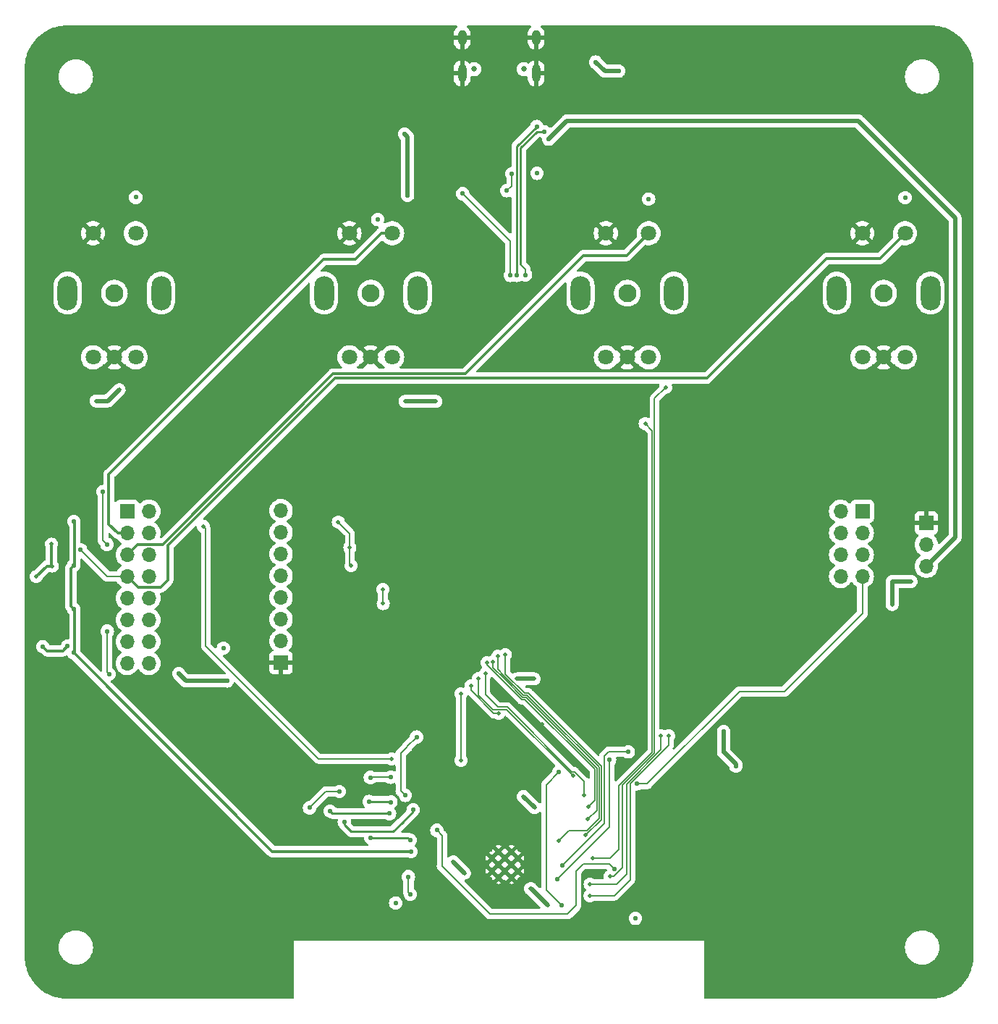
<source format=gbr>
%TF.GenerationSoftware,KiCad,Pcbnew,7.0.1*%
%TF.CreationDate,2023-04-08T17:55:00+02:00*%
%TF.ProjectId,obs-studio-controller,6f62732d-7374-4756-9469-6f2d636f6e74,rev?*%
%TF.SameCoordinates,Original*%
%TF.FileFunction,Copper,L2,Bot*%
%TF.FilePolarity,Positive*%
%FSLAX46Y46*%
G04 Gerber Fmt 4.6, Leading zero omitted, Abs format (unit mm)*
G04 Created by KiCad (PCBNEW 7.0.1) date 2023-04-08 17:55:00*
%MOMM*%
%LPD*%
G01*
G04 APERTURE LIST*
%TA.AperFunction,ComponentPad*%
%ADD10C,2.100000*%
%TD*%
%TA.AperFunction,ComponentPad*%
%ADD11C,1.800000*%
%TD*%
%TA.AperFunction,ComponentPad*%
%ADD12O,2.300000X4.000000*%
%TD*%
%TA.AperFunction,ComponentPad*%
%ADD13R,1.700000X1.700000*%
%TD*%
%TA.AperFunction,ComponentPad*%
%ADD14O,1.700000X1.700000*%
%TD*%
%TA.AperFunction,HeatsinkPad*%
%ADD15C,0.475000*%
%TD*%
%TA.AperFunction,ComponentPad*%
%ADD16C,0.650000*%
%TD*%
%TA.AperFunction,ComponentPad*%
%ADD17O,1.000000X2.100000*%
%TD*%
%TA.AperFunction,ComponentPad*%
%ADD18O,1.000000X1.800000*%
%TD*%
%TA.AperFunction,ViaPad*%
%ADD19C,0.550000*%
%TD*%
%TA.AperFunction,ViaPad*%
%ADD20C,0.500000*%
%TD*%
%TA.AperFunction,Conductor*%
%ADD21C,0.200000*%
%TD*%
%TA.AperFunction,Conductor*%
%ADD22C,0.500000*%
%TD*%
%TA.AperFunction,Conductor*%
%ADD23C,0.127000*%
%TD*%
%TA.AperFunction,Conductor*%
%ADD24C,0.300000*%
%TD*%
%TA.AperFunction,Conductor*%
%ADD25C,0.250000*%
%TD*%
G04 APERTURE END LIST*
D10*
%TO.P,SW3,*%
%TO.N,*%
X62500000Y7500000D03*
D11*
%TO.P,SW3,A,A*%
%TO.N,/ROT3_DT*%
X60000000Y0D03*
%TO.P,SW3,B,B*%
%TO.N,/ROT3_CLK*%
X65000000Y0D03*
%TO.P,SW3,C,C*%
%TO.N,GND*%
X62500000Y0D03*
%TO.P,SW3,D,D*%
X60000000Y14500000D03*
%TO.P,SW3,E,E*%
%TO.N,/BUTTON_3*%
X65000000Y14500000D03*
D12*
%TO.P,SW3,MH1,MH1*%
%TO.N,unconnected-(SW3-PadMH1)*%
X57030000Y7500000D03*
%TO.P,SW3,MH2,MH2*%
%TO.N,unconnected-(SW3-PadMH2)*%
X67970000Y7500000D03*
%TD*%
D10*
%TO.P,SW1,*%
%TO.N,*%
X2500000Y7500000D03*
D11*
%TO.P,SW1,A,A*%
%TO.N,/ROT1_DT*%
X0Y0D03*
%TO.P,SW1,B,B*%
%TO.N,/ROT1_CLK*%
X5000000Y0D03*
%TO.P,SW1,C,C*%
%TO.N,GND*%
X2500000Y0D03*
%TO.P,SW1,D,D*%
X0Y14500000D03*
%TO.P,SW1,E,E*%
%TO.N,/BUTTON_1*%
X5000000Y14500000D03*
D12*
%TO.P,SW1,MH1,MH1*%
%TO.N,unconnected-(SW1-PadMH1)*%
X-2970000Y7500000D03*
%TO.P,SW1,MH2,MH2*%
%TO.N,unconnected-(SW1-PadMH2)*%
X7970000Y7500000D03*
%TD*%
D10*
%TO.P,SW2,*%
%TO.N,*%
X32500000Y7500000D03*
D11*
%TO.P,SW2,A,A*%
%TO.N,/ROT2_DT*%
X30000000Y0D03*
%TO.P,SW2,B,B*%
%TO.N,/ROT2_CLK*%
X35000000Y0D03*
%TO.P,SW2,C,C*%
%TO.N,GND*%
X32500000Y0D03*
%TO.P,SW2,D,D*%
X30000000Y14500000D03*
%TO.P,SW2,E,E*%
%TO.N,/BUTTON_2*%
X35000000Y14500000D03*
D12*
%TO.P,SW2,MH1,MH1*%
%TO.N,unconnected-(SW2-PadMH1)*%
X27030000Y7500000D03*
%TO.P,SW2,MH2,MH2*%
%TO.N,unconnected-(SW2-PadMH2)*%
X37970000Y7500000D03*
%TD*%
D10*
%TO.P,SW4,*%
%TO.N,*%
X92500000Y7500000D03*
D11*
%TO.P,SW4,A,A*%
%TO.N,/ROT4_DT*%
X90000000Y0D03*
%TO.P,SW4,B,B*%
%TO.N,/ROT4_CLK*%
X95000000Y0D03*
%TO.P,SW4,C,C*%
%TO.N,GND*%
X92500000Y0D03*
%TO.P,SW4,D,D*%
X90000000Y14500000D03*
%TO.P,SW4,E,E*%
%TO.N,/BUTTON_4*%
X95000000Y14500000D03*
D12*
%TO.P,SW4,MH1,MH1*%
%TO.N,unconnected-(SW4-PadMH1)*%
X87030000Y7500000D03*
%TO.P,SW4,MH2,MH2*%
%TO.N,unconnected-(SW4-PadMH2)*%
X97970000Y7500000D03*
%TD*%
D13*
%TO.P,J4,1,Pin_1*%
%TO.N,GND*%
X22000000Y-35700000D03*
D14*
%TO.P,J4,2,Pin_2*%
%TO.N,+3V3*%
X22000000Y-33160000D03*
%TO.P,J4,3,Pin_3*%
%TO.N,/DISPLAY_SCLK*%
X22000000Y-30620000D03*
%TO.P,J4,4,Pin_4*%
%TO.N,/DISPLAY_MOSI*%
X22000000Y-28080000D03*
%TO.P,J4,5,Pin_5*%
%TO.N,+3V3*%
X22000000Y-25540000D03*
%TO.P,J4,6,Pin_6*%
%TO.N,/DISPLAY_DC*%
X22000000Y-23000000D03*
%TO.P,J4,7,Pin_7*%
%TO.N,/DISPLAY_CS*%
X22000000Y-20460000D03*
%TO.P,J4,8,Pin_8*%
%TO.N,Net-(J4-Pad8)*%
X22000000Y-17920000D03*
%TD*%
D13*
%TO.P,J3,1,Pin_1*%
%TO.N,Net-(J3-Pad1)*%
X90000000Y-18000000D03*
D14*
%TO.P,J3,2,Pin_2*%
%TO.N,Net-(J3-Pad2)*%
X87460000Y-18000000D03*
%TO.P,J3,3,Pin_3*%
%TO.N,Net-(J3-Pad3)*%
X90000000Y-20540000D03*
%TO.P,J3,4,Pin_4*%
%TO.N,Net-(J3-Pad4)*%
X87460000Y-20540000D03*
%TO.P,J3,5,Pin_5*%
%TO.N,Net-(J3-Pad5)*%
X90000000Y-23080000D03*
%TO.P,J3,6,Pin_6*%
%TO.N,Net-(J3-Pad6)*%
X87460000Y-23080000D03*
%TO.P,J3,7,Pin_7*%
%TO.N,Net-(J3-Pad7)*%
X90000000Y-25620000D03*
%TO.P,J3,8,Pin_8*%
%TO.N,Net-(J3-Pad8)*%
X87460000Y-25620000D03*
%TD*%
D13*
%TO.P,J5,1,Pin_1*%
%TO.N,/BUTTON_1*%
X4000000Y-18000000D03*
D14*
%TO.P,J5,2,Pin_2*%
%TO.N,/BTN_IN1*%
X6540000Y-18000000D03*
%TO.P,J5,3,Pin_3*%
%TO.N,/BUTTON_2*%
X4000000Y-20540000D03*
%TO.P,J5,4,Pin_4*%
%TO.N,/BTN_IN1*%
X6540000Y-20540000D03*
%TO.P,J5,5,Pin_5*%
%TO.N,/BUTTON_3*%
X4000000Y-23080000D03*
%TO.P,J5,6,Pin_6*%
%TO.N,/BTN_IN2*%
X6540000Y-23080000D03*
%TO.P,J5,7,Pin_7*%
%TO.N,/BUTTON_4*%
X4000000Y-25620000D03*
%TO.P,J5,8,Pin_8*%
%TO.N,/BTN_IN2*%
X6540000Y-25620000D03*
%TO.P,J5,9,Pin_9*%
%TO.N,/Buttons/BUTTON_5*%
X4000000Y-28160000D03*
%TO.P,J5,10,Pin_10*%
%TO.N,/BTN_IN3*%
X6540000Y-28160000D03*
%TO.P,J5,11,Pin_11*%
%TO.N,/Buttons/BUTTON_6*%
X4000000Y-30700000D03*
%TO.P,J5,12,Pin_12*%
%TO.N,/BTN_IN3*%
X6540000Y-30700000D03*
%TO.P,J5,13,Pin_13*%
%TO.N,/Buttons/BUTTON_7*%
X4000000Y-33240000D03*
%TO.P,J5,14,Pin_14*%
%TO.N,/BTN_IN4*%
X6540000Y-33240000D03*
%TO.P,J5,15,Pin_15*%
%TO.N,/Buttons/BUTTON_8*%
X4000000Y-35780000D03*
%TO.P,J5,16,Pin_16*%
%TO.N,/BTN_IN4*%
X6540000Y-35780000D03*
%TD*%
D13*
%TO.P,J7,1,Pin_1*%
%TO.N,GND*%
X97500000Y-19350000D03*
D14*
%TO.P,J7,2,Pin_2*%
%TO.N,/IO5*%
X97500000Y-21890000D03*
%TO.P,J7,3,Pin_3*%
%TO.N,/AMS1117-5V-3v3/5V*%
X97500000Y-24430000D03*
%TD*%
D15*
%TO.P,U1,39,GND*%
%TO.N,GND*%
X49705000Y-60057500D03*
X49705000Y-58532500D03*
X48942500Y-60820000D03*
X48942500Y-59295000D03*
X48942500Y-57770000D03*
X48180000Y-60057500D03*
X48180000Y-58532500D03*
X47417500Y-60820000D03*
X47417500Y-59295000D03*
X47417500Y-57770000D03*
X46655000Y-60057500D03*
X46655000Y-58532500D03*
%TD*%
D16*
%TO.P,USBC1,*%
%TO.N,*%
X50390000Y33690000D03*
X44610000Y33690000D03*
D17*
%TO.P,USBC1,1,SHIELD*%
%TO.N,GND*%
X51820000Y33190000D03*
D18*
%TO.P,USBC1,2,SHIELD*%
X51820000Y37370000D03*
%TO.P,USBC1,3,SHIELD*%
X43180000Y37370000D03*
D17*
%TO.P,USBC1,4,SHIELD*%
X43180000Y33190000D03*
%TD*%
D19*
%TO.N,GND*%
X43150000Y-63925000D03*
X83170000Y-27060000D03*
D20*
X38550000Y19200000D03*
D19*
X40580000Y-66660000D03*
X7020000Y-42280000D03*
X22960000Y-56500000D03*
X23040000Y-58990000D03*
X58440000Y-66635000D03*
X51760000Y30370000D03*
X4910000Y-43700000D03*
X55260000Y30370000D03*
D20*
X17400000Y-19900000D03*
D19*
X59030000Y30080000D03*
D20*
X52500000Y-42900000D03*
X54550000Y-40800000D03*
D19*
X73725000Y-39300000D03*
X-5890000Y-26830000D03*
X75800000Y-41350000D03*
X45625000Y-62325000D03*
X100340000Y-28360000D03*
X54210000Y34330000D03*
X52960000Y-46990000D03*
D20*
%TO.N,+3V3*%
X3050000Y-3800000D03*
D19*
X61480000Y33460000D03*
D20*
X-6650000Y-25650000D03*
D19*
X58810000Y34510000D03*
X5000000Y18700000D03*
D20*
X30050000Y-22250000D03*
D19*
X1625000Y-21875000D03*
X15250000Y-34000000D03*
X36450000Y26100000D03*
X32450000Y-49125000D03*
D20*
X53200000Y-64100000D03*
X42150000Y-59000000D03*
D19*
X25325000Y-52675000D03*
X34825000Y-49100000D03*
D20*
X30200000Y-24350000D03*
X51171314Y-62126293D03*
X93500000Y-26200000D03*
D19*
X63450000Y-65600000D03*
D20*
X40100000Y-5150000D03*
X51650000Y-52650000D03*
D19*
X10025000Y-37000000D03*
X65000000Y18500000D03*
X36800000Y18950000D03*
X1175000Y-15700000D03*
D20*
X50350000Y-51350000D03*
X33900000Y-27150000D03*
X43450000Y-60300000D03*
D19*
X1875000Y-37025000D03*
D20*
X350000Y-5100000D03*
X51600000Y-37600000D03*
X-4850000Y-21850000D03*
D19*
X95000000Y18650000D03*
D20*
X95700000Y-26200000D03*
X49600000Y-37600000D03*
D19*
X73775000Y-46155000D03*
D20*
X33950000Y-28800000D03*
D19*
X35400000Y-63800000D03*
D20*
X36500000Y-5150000D03*
D19*
X51950000Y21500000D03*
X1675000Y-32025000D03*
D20*
X28700000Y-19250000D03*
D19*
X33300000Y16100000D03*
X15675000Y-37850000D03*
D20*
X93500000Y-28900000D03*
D19*
X73775000Y-43775000D03*
X75200000Y-47800000D03*
D20*
X-4750000Y-24400000D03*
D19*
X28800000Y-50775000D03*
%TO.N,/AMS1117-5V-3v3/5V*%
X53300000Y25500000D03*
%TO.N,/Flasher/ESP_EN*%
X54825000Y-64075000D03*
X54500000Y-48500000D03*
%TO.N,/BTN_IN3*%
X37450000Y-52925000D03*
X29400000Y-54325000D03*
%TO.N,/BTN_OUT*%
X-2275000Y-29400000D03*
X37200000Y-57800000D03*
X-2275000Y-34550000D03*
X-2275000Y-24350000D03*
X-2250000Y-19200000D03*
%TO.N,/BUTTON_4*%
X-1450000Y-22500000D03*
%TO.N,/Buttons/BUTTON_7*%
X-5875000Y-33825000D03*
X-2975000Y-33750000D03*
%TO.N,/Flasher/ESP_RX*%
X49575000Y9575000D03*
X51911411Y26974500D03*
%TO.N,/Flasher/ESP_TX*%
X37125000Y-62800000D03*
X52800000Y26375000D03*
X36900000Y-60725000D03*
X50600000Y9625000D03*
%TO.N,Net-(J3-Pad3)*%
X62625000Y-46125000D03*
X54925000Y-59425000D03*
%TO.N,Net-(J3-Pad5)*%
X60425000Y-47075000D03*
X54325000Y-61050000D03*
%TO.N,Net-(J3-Pad7)*%
X63625000Y-49875000D03*
D20*
%TO.N,/DISPLAY_SCLK*%
X43050000Y-47150000D03*
X43050000Y-39350000D03*
%TO.N,/DISPLAY_MOSI*%
X44200000Y-38400000D03*
X47450000Y-41650000D03*
%TO.N,/DISPLAY_DC*%
X56150000Y-48950000D03*
X45100000Y-37550000D03*
%TO.N,/DISPLAY_CS*%
X45900000Y-37000000D03*
X57450000Y-51200000D03*
D19*
%TO.N,/BTN_IN1*%
X34850000Y-52000000D03*
X32300000Y-51925000D03*
%TO.N,/BTN_IN2*%
X32500000Y-56200000D03*
X37100000Y-56475000D03*
D20*
%TO.N,/DISPLAY_LED*%
X34950000Y-46950000D03*
X12900000Y-19750000D03*
D19*
%TO.N,/Flasher/RTS*%
X48975500Y21425000D03*
X48400000Y19475000D03*
%TO.N,/Flasher/ESP_IO0*%
X43250000Y19125000D03*
X48825497Y9575000D03*
X37850000Y-44400000D03*
X36525000Y-51225000D03*
D20*
%TO.N,/ROT1_DT*%
X46078938Y-35717687D03*
X57950000Y-52550000D03*
%TO.N,/ROT1_CLK*%
X46800000Y-35600000D03*
X57900000Y-54000000D03*
%TO.N,/ROT2_DT*%
X47350000Y-34950000D03*
X54500000Y-56550000D03*
%TO.N,/ROT2_CLK*%
X57650000Y-55850000D03*
X48250000Y-34750000D03*
%TO.N,/ROT3_DT*%
X64600000Y-7750000D03*
X58500000Y-58600000D03*
%TO.N,/ROT3_CLK*%
X60500000Y-60700000D03*
X67000000Y-3500000D03*
%TO.N,/ROT4_DT*%
X66450000Y-44250000D03*
X58150000Y-61600000D03*
%TO.N,/ROT4_CLK*%
X67350000Y-44250000D03*
X58150000Y-62950000D03*
D19*
%TO.N,/BTN_IN4*%
X34700000Y-53350000D03*
X27744423Y-53055577D03*
%TO.N,/IO5*%
X40225000Y-55300000D03*
X61000000Y-59825000D03*
%TD*%
D21*
%TO.N,GND*%
X51760000Y30370000D02*
X55260000Y30370000D01*
D22*
X58740000Y30370000D02*
X59030000Y30080000D01*
D21*
X55260000Y30370000D02*
X58740000Y30370000D01*
D22*
X51760000Y30370000D02*
X58740000Y30370000D01*
%TO.N,+3V3*%
X73775000Y-46155000D02*
X73775000Y-43775000D01*
X10875000Y-37850000D02*
X15675000Y-37850000D01*
D23*
X30050000Y-20600000D02*
X28700000Y-19250000D01*
D22*
X10025000Y-37000000D02*
X10875000Y-37850000D01*
X51171314Y-62126293D02*
X51226293Y-62126293D01*
D23*
X30050000Y-22250000D02*
X30050000Y-20600000D01*
X33900000Y-27150000D02*
X33900000Y-28750000D01*
D22*
X93500000Y-26200000D02*
X95700000Y-26200000D01*
X49600000Y-37600000D02*
X51600000Y-37600000D01*
X75200000Y-47800000D02*
X75200000Y-47580000D01*
D24*
X-4850000Y-24300000D02*
X-4750000Y-24400000D01*
X-5400000Y-24400000D02*
X-6650000Y-25650000D01*
D22*
X51650000Y-52650000D02*
X50350000Y-51350000D01*
D21*
X1675000Y-36825000D02*
X1875000Y-37025000D01*
X25325000Y-52675000D02*
X27225000Y-50775000D01*
X1625000Y-21875000D02*
X1175000Y-21425000D01*
X1175000Y-21425000D02*
X1175000Y-15700000D01*
X32475000Y-49100000D02*
X32450000Y-49125000D01*
D22*
X36800000Y25750000D02*
X36450000Y26100000D01*
X36500000Y-5150000D02*
X40100000Y-5150000D01*
X59860000Y33460000D02*
X58810000Y34510000D01*
X350000Y-5100000D02*
X1750000Y-5100000D01*
X61480000Y33460000D02*
X59860000Y33460000D01*
D23*
X33900000Y-28750000D02*
X33950000Y-28800000D01*
D22*
X1750000Y-5100000D02*
X3050000Y-3800000D01*
D24*
X-4850000Y-21850000D02*
X-4850000Y-24300000D01*
D22*
X93500000Y-28900000D02*
X93500000Y-26200000D01*
X36800000Y18950000D02*
X36800000Y25750000D01*
X51226293Y-62126293D02*
X53200000Y-64100000D01*
D21*
X1675000Y-32025000D02*
X1675000Y-36825000D01*
X34825000Y-49100000D02*
X32475000Y-49100000D01*
D24*
X-4750000Y-24400000D02*
X-5400000Y-24400000D01*
D22*
X42150000Y-59000000D02*
X43450000Y-60300000D01*
D23*
X30050000Y-24200000D02*
X30050000Y-22250000D01*
D22*
X75200000Y-47580000D02*
X73775000Y-46155000D01*
D21*
X27225000Y-50775000D02*
X28800000Y-50775000D01*
D23*
X30200000Y-24350000D02*
X30050000Y-24200000D01*
D22*
%TO.N,/AMS1117-5V-3v3/5V*%
X55449999Y27649999D02*
X89500001Y27649999D01*
X53300000Y25500000D02*
X55449999Y27649999D01*
X89500001Y27649999D02*
X100850000Y16300000D01*
X100850000Y16300000D02*
X100850000Y-21080000D01*
X100850000Y-21080000D02*
X97500000Y-24430000D01*
D21*
%TO.N,/Flasher/ESP_EN*%
X53025000Y-49975000D02*
X53025000Y-62275000D01*
X53025000Y-62275000D02*
X54825000Y-64075000D01*
X54500000Y-48500000D02*
X53025000Y-49975000D01*
D25*
%TO.N,/BTN_IN3*%
X36175000Y-54375000D02*
X37450000Y-53100000D01*
X29400000Y-54325000D02*
X29400000Y-54625000D01*
X37450000Y-53100000D02*
X37450000Y-52925000D01*
X35100000Y-55450000D02*
X36175000Y-54375000D01*
X30225000Y-55450000D02*
X35100000Y-55450000D01*
X29400000Y-54625000D02*
X30225000Y-55450000D01*
D24*
%TO.N,/BUTTON_2*%
X1850000Y-13700000D02*
X27000000Y11450000D01*
X30650000Y11450000D02*
X33700000Y14500000D01*
X1850000Y-19500000D02*
X1850000Y-13700000D01*
X27000000Y11450000D02*
X30650000Y11450000D01*
X2890000Y-20540000D02*
X1850000Y-19500000D01*
X4000000Y-20540000D02*
X2890000Y-20540000D01*
X33700000Y14500000D02*
X35000000Y14500000D01*
%TO.N,/BTN_OUT*%
X-2125000Y-19325000D02*
X-2250000Y-19200000D01*
X-2275000Y-29400000D02*
X-2600000Y-29075000D01*
X-2275000Y-34550000D02*
X-2125000Y-34400000D01*
X-2125000Y-29550000D02*
X-2275000Y-29400000D01*
X-2275000Y-24350000D02*
X-2125000Y-24200000D01*
X-2125000Y-34400000D02*
X-2125000Y-29550000D01*
X-2275000Y-34550000D02*
X20975000Y-57800000D01*
X-2125000Y-24200000D02*
X-2125000Y-19325000D01*
X-2600000Y-24675000D02*
X-2275000Y-24350000D01*
X-2600000Y-29075000D02*
X-2600000Y-24675000D01*
X20975000Y-57800000D02*
X37200000Y-57800000D01*
%TO.N,/BUTTON_3*%
X57400000Y11900000D02*
X62400000Y11900000D01*
X8170000Y-21880000D02*
X28100000Y-1950000D01*
X28100000Y-1950000D02*
X43550000Y-1950000D01*
X62400000Y11900000D02*
X65000000Y14500000D01*
X43550000Y-1950000D02*
X57400000Y11900000D01*
X5200000Y-21880000D02*
X8170000Y-21880000D01*
X4000000Y-23080000D02*
X5200000Y-21880000D01*
%TO.N,/BUTTON_4*%
X7900000Y-26875000D02*
X8750000Y-26025000D01*
X8750000Y-22007106D02*
X28307106Y-2450000D01*
X28307106Y-2450000D02*
X71800000Y-2450000D01*
X8750000Y-26025000D02*
X8750000Y-22007106D01*
X71800000Y-2450000D02*
X85800000Y11550000D01*
X85800000Y11550000D02*
X92050000Y11550000D01*
X92050000Y11550000D02*
X95000000Y14500000D01*
D21*
X-1450000Y-22500000D02*
X1670000Y-25620000D01*
X1670000Y-25620000D02*
X4000000Y-25620000D01*
D24*
X5255000Y-26875000D02*
X7900000Y-26875000D01*
X4000000Y-25620000D02*
X5255000Y-26875000D01*
%TO.N,/Buttons/BUTTON_7*%
X-2975000Y-33750000D02*
X-3550000Y-34325000D01*
X-3550000Y-34325000D02*
X-5375000Y-34325000D01*
X-5375000Y-34325000D02*
X-5875000Y-33825000D01*
D25*
%TO.N,/Flasher/ESP_RX*%
X49575000Y24638089D02*
X49575000Y9575000D01*
X51911411Y26974500D02*
X49575000Y24638089D01*
%TO.N,/Flasher/ESP_TX*%
X51912951Y26375000D02*
X50000000Y24462049D01*
X52795000Y26380000D02*
X51917951Y26380000D01*
D21*
X52800000Y26375000D02*
X52795000Y26380000D01*
D25*
X50000000Y24462049D02*
X50000000Y10900000D01*
D21*
X50600000Y10300000D02*
X50600000Y9625000D01*
X50000000Y10900000D02*
X50600000Y10300000D01*
X51917951Y26380000D02*
X51912951Y26375000D01*
X36900000Y-62575000D02*
X37125000Y-62800000D01*
X36900000Y-60725000D02*
X36900000Y-62575000D01*
%TO.N,Net-(J3-Pad3)*%
X62625000Y-46125000D02*
X60325000Y-46125000D01*
X59825000Y-54500000D02*
X54925000Y-59400000D01*
X59825000Y-46625000D02*
X59825000Y-54500000D01*
X60325000Y-46125000D02*
X59825000Y-46625000D01*
X54925000Y-59400000D02*
X54925000Y-59425000D01*
%TO.N,Net-(J3-Pad5)*%
X60425000Y-54950000D02*
X54325000Y-61050000D01*
X60425000Y-47075000D02*
X60425000Y-54950000D01*
%TO.N,Net-(J3-Pad7)*%
X80900000Y-39075000D02*
X90000000Y-29975000D01*
X75631346Y-39075000D02*
X80900000Y-39075000D01*
X64831346Y-49875000D02*
X75631346Y-39075000D01*
X90000000Y-29975000D02*
X90000000Y-25620000D01*
X63625000Y-49875000D02*
X64831346Y-49875000D01*
D23*
%TO.N,/DISPLAY_SCLK*%
X43050000Y-39350000D02*
X43050000Y-47150000D01*
%TO.N,/DISPLAY_MOSI*%
X44200000Y-38400000D02*
X44200000Y-38950000D01*
X46900000Y-41650000D02*
X47450000Y-41650000D01*
X44200000Y-38950000D02*
X46900000Y-41650000D01*
%TO.N,/DISPLAY_DC*%
X45100000Y-39490790D02*
X46795710Y-41186500D01*
X45100000Y-37550000D02*
X45100000Y-39490790D01*
X46795710Y-41186500D02*
X48386500Y-41186500D01*
X48386500Y-41186500D02*
X56150000Y-48950000D01*
%TO.N,/DISPLAY_CS*%
X56045710Y-48486500D02*
X56341988Y-48486500D01*
X45900000Y-39455488D02*
X47344512Y-40900000D01*
X45900000Y-37000000D02*
X45900000Y-39455488D01*
X56341988Y-48486500D02*
X57450000Y-49594512D01*
X48459210Y-40900000D02*
X56045710Y-48486500D01*
X47344512Y-40900000D02*
X48459210Y-40900000D01*
X57450000Y-49594512D02*
X57450000Y-51200000D01*
D25*
%TO.N,/BTN_IN1*%
X34775000Y-51925000D02*
X34850000Y-52000000D01*
X32300000Y-51925000D02*
X34775000Y-51925000D01*
%TO.N,/BTN_IN2*%
X36825000Y-56200000D02*
X37100000Y-56475000D01*
X32500000Y-56200000D02*
X36825000Y-56200000D01*
D23*
%TO.N,/DISPLAY_LED*%
X26400000Y-46950000D02*
X18000000Y-38550000D01*
X13200000Y-33750000D02*
X13200000Y-25250000D01*
X34950000Y-46950000D02*
X26400000Y-46950000D01*
X18000000Y-38550000D02*
X13200000Y-33750000D01*
X13200000Y-20050000D02*
X12900000Y-19750000D01*
X13200000Y-25250000D02*
X13200000Y-20050000D01*
D21*
%TO.N,/Flasher/RTS*%
X48975000Y20050000D02*
X48400000Y19475000D01*
X48975000Y20675000D02*
X48975000Y20050000D01*
X48975000Y21424500D02*
X48975000Y20675000D01*
X48975500Y21425000D02*
X48975000Y21424500D01*
%TO.N,/Flasher/ESP_IO0*%
X48825497Y13549503D02*
X48825497Y9575000D01*
X36000000Y-46325000D02*
X36000000Y-50700000D01*
X36725000Y-45600000D02*
X36000000Y-46325000D01*
X37850000Y-44400000D02*
X36725000Y-45525000D01*
X43250000Y19125000D02*
X48825497Y13549503D01*
X36725000Y-45525000D02*
X36725000Y-45600000D01*
X36000000Y-50700000D02*
X36525000Y-51225000D01*
D23*
%TO.N,/ROT1_DT*%
X50544790Y-40012000D02*
X50156552Y-40012000D01*
X58686000Y-51814000D02*
X58686000Y-48153210D01*
X57950000Y-52550000D02*
X58686000Y-51814000D01*
X50156552Y-40012000D02*
X46078938Y-35934386D01*
X58686000Y-48153210D02*
X50544790Y-40012000D01*
X46078938Y-35934386D02*
X46078938Y-35717687D01*
%TO.N,/ROT1_CLK*%
X48101881Y-37598119D02*
X50261762Y-39758000D01*
X50650000Y-39758000D02*
X58940000Y-48048000D01*
X58940000Y-49300000D02*
X58940000Y-52960000D01*
X50261762Y-39758000D02*
X50650000Y-39758000D01*
X46800000Y-35600000D02*
X46800000Y-36296238D01*
X58940000Y-48048000D02*
X58940000Y-49300000D01*
X46800000Y-36296238D02*
X48101881Y-37598119D01*
X58940000Y-52960000D02*
X57900000Y-54000000D01*
%TO.N,/ROT2_DT*%
X59194000Y-53906000D02*
X58600000Y-54500000D01*
X47350000Y-34950000D02*
X47350000Y-36487028D01*
X47350000Y-36487028D02*
X48144790Y-37281818D01*
X59194000Y-50500000D02*
X59194000Y-53906000D01*
X50700000Y-39504000D02*
X50794790Y-39504000D01*
X55700000Y-55350000D02*
X54500000Y-56550000D01*
X56850000Y-55350000D02*
X55700000Y-55350000D01*
X57750000Y-55350000D02*
X56850000Y-55350000D01*
X50366972Y-39504000D02*
X50700000Y-39504000D01*
X52570395Y-41279605D02*
X59194000Y-47903210D01*
X59194000Y-47903210D02*
X59194000Y-50500000D01*
X58600000Y-54500000D02*
X57750000Y-55350000D01*
X48144790Y-37281818D02*
X50366972Y-39504000D01*
X50794790Y-39504000D02*
X52570395Y-41279605D01*
%TO.N,/ROT2_CLK*%
X59448000Y-47800000D02*
X59448000Y-54052000D01*
X50472182Y-39250000D02*
X50700000Y-39250000D01*
X48250000Y-37027818D02*
X50472182Y-39250000D01*
X59448000Y-54052000D02*
X57650000Y-55850000D01*
X59448000Y-47798000D02*
X59448000Y-47800000D01*
X50900000Y-39250000D02*
X59448000Y-47798000D01*
X50700000Y-39250000D02*
X50900000Y-39250000D01*
X48250000Y-34750000D02*
X48250000Y-37027818D01*
%TO.N,/ROT3_DT*%
X65446000Y-8596000D02*
X65446000Y-46176370D01*
X64600000Y-7750000D02*
X65446000Y-8596000D01*
X61546000Y-50076370D02*
X61546000Y-57554000D01*
X60500000Y-58600000D02*
X58500000Y-58600000D01*
X65446000Y-46176370D02*
X61546000Y-50076370D01*
X61546000Y-57554000D02*
X60500000Y-58600000D01*
%TO.N,/ROT3_CLK*%
X61973000Y-59651031D02*
X61973000Y-50008580D01*
X65700000Y-46281580D02*
X65700000Y-4800000D01*
X65700000Y-4800000D02*
X67000000Y-3500000D01*
X61973000Y-50008580D02*
X65700000Y-46281580D01*
X60500000Y-60700000D02*
X60924031Y-60700000D01*
X60924031Y-60700000D02*
X61973000Y-59651031D01*
%TO.N,/ROT4_DT*%
X66450000Y-45890790D02*
X62400000Y-49940790D01*
X66450000Y-44250000D02*
X66450000Y-45890790D01*
X62400000Y-60450000D02*
X61250000Y-61600000D01*
X61250000Y-61600000D02*
X58150000Y-61600000D01*
X62400000Y-49940790D02*
X62400000Y-60450000D01*
%TO.N,/ROT4_CLK*%
X62850000Y-49850000D02*
X62850000Y-61100000D01*
X62850000Y-61100000D02*
X61000000Y-62950000D01*
X67350000Y-45350000D02*
X62850000Y-49850000D01*
X61000000Y-62950000D02*
X58150000Y-62950000D01*
X67350000Y-44250000D02*
X67350000Y-45350000D01*
D25*
%TO.N,/BTN_IN4*%
X34675000Y-53325000D02*
X34700000Y-53350000D01*
X28013846Y-53325000D02*
X34675000Y-53325000D01*
X27744423Y-53055577D02*
X28013846Y-53325000D01*
D21*
%TO.N,/IO5*%
X40825000Y-59475000D02*
X40825000Y-55900000D01*
X61000000Y-59825000D02*
X60400000Y-59225000D01*
X56525000Y-64100000D02*
X55525000Y-65100000D01*
X46450000Y-65100000D02*
X40825000Y-59475000D01*
X40825000Y-55900000D02*
X40225000Y-55300000D01*
X55525000Y-65100000D02*
X46450000Y-65100000D01*
X57350000Y-59225000D02*
X56525000Y-60050000D01*
X56525000Y-60050000D02*
X56525000Y-64100000D01*
X60400000Y-59225000D02*
X57350000Y-59225000D01*
%TD*%
%TA.AperFunction,Conductor*%
%TO.N,GND*%
G36*
X46682472Y-37364496D02*
G01*
X46729952Y-37394330D01*
X49719731Y-40384109D01*
X49730598Y-40396499D01*
X49748596Y-40419954D01*
X49778596Y-40442974D01*
X49778596Y-40442975D01*
X49842546Y-40492046D01*
X49842546Y-40492045D01*
X49868084Y-40511641D01*
X50007230Y-40569277D01*
X50119060Y-40584000D01*
X50119066Y-40584000D01*
X50156552Y-40588935D01*
X50185850Y-40585077D01*
X50202295Y-40584000D01*
X50255670Y-40584000D01*
X50303888Y-40593591D01*
X50344765Y-40620905D01*
X58077095Y-48353235D01*
X58104409Y-48394112D01*
X58114000Y-48442330D01*
X58114000Y-49149058D01*
X58098731Y-49209180D01*
X58056624Y-49254731D01*
X57997886Y-49274670D01*
X57936751Y-49264165D01*
X57888040Y-49225764D01*
X57857955Y-49186557D01*
X57857953Y-49186555D01*
X57857952Y-49186554D01*
X57834505Y-49168563D01*
X57822114Y-49157696D01*
X56778806Y-48114388D01*
X56767939Y-48101998D01*
X56749943Y-48078545D01*
X56716042Y-48052532D01*
X56630456Y-47986859D01*
X56630455Y-47986858D01*
X56495127Y-47930804D01*
X56491768Y-47929282D01*
X56371298Y-47913422D01*
X56371286Y-47913422D01*
X56341987Y-47909565D01*
X56325542Y-47907400D01*
X56325614Y-47906848D01*
X56289838Y-47903324D01*
X56241246Y-47873106D01*
X48896028Y-40527888D01*
X48885161Y-40515498D01*
X48867165Y-40492045D01*
X48803217Y-40442976D01*
X48747678Y-40400359D01*
X48747677Y-40400358D01*
X48608531Y-40342722D01*
X48488522Y-40326923D01*
X48488508Y-40326922D01*
X48459210Y-40323065D01*
X48429911Y-40326922D01*
X48413467Y-40328000D01*
X47633633Y-40328000D01*
X47585415Y-40318409D01*
X47544538Y-40291095D01*
X46508905Y-39255463D01*
X46481591Y-39214586D01*
X46472000Y-39166368D01*
X46472000Y-37551632D01*
X46491313Y-37484596D01*
X46525523Y-37430150D01*
X46534170Y-37416388D01*
X46573821Y-37376738D01*
X46626749Y-37358217D01*
X46682472Y-37364496D01*
G37*
%TD.AperFunction*%
%TA.AperFunction,Conductor*%
G36*
X42552780Y38784622D02*
G01*
X42598149Y38743502D01*
X42618777Y38685850D01*
X42609793Y38625282D01*
X42573317Y38576100D01*
X42463787Y38486212D01*
X42337823Y38332723D01*
X42244223Y38157609D01*
X42186584Y37967603D01*
X42172000Y37819521D01*
X42172000Y37624000D01*
X44188000Y37624000D01*
X44188000Y37819521D01*
X44173415Y37967603D01*
X44115776Y38157609D01*
X44022176Y38332723D01*
X43896212Y38486212D01*
X43786683Y38576100D01*
X43750207Y38625282D01*
X43741223Y38685850D01*
X43761851Y38743502D01*
X43807220Y38784622D01*
X43866616Y38799500D01*
X51133384Y38799500D01*
X51192780Y38784622D01*
X51238149Y38743502D01*
X51258777Y38685850D01*
X51249793Y38625282D01*
X51213317Y38576100D01*
X51103787Y38486212D01*
X50977823Y38332723D01*
X50884223Y38157609D01*
X50826584Y37967603D01*
X50812000Y37819521D01*
X50812000Y37624000D01*
X52828000Y37624000D01*
X52828000Y37819521D01*
X52813415Y37967603D01*
X52755776Y38157609D01*
X52662176Y38332723D01*
X52536212Y38486212D01*
X52426683Y38576100D01*
X52390207Y38625282D01*
X52381223Y38685850D01*
X52401851Y38743502D01*
X52447220Y38784622D01*
X52506616Y38799500D01*
X97997404Y38799500D01*
X98002611Y38799392D01*
X98217002Y38790524D01*
X98217291Y38790512D01*
X98413354Y38781951D01*
X98423443Y38781103D01*
X98636182Y38754586D01*
X98637044Y38754476D01*
X98834867Y38728431D01*
X98844277Y38726827D01*
X99053467Y38682965D01*
X99054881Y38682660D01*
X99250287Y38639340D01*
X99258968Y38637089D01*
X99463568Y38576177D01*
X99465505Y38575583D01*
X99656607Y38515328D01*
X99664520Y38512541D01*
X99863236Y38435002D01*
X99865652Y38434030D01*
X100050936Y38357283D01*
X100058057Y38354071D01*
X100249574Y38260444D01*
X100252416Y38259010D01*
X100430365Y38166375D01*
X100436681Y38162853D01*
X100619781Y38053750D01*
X100622984Y38051776D01*
X100792228Y37943955D01*
X100797744Y37940233D01*
X100971147Y37816426D01*
X100974635Y37813844D01*
X101133880Y37691651D01*
X101138610Y37687836D01*
X101301195Y37550133D01*
X101304885Y37546882D01*
X101452875Y37411275D01*
X101456846Y37407473D01*
X101607473Y37256846D01*
X101611275Y37252875D01*
X101746882Y37104885D01*
X101750133Y37101195D01*
X101887836Y36938610D01*
X101891651Y36933880D01*
X102013844Y36774635D01*
X102016426Y36771147D01*
X102140233Y36597744D01*
X102143955Y36592228D01*
X102251776Y36422984D01*
X102253750Y36419781D01*
X102362853Y36236681D01*
X102366375Y36230365D01*
X102459010Y36052416D01*
X102460444Y36049574D01*
X102554071Y35858057D01*
X102557283Y35850936D01*
X102634030Y35665652D01*
X102635002Y35663236D01*
X102712541Y35464520D01*
X102715328Y35456607D01*
X102775583Y35265505D01*
X102776177Y35263568D01*
X102837089Y35058968D01*
X102839340Y35050287D01*
X102882660Y34854881D01*
X102882965Y34853467D01*
X102926827Y34644277D01*
X102928431Y34634867D01*
X102954476Y34437044D01*
X102954586Y34436182D01*
X102981103Y34223443D01*
X102981951Y34213355D01*
X102990513Y34017272D01*
X102990525Y34016982D01*
X102999392Y33802611D01*
X102999500Y33797404D01*
X102999500Y-69997404D01*
X102999392Y-70002611D01*
X102990525Y-70216982D01*
X102990513Y-70217272D01*
X102981951Y-70413355D01*
X102981103Y-70423443D01*
X102954586Y-70636182D01*
X102954476Y-70637044D01*
X102928431Y-70834867D01*
X102926827Y-70844277D01*
X102882965Y-71053467D01*
X102882660Y-71054881D01*
X102839340Y-71250287D01*
X102837089Y-71258968D01*
X102776177Y-71463568D01*
X102775583Y-71465505D01*
X102715328Y-71656607D01*
X102712541Y-71664520D01*
X102635002Y-71863236D01*
X102634030Y-71865652D01*
X102557283Y-72050936D01*
X102554071Y-72058057D01*
X102460444Y-72249574D01*
X102459010Y-72252416D01*
X102366375Y-72430365D01*
X102362853Y-72436681D01*
X102253750Y-72619781D01*
X102251776Y-72622984D01*
X102143955Y-72792228D01*
X102140233Y-72797744D01*
X102016426Y-72971147D01*
X102013844Y-72974635D01*
X101891651Y-73133880D01*
X101887836Y-73138610D01*
X101750133Y-73301195D01*
X101746882Y-73304885D01*
X101611275Y-73452875D01*
X101607473Y-73456846D01*
X101456846Y-73607473D01*
X101452875Y-73611275D01*
X101304885Y-73746882D01*
X101301195Y-73750133D01*
X101138610Y-73887836D01*
X101133880Y-73891651D01*
X100974635Y-74013844D01*
X100971147Y-74016426D01*
X100797744Y-74140233D01*
X100792228Y-74143955D01*
X100622984Y-74251776D01*
X100619781Y-74253750D01*
X100436681Y-74362853D01*
X100430365Y-74366375D01*
X100252416Y-74459010D01*
X100249574Y-74460444D01*
X100058057Y-74554071D01*
X100050936Y-74557283D01*
X99865652Y-74634030D01*
X99863236Y-74635002D01*
X99664520Y-74712541D01*
X99656607Y-74715328D01*
X99465505Y-74775583D01*
X99463568Y-74776177D01*
X99258968Y-74837089D01*
X99250287Y-74839340D01*
X99054881Y-74882660D01*
X99053467Y-74882965D01*
X98844277Y-74926827D01*
X98834867Y-74928431D01*
X98637044Y-74954476D01*
X98636182Y-74954586D01*
X98423443Y-74981103D01*
X98413354Y-74981951D01*
X98217496Y-74990503D01*
X98217207Y-74990515D01*
X98002611Y-74999391D01*
X97997404Y-74999499D01*
X71626000Y-74999499D01*
X71563000Y-74982618D01*
X71516881Y-74936499D01*
X71500000Y-74873499D01*
X71500000Y-69000000D01*
X94994389Y-69000000D01*
X95014803Y-69285424D01*
X95014804Y-69285428D01*
X95075631Y-69565046D01*
X95175633Y-69833161D01*
X95175634Y-69833162D01*
X95312775Y-70084317D01*
X95484262Y-70313397D01*
X95686602Y-70515737D01*
X95908818Y-70682086D01*
X95915685Y-70687226D01*
X96166839Y-70824367D01*
X96434954Y-70924369D01*
X96714572Y-70985196D01*
X97000000Y-71005610D01*
X97285428Y-70985196D01*
X97565046Y-70924369D01*
X97833161Y-70824367D01*
X98084315Y-70687226D01*
X98313395Y-70515739D01*
X98515739Y-70313395D01*
X98687226Y-70084315D01*
X98824367Y-69833161D01*
X98924369Y-69565046D01*
X98985196Y-69285428D01*
X99005610Y-69000000D01*
X98985196Y-68714572D01*
X98924369Y-68434954D01*
X98824367Y-68166839D01*
X98687226Y-67915685D01*
X98515739Y-67686605D01*
X98515737Y-67686602D01*
X98313397Y-67484262D01*
X98084317Y-67312775D01*
X98041961Y-67289646D01*
X97833161Y-67175633D01*
X97565046Y-67075631D01*
X97389946Y-67037540D01*
X97285424Y-67014803D01*
X97000000Y-66994389D01*
X96714575Y-67014803D01*
X96434953Y-67075631D01*
X96434954Y-67075631D01*
X96166839Y-67175633D01*
X96166837Y-67175633D01*
X96166837Y-67175634D01*
X95915682Y-67312775D01*
X95686602Y-67484262D01*
X95484262Y-67686602D01*
X95312775Y-67915682D01*
X95175634Y-68166837D01*
X95175633Y-68166839D01*
X95075630Y-68434954D01*
X95075631Y-68434954D01*
X95014803Y-68714575D01*
X94994389Y-69000000D01*
X71500000Y-69000000D01*
X71500000Y-68185000D01*
X23500000Y-68185000D01*
X23500000Y-74873499D01*
X23483119Y-74936499D01*
X23437000Y-74982618D01*
X23374000Y-74999499D01*
X-2904807Y-74999499D01*
X-2907288Y-74999071D01*
X-2947396Y-74999472D01*
X-2952634Y-74999415D01*
X-3165724Y-74992679D01*
X-3166015Y-74992670D01*
X-3366237Y-74985877D01*
X-3376398Y-74985120D01*
X-3589767Y-74960517D01*
X-3590635Y-74960414D01*
X-3790947Y-74935908D01*
X-3800431Y-74934378D01*
X-4010687Y-74892196D01*
X-4012114Y-74891901D01*
X-4209791Y-74849858D01*
X-4218545Y-74847666D01*
X-4424379Y-74788211D01*
X-4426333Y-74787630D01*
X-4619732Y-74728360D01*
X-4627717Y-74725617D01*
X-4827882Y-74649267D01*
X-4830320Y-74648307D01*
X-5017751Y-74572313D01*
X-5024941Y-74569134D01*
X-5218045Y-74476426D01*
X-5220915Y-74475003D01*
X-5400974Y-74382853D01*
X-5407355Y-74379351D01*
X-5592048Y-74270938D01*
X-5595283Y-74268973D01*
X-5766606Y-74161361D01*
X-5772181Y-74157649D01*
X-5947188Y-74034289D01*
X-5950714Y-74031711D01*
X-6111946Y-73909480D01*
X-6116727Y-73905669D01*
X-6280875Y-73768194D01*
X-6284607Y-73764942D01*
X-6434498Y-73629040D01*
X-6438514Y-73625235D01*
X-6590672Y-73474591D01*
X-6594517Y-73470613D01*
X-6731910Y-73322089D01*
X-6735199Y-73318390D01*
X-6874307Y-73155627D01*
X-6878166Y-73150884D01*
X-7002002Y-72990883D01*
X-7004615Y-72987383D01*
X-7129724Y-72813611D01*
X-7133491Y-72808074D01*
X-7242815Y-72637830D01*
X-7244812Y-72634614D01*
X-7355056Y-72451032D01*
X-7358622Y-72444686D01*
X-7452564Y-72265563D01*
X-7454015Y-72262709D01*
X-7548658Y-72070527D01*
X-7551910Y-72063369D01*
X-7629771Y-71876715D01*
X-7630755Y-71874286D01*
X-7709105Y-71674890D01*
X-7711928Y-71666932D01*
X-7773128Y-71474135D01*
X-7773728Y-71472188D01*
X-7835240Y-71266957D01*
X-7837520Y-71258224D01*
X-7881529Y-71061009D01*
X-7881838Y-71059586D01*
X-7926130Y-70849722D01*
X-7927754Y-70840254D01*
X-7954251Y-70640281D01*
X-7954363Y-70639413D01*
X-7981107Y-70426223D01*
X-7981966Y-70416071D01*
X-7990753Y-70216103D01*
X-7990765Y-70215812D01*
X-7999639Y-70002617D01*
X-7999748Y-69997377D01*
X-7999746Y-69000000D01*
X-4005610Y-69000000D01*
X-3985196Y-69285428D01*
X-3924369Y-69565046D01*
X-3824367Y-69833161D01*
X-3687226Y-70084315D01*
X-3515739Y-70313395D01*
X-3313395Y-70515739D01*
X-3084315Y-70687226D01*
X-2833161Y-70824367D01*
X-2565046Y-70924369D01*
X-2285428Y-70985196D01*
X-2000000Y-71005610D01*
X-1999999Y-71005609D01*
X-1999999Y-71005610D01*
X-1914570Y-70999500D01*
X-1714572Y-70985196D01*
X-1434954Y-70924369D01*
X-1166839Y-70824367D01*
X-915685Y-70687226D01*
X-908819Y-70682086D01*
X-686602Y-70515737D01*
X-484262Y-70313397D01*
X-312775Y-70084317D01*
X-175634Y-69833162D01*
X-175633Y-69833161D01*
X-75631Y-69565046D01*
X-14804Y-69285428D01*
X-14803Y-69285424D01*
X5610Y-69000000D01*
X-14803Y-68714575D01*
X-75631Y-68434954D01*
X-75630Y-68434954D01*
X-175633Y-68166839D01*
X-175634Y-68166837D01*
X-312775Y-67915682D01*
X-484262Y-67686602D01*
X-686602Y-67484262D01*
X-915682Y-67312775D01*
X-1166837Y-67175634D01*
X-1166837Y-67175633D01*
X-1166839Y-67175633D01*
X-1434954Y-67075631D01*
X-1434953Y-67075631D01*
X-1714575Y-67014803D01*
X-2000000Y-66994389D01*
X-2285424Y-67014803D01*
X-2389946Y-67037540D01*
X-2565046Y-67075631D01*
X-2833161Y-67175633D01*
X-3041961Y-67289646D01*
X-3084317Y-67312775D01*
X-3313397Y-67484262D01*
X-3515737Y-67686602D01*
X-3515739Y-67686605D01*
X-3687226Y-67915685D01*
X-3824367Y-68166839D01*
X-3924369Y-68434954D01*
X-3985196Y-68714572D01*
X-4005610Y-69000000D01*
X-7999746Y-69000000D01*
X-7999734Y-63800000D01*
X34611542Y-63800000D01*
X34631310Y-63975450D01*
X34689623Y-64142098D01*
X34783560Y-64291598D01*
X34908401Y-64416439D01*
X35057901Y-64510376D01*
X35181004Y-64553452D01*
X35224552Y-64568690D01*
X35400000Y-64588458D01*
X35575448Y-64568690D01*
X35742099Y-64510376D01*
X35891596Y-64416441D01*
X36016441Y-64291596D01*
X36110376Y-64142099D01*
X36168690Y-63975448D01*
X36188458Y-63800000D01*
X36168690Y-63624552D01*
X36127653Y-63507277D01*
X36110376Y-63457901D01*
X36062040Y-63380974D01*
X36016441Y-63308404D01*
X36016440Y-63308403D01*
X36016439Y-63308401D01*
X35891598Y-63183560D01*
X35742098Y-63089623D01*
X35575450Y-63031310D01*
X35400000Y-63011542D01*
X35224549Y-63031310D01*
X35057901Y-63089623D01*
X34908401Y-63183560D01*
X34783560Y-63308401D01*
X34689623Y-63457901D01*
X34631310Y-63624549D01*
X34611542Y-63800000D01*
X-7999734Y-63800000D01*
X-7999727Y-60725000D01*
X36111542Y-60725000D01*
X36131310Y-60900450D01*
X36188294Y-61063299D01*
X36189624Y-61067099D01*
X36272188Y-61198500D01*
X36291500Y-61265534D01*
X36291500Y-62526864D01*
X36290422Y-62543310D01*
X36286250Y-62575000D01*
X36290422Y-62606690D01*
X36290422Y-62606697D01*
X36299047Y-62672208D01*
X36299047Y-62672209D01*
X36307162Y-62733852D01*
X36330473Y-62790131D01*
X36339272Y-62824239D01*
X36356310Y-62975450D01*
X36414623Y-63142098D01*
X36508560Y-63291598D01*
X36633401Y-63416439D01*
X36782901Y-63510376D01*
X36886908Y-63546770D01*
X36949552Y-63568690D01*
X37125000Y-63588458D01*
X37300448Y-63568690D01*
X37467099Y-63510376D01*
X37616596Y-63416441D01*
X37741441Y-63291596D01*
X37835376Y-63142099D01*
X37893690Y-62975448D01*
X37913458Y-62800000D01*
X37893690Y-62624552D01*
X37835376Y-62457901D01*
X37741441Y-62308404D01*
X37741440Y-62308403D01*
X37741439Y-62308401D01*
X37616597Y-62183559D01*
X37567464Y-62152687D01*
X37524222Y-62106949D01*
X37508500Y-62046000D01*
X37508500Y-61265534D01*
X37527811Y-61198500D01*
X37610376Y-61067099D01*
X37668690Y-60900448D01*
X37688458Y-60725000D01*
X37668690Y-60549552D01*
X37663298Y-60534144D01*
X37610376Y-60382901D01*
X37601526Y-60368816D01*
X37516441Y-60233404D01*
X37516440Y-60233403D01*
X37516439Y-60233401D01*
X37391598Y-60108560D01*
X37242098Y-60014623D01*
X37075450Y-59956310D01*
X36900000Y-59936542D01*
X36724549Y-59956310D01*
X36557901Y-60014623D01*
X36408401Y-60108560D01*
X36283560Y-60233401D01*
X36189623Y-60382901D01*
X36131310Y-60549549D01*
X36111542Y-60725000D01*
X-7999727Y-60725000D01*
X-7999662Y-33825000D01*
X-6663458Y-33825000D01*
X-6643690Y-34000448D01*
X-6585376Y-34167099D01*
X-6491441Y-34316596D01*
X-6366596Y-34441441D01*
X-6217099Y-34535376D01*
X-6057778Y-34591125D01*
X-6010301Y-34620957D01*
X-5901871Y-34729387D01*
X-5888362Y-34746251D01*
X-5886418Y-34748076D01*
X-5886416Y-34748080D01*
X-5842699Y-34789132D01*
X-5834743Y-34796603D01*
X-5831930Y-34799328D01*
X-5811333Y-34819927D01*
X-5807823Y-34822648D01*
X-5798809Y-34830346D01*
X-5765133Y-34861972D01*
X-5746339Y-34872303D01*
X-5729814Y-34883158D01*
X-5712868Y-34896304D01*
X-5675923Y-34912291D01*
X-5670467Y-34914652D01*
X-5659803Y-34919876D01*
X-5619337Y-34942124D01*
X-5598558Y-34947458D01*
X-5579869Y-34953856D01*
X-5560176Y-34962380D01*
X-5514521Y-34969609D01*
X-5502932Y-34972010D01*
X-5473347Y-34979607D01*
X-5458189Y-34983500D01*
X-5458188Y-34983500D01*
X-5436741Y-34983500D01*
X-5417032Y-34985050D01*
X-5395848Y-34988406D01*
X-5349859Y-34984058D01*
X-5338004Y-34983500D01*
X-3636611Y-34983500D01*
X-3615125Y-34985871D01*
X-3612465Y-34985787D01*
X-3612463Y-34985788D01*
X-3541630Y-34983561D01*
X-3537673Y-34983500D01*
X-3508572Y-34983500D01*
X-3508568Y-34983500D01*
X-3504161Y-34982943D01*
X-3492336Y-34982012D01*
X-3446169Y-34980562D01*
X-3425574Y-34974578D01*
X-3406220Y-34970570D01*
X-3384936Y-34967882D01*
X-3341978Y-34950874D01*
X-3330755Y-34947031D01*
X-3286400Y-34934145D01*
X-3267935Y-34923224D01*
X-3250189Y-34914531D01*
X-3230244Y-34906635D01*
X-3192860Y-34879473D01*
X-3182957Y-34872969D01*
X-3153238Y-34855393D01*
X-3091551Y-34837872D01*
X-3029228Y-34852983D01*
X-2982415Y-34896812D01*
X-2948444Y-34950876D01*
X-2891441Y-35041596D01*
X-2766596Y-35166441D01*
X-2617099Y-35260376D01*
X-2457778Y-35316125D01*
X-2410301Y-35345957D01*
X9030329Y-46786588D01*
X20448123Y-58204382D01*
X20461645Y-58221259D01*
X20463583Y-58223079D01*
X20463584Y-58223080D01*
X20498466Y-58255836D01*
X20515272Y-58271618D01*
X20518083Y-58274342D01*
X20538667Y-58294926D01*
X20542170Y-58297643D01*
X20551186Y-58305343D01*
X20584867Y-58336972D01*
X20603660Y-58347303D01*
X20620176Y-58358152D01*
X20637131Y-58371304D01*
X20667406Y-58384405D01*
X20679531Y-58389652D01*
X20690180Y-58394868D01*
X20730663Y-58417124D01*
X20751440Y-58422458D01*
X20770135Y-58428859D01*
X20789823Y-58437379D01*
X20835454Y-58444606D01*
X20847054Y-58447008D01*
X20891812Y-58458500D01*
X20913258Y-58458500D01*
X20932968Y-58460050D01*
X20954151Y-58463406D01*
X21000135Y-58459059D01*
X21011994Y-58458500D01*
X36739042Y-58458500D01*
X36806076Y-58477812D01*
X36857901Y-58510376D01*
X37024552Y-58568690D01*
X37200000Y-58588458D01*
X37375448Y-58568690D01*
X37542099Y-58510376D01*
X37691596Y-58416441D01*
X37816441Y-58291596D01*
X37910376Y-58142099D01*
X37968690Y-57975448D01*
X37988458Y-57800000D01*
X37968690Y-57624552D01*
X37910376Y-57457901D01*
X37816441Y-57308404D01*
X37816440Y-57308403D01*
X37816439Y-57308401D01*
X37684633Y-57176595D01*
X37652021Y-57120111D01*
X37652021Y-57054889D01*
X37684633Y-56998405D01*
X37716439Y-56966598D01*
X37716439Y-56966597D01*
X37716441Y-56966596D01*
X37810376Y-56817099D01*
X37868690Y-56650448D01*
X37888458Y-56475000D01*
X37868690Y-56299552D01*
X37810376Y-56132901D01*
X37716441Y-55983404D01*
X37716440Y-55983403D01*
X37716439Y-55983401D01*
X37591598Y-55858560D01*
X37442099Y-55764624D01*
X37275445Y-55706309D01*
X37258091Y-55704353D01*
X37211501Y-55689560D01*
X37182567Y-55673653D01*
X37166041Y-55662797D01*
X37150041Y-55650386D01*
X37109466Y-55632828D01*
X37098804Y-55627604D01*
X37060063Y-55606305D01*
X37046313Y-55602775D01*
X37040437Y-55601266D01*
X37021731Y-55594862D01*
X37017712Y-55593123D01*
X37003145Y-55586819D01*
X36959474Y-55579901D01*
X36947853Y-55577495D01*
X36905030Y-55566500D01*
X36905029Y-55566500D01*
X36884776Y-55566500D01*
X36865066Y-55564949D01*
X36845057Y-55561779D01*
X36801039Y-55565941D01*
X36789181Y-55566500D01*
X36183594Y-55566500D01*
X36126391Y-55552767D01*
X36081658Y-55514561D01*
X36059145Y-55460211D01*
X36063761Y-55401564D01*
X36094497Y-55351406D01*
X36651135Y-54794769D01*
X36651135Y-54794768D01*
X37831646Y-53614256D01*
X37853697Y-53596670D01*
X37941596Y-53541441D01*
X38066441Y-53416596D01*
X38160376Y-53267099D01*
X38218690Y-53100448D01*
X38238458Y-52925000D01*
X38218690Y-52749552D01*
X38208297Y-52719852D01*
X38160376Y-52582901D01*
X38066439Y-52433401D01*
X37941598Y-52308560D01*
X37792098Y-52214623D01*
X37625450Y-52156310D01*
X37450000Y-52136542D01*
X37274549Y-52156310D01*
X37107901Y-52214623D01*
X36958401Y-52308560D01*
X36833560Y-52433401D01*
X36739623Y-52582901D01*
X36681310Y-52749549D01*
X36661542Y-52924999D01*
X36661589Y-52925415D01*
X36655310Y-52981137D01*
X36625477Y-53028616D01*
X35698865Y-53955230D01*
X34874500Y-54779595D01*
X34833623Y-54806909D01*
X34785405Y-54816500D01*
X30539595Y-54816500D01*
X30491377Y-54806909D01*
X30450500Y-54779595D01*
X30211865Y-54540960D01*
X30182031Y-54493480D01*
X30175752Y-54437761D01*
X30188458Y-54325000D01*
X30168690Y-54149552D01*
X30160488Y-54126114D01*
X30154655Y-54066887D01*
X30176657Y-54011588D01*
X30221586Y-53972556D01*
X30279418Y-53958500D01*
X34159466Y-53958500D01*
X34226499Y-53977811D01*
X34357901Y-54060376D01*
X34524552Y-54118690D01*
X34700000Y-54138458D01*
X34875448Y-54118690D01*
X35042099Y-54060376D01*
X35191596Y-53966441D01*
X35316441Y-53841596D01*
X35410376Y-53692099D01*
X35468690Y-53525448D01*
X35488458Y-53350000D01*
X35468690Y-53174552D01*
X35410376Y-53007901D01*
X35316441Y-52858404D01*
X35316440Y-52858403D01*
X35316439Y-52858401D01*
X35289275Y-52831237D01*
X35259440Y-52783757D01*
X35253162Y-52728033D01*
X35271684Y-52675104D01*
X35311331Y-52635457D01*
X35341596Y-52616441D01*
X35466441Y-52491596D01*
X35560376Y-52342099D01*
X35618690Y-52175448D01*
X35638458Y-52000000D01*
X35618690Y-51824552D01*
X35560376Y-51657901D01*
X35466441Y-51508404D01*
X35466440Y-51508403D01*
X35466439Y-51508401D01*
X35341598Y-51383560D01*
X35192098Y-51289623D01*
X35025450Y-51231310D01*
X34850000Y-51211542D01*
X34674551Y-51231310D01*
X34619805Y-51250467D01*
X34522745Y-51284429D01*
X34481133Y-51291500D01*
X32800746Y-51291500D01*
X32733710Y-51272187D01*
X32724815Y-51266598D01*
X32668655Y-51231310D01*
X32642098Y-51214623D01*
X32475450Y-51156310D01*
X32300000Y-51136542D01*
X32124549Y-51156310D01*
X31957901Y-51214623D01*
X31808401Y-51308560D01*
X31683560Y-51433401D01*
X31589623Y-51582901D01*
X31531310Y-51749549D01*
X31513648Y-51906310D01*
X31511542Y-51925000D01*
X31516183Y-51966191D01*
X31531310Y-52100450D01*
X31589623Y-52267098D01*
X31683560Y-52416598D01*
X31743367Y-52476405D01*
X31774105Y-52526564D01*
X31778721Y-52585211D01*
X31756208Y-52639561D01*
X31711475Y-52677767D01*
X31654272Y-52691500D01*
X28510627Y-52691500D01*
X28449678Y-52675778D01*
X28403940Y-52632536D01*
X28360862Y-52563978D01*
X28236021Y-52439137D01*
X28086521Y-52345200D01*
X27919873Y-52286887D01*
X27744423Y-52267119D01*
X27568972Y-52286887D01*
X27402324Y-52345200D01*
X27252824Y-52439137D01*
X27127983Y-52563978D01*
X27034046Y-52713478D01*
X26975733Y-52880126D01*
X26955965Y-53055577D01*
X26975733Y-53231027D01*
X27034046Y-53397675D01*
X27127983Y-53547175D01*
X27252824Y-53672016D01*
X27252826Y-53672017D01*
X27252827Y-53672018D01*
X27402324Y-53765953D01*
X27568975Y-53824267D01*
X27592070Y-53826869D01*
X27638663Y-53841662D01*
X27652342Y-53849182D01*
X27656280Y-53851347D01*
X27672801Y-53862200D01*
X27688803Y-53874612D01*
X27688806Y-53874614D01*
X27729385Y-53892174D01*
X27740034Y-53897391D01*
X27778781Y-53918693D01*
X27778783Y-53918693D01*
X27778786Y-53918695D01*
X27798420Y-53923736D01*
X27817105Y-53930134D01*
X27835701Y-53938181D01*
X27879376Y-53945098D01*
X27890971Y-53947498D01*
X27933816Y-53958500D01*
X27954070Y-53958500D01*
X27973780Y-53960051D01*
X27993788Y-53963220D01*
X27993788Y-53963219D01*
X27993789Y-53963220D01*
X28037807Y-53959058D01*
X28049665Y-53958500D01*
X28520582Y-53958500D01*
X28578414Y-53972556D01*
X28623343Y-54011588D01*
X28645345Y-54066887D01*
X28639511Y-54126116D01*
X28631310Y-54149551D01*
X28611542Y-54325000D01*
X28631310Y-54500450D01*
X28689623Y-54667098D01*
X28791112Y-54828617D01*
X28789184Y-54829827D01*
X28810076Y-54865150D01*
X28813982Y-54878593D01*
X28824294Y-54896030D01*
X28832987Y-54913774D01*
X28840448Y-54932617D01*
X28840449Y-54932619D01*
X28866431Y-54968380D01*
X28872948Y-54978301D01*
X28895458Y-55016363D01*
X28909778Y-55030683D01*
X28922618Y-55045716D01*
X28934526Y-55062105D01*
X28968598Y-55090292D01*
X28977378Y-55098282D01*
X29717751Y-55838655D01*
X29730834Y-55854985D01*
X29775790Y-55897200D01*
X29778770Y-55899999D01*
X29782665Y-55903656D01*
X29785477Y-55906381D01*
X29805230Y-55926134D01*
X29807183Y-55927649D01*
X29808424Y-55928612D01*
X29817444Y-55936316D01*
X29849679Y-55966586D01*
X29867435Y-55976347D01*
X29883951Y-55987196D01*
X29899959Y-55999613D01*
X29940525Y-56017167D01*
X29951188Y-56022391D01*
X29989935Y-56043693D01*
X29989937Y-56043693D01*
X29989940Y-56043695D01*
X30009574Y-56048736D01*
X30028259Y-56055134D01*
X30046855Y-56063181D01*
X30090530Y-56070098D01*
X30102125Y-56072498D01*
X30144970Y-56083500D01*
X30165224Y-56083500D01*
X30184934Y-56085051D01*
X30204942Y-56088220D01*
X30204942Y-56088219D01*
X30204943Y-56088220D01*
X30248961Y-56084058D01*
X30260819Y-56083500D01*
X31585815Y-56083500D01*
X31644691Y-56098101D01*
X31689921Y-56138522D01*
X31711023Y-56195392D01*
X31731310Y-56375450D01*
X31789623Y-56542098D01*
X31883560Y-56691598D01*
X32008401Y-56816439D01*
X32008403Y-56816440D01*
X32008404Y-56816441D01*
X32155414Y-56908813D01*
X32199333Y-56955792D01*
X32214346Y-57018327D01*
X32196543Y-57080125D01*
X32150560Y-57125087D01*
X32088378Y-57141500D01*
X21299949Y-57141500D01*
X21251731Y-57131909D01*
X21210854Y-57104595D01*
X16781259Y-52675000D01*
X24536542Y-52675000D01*
X24556310Y-52850450D01*
X24614623Y-53017098D01*
X24708560Y-53166598D01*
X24833401Y-53291439D01*
X24833403Y-53291440D01*
X24833404Y-53291441D01*
X24982901Y-53385376D01*
X25149552Y-53443690D01*
X25325000Y-53463458D01*
X25500448Y-53443690D01*
X25667099Y-53385376D01*
X25816596Y-53291441D01*
X25941441Y-53166596D01*
X26035376Y-53017099D01*
X26093690Y-52850448D01*
X26099367Y-52800052D01*
X26111051Y-52759495D01*
X26135474Y-52725073D01*
X27440146Y-51420402D01*
X27481021Y-51393091D01*
X27529239Y-51383500D01*
X28259466Y-51383500D01*
X28326499Y-51402811D01*
X28457901Y-51485376D01*
X28624552Y-51543690D01*
X28800000Y-51563458D01*
X28975448Y-51543690D01*
X29142099Y-51485376D01*
X29291596Y-51391441D01*
X29416441Y-51266596D01*
X29510376Y-51117099D01*
X29568690Y-50950448D01*
X29588458Y-50775000D01*
X29568690Y-50599552D01*
X29510376Y-50432901D01*
X29416441Y-50283404D01*
X29416440Y-50283403D01*
X29416439Y-50283401D01*
X29291598Y-50158560D01*
X29142098Y-50064623D01*
X28975450Y-50006310D01*
X28800000Y-49986542D01*
X28624549Y-50006310D01*
X28457905Y-50064622D01*
X28457902Y-50064623D01*
X28457901Y-50064624D01*
X28326499Y-50147188D01*
X28259466Y-50166500D01*
X27273136Y-50166500D01*
X27256692Y-50165422D01*
X27225000Y-50161250D01*
X27193307Y-50165422D01*
X27193294Y-50165423D01*
X27085583Y-50179602D01*
X27085562Y-50179605D01*
X27085543Y-50179608D01*
X27071255Y-50181489D01*
X27066147Y-50182162D01*
X26918121Y-50243476D01*
X26823696Y-50315932D01*
X26823476Y-50316102D01*
X26791011Y-50341014D01*
X26771545Y-50366381D01*
X26760681Y-50378768D01*
X25274930Y-51864519D01*
X25240505Y-51888946D01*
X25199944Y-51900632D01*
X25149549Y-51906310D01*
X24982901Y-51964623D01*
X24833401Y-52058560D01*
X24708560Y-52183401D01*
X24614623Y-52332901D01*
X24556310Y-52499549D01*
X24536542Y-52675000D01*
X16781259Y-52675000D01*
X2080755Y-37974495D01*
X2048774Y-37920281D01*
X2047009Y-37857363D01*
X2075899Y-37801441D01*
X2128235Y-37766471D01*
X2199240Y-37741625D01*
X2217099Y-37735376D01*
X2366596Y-37641441D01*
X2491441Y-37516596D01*
X2585376Y-37367099D01*
X2643690Y-37200448D01*
X2663458Y-37025000D01*
X2643690Y-36849552D01*
X2640872Y-36841500D01*
X2585376Y-36682901D01*
X2541815Y-36613574D01*
X2491441Y-36533404D01*
X2491440Y-36533403D01*
X2491439Y-36533401D01*
X2366599Y-36408561D01*
X2366596Y-36408559D01*
X2342463Y-36393395D01*
X2299222Y-36347658D01*
X2283500Y-36286709D01*
X2283500Y-32565534D01*
X2302811Y-32498500D01*
X2385376Y-32367099D01*
X2443690Y-32200448D01*
X2463458Y-32025000D01*
X2443690Y-31849552D01*
X2435274Y-31825502D01*
X2385376Y-31682901D01*
X2291439Y-31533401D01*
X2166598Y-31408560D01*
X2017098Y-31314623D01*
X1850450Y-31256310D01*
X1675000Y-31236542D01*
X1499549Y-31256310D01*
X1332901Y-31314623D01*
X1183401Y-31408560D01*
X1058560Y-31533401D01*
X964623Y-31682901D01*
X906310Y-31849549D01*
X886542Y-32025000D01*
X906310Y-32200450D01*
X949099Y-32322731D01*
X964624Y-32367099D01*
X1047188Y-32498500D01*
X1066500Y-32565534D01*
X1066500Y-36656051D01*
X1052767Y-36713254D01*
X1014561Y-36757987D01*
X960211Y-36780500D01*
X901564Y-36775884D01*
X851407Y-36745147D01*
X-1428337Y-34465401D01*
X-1453249Y-34429957D01*
X-1464682Y-34388169D01*
X-1465940Y-34374867D01*
X-1466500Y-34363004D01*
X-1466500Y-29636611D01*
X-1464128Y-29615125D01*
X-1466438Y-29541631D01*
X-1466500Y-29537673D01*
X-1466500Y-29508571D01*
X-1467056Y-29504167D01*
X-1467986Y-29492344D01*
X-1469437Y-29446166D01*
X-1475420Y-29425573D01*
X-1479428Y-29406222D01*
X-1482117Y-29384935D01*
X-1484499Y-29378921D01*
X-1492552Y-29346653D01*
X-1506310Y-29224549D01*
X-1564623Y-29057901D01*
X-1658560Y-28908401D01*
X-1783402Y-28783559D01*
X-1882536Y-28721270D01*
X-1925778Y-28675532D01*
X-1941500Y-28614583D01*
X-1941500Y-25135417D01*
X-1925778Y-25074468D01*
X-1882536Y-25028730D01*
X-1783402Y-24966440D01*
X-1658560Y-24841598D01*
X-1564623Y-24692098D01*
X-1506310Y-24525450D01*
X-1493625Y-24412869D01*
X-1489632Y-24397876D01*
X-1487589Y-24384981D01*
X-1480393Y-24339548D01*
X-1477987Y-24327930D01*
X-1466500Y-24283188D01*
X-1466500Y-24261741D01*
X-1464949Y-24242030D01*
X-1464498Y-24239186D01*
X-1461594Y-24220848D01*
X-1463045Y-24205503D01*
X-1465941Y-24174862D01*
X-1466500Y-24163004D01*
X-1466500Y-23648239D01*
X-1452767Y-23591036D01*
X-1414561Y-23546303D01*
X-1360211Y-23523790D01*
X-1301564Y-23528406D01*
X-1251405Y-23559144D01*
X1205681Y-26016230D01*
X1216547Y-26028619D01*
X1236013Y-26053987D01*
X1261378Y-26073450D01*
X1261391Y-26073462D01*
X1329741Y-26125909D01*
X1329744Y-26125910D01*
X1363123Y-26151523D01*
X1363124Y-26151523D01*
X1363125Y-26151524D01*
X1456345Y-26190137D01*
X1511150Y-26212838D01*
X1638296Y-26229577D01*
X1638310Y-26229578D01*
X1670000Y-26233750D01*
X1701692Y-26229577D01*
X1718136Y-26228500D01*
X2706628Y-26228500D01*
X2766597Y-26243686D01*
X2812111Y-26285584D01*
X2855795Y-26352447D01*
X2924278Y-26457268D01*
X2970436Y-26507409D01*
X3076762Y-26622908D01*
X3254418Y-26761185D01*
X3254420Y-26761186D01*
X3254424Y-26761189D01*
X3287682Y-26779187D01*
X3335952Y-26825503D01*
X3353711Y-26890000D01*
X3335952Y-26954497D01*
X3287682Y-27000812D01*
X3262794Y-27014281D01*
X3254418Y-27018814D01*
X3076762Y-27157091D01*
X2924278Y-27322731D01*
X2801139Y-27511209D01*
X2710702Y-27717388D01*
X2655437Y-27935627D01*
X2655436Y-27935632D01*
X2636844Y-28160000D01*
X2655436Y-28384368D01*
X2655436Y-28384371D01*
X2655437Y-28384372D01*
X2710702Y-28602611D01*
X2710703Y-28602614D01*
X2710704Y-28602616D01*
X2730000Y-28646606D01*
X2801139Y-28808790D01*
X2924278Y-28997268D01*
X3075178Y-29161188D01*
X3076762Y-29162908D01*
X3254418Y-29301185D01*
X3254420Y-29301186D01*
X3254424Y-29301189D01*
X3287682Y-29319187D01*
X3335952Y-29365503D01*
X3353711Y-29430000D01*
X3335952Y-29494497D01*
X3287682Y-29540812D01*
X3262794Y-29554281D01*
X3254418Y-29558814D01*
X3076762Y-29697091D01*
X2924278Y-29862731D01*
X2801139Y-30051209D01*
X2710702Y-30257388D01*
X2664631Y-30439320D01*
X2655436Y-30475632D01*
X2636844Y-30700000D01*
X2655436Y-30924368D01*
X2655436Y-30924371D01*
X2655437Y-30924372D01*
X2710702Y-31142611D01*
X2801139Y-31348790D01*
X2924278Y-31537268D01*
X3076762Y-31702908D01*
X3254418Y-31841185D01*
X3254420Y-31841186D01*
X3254424Y-31841189D01*
X3287682Y-31859187D01*
X3335952Y-31905503D01*
X3353711Y-31970000D01*
X3335952Y-32034497D01*
X3287682Y-32080812D01*
X3262794Y-32094281D01*
X3254418Y-32098814D01*
X3076762Y-32237091D01*
X2924278Y-32402731D01*
X2801139Y-32591209D01*
X2710702Y-32797388D01*
X2662705Y-32986927D01*
X2655436Y-33015632D01*
X2636844Y-33240000D01*
X2655436Y-33464368D01*
X2655436Y-33464371D01*
X2655437Y-33464372D01*
X2710702Y-33682611D01*
X2801139Y-33888790D01*
X2924278Y-34077268D01*
X3076762Y-34242908D01*
X3254418Y-34381185D01*
X3254420Y-34381186D01*
X3254424Y-34381189D01*
X3287682Y-34399187D01*
X3335952Y-34445503D01*
X3353711Y-34510000D01*
X3335952Y-34574497D01*
X3287682Y-34620812D01*
X3262794Y-34634281D01*
X3254418Y-34638814D01*
X3076762Y-34777091D01*
X2924278Y-34942731D01*
X2801139Y-35131209D01*
X2710702Y-35337388D01*
X2657410Y-35547837D01*
X2655436Y-35555632D01*
X2636844Y-35780000D01*
X2655436Y-36004368D01*
X2655436Y-36004371D01*
X2655437Y-36004372D01*
X2710702Y-36222611D01*
X2801139Y-36428790D01*
X2924278Y-36617268D01*
X3076762Y-36782908D01*
X3246260Y-36914835D01*
X3254424Y-36921189D01*
X3452426Y-37028342D01*
X3665365Y-37101444D01*
X3887431Y-37138500D01*
X4112566Y-37138500D01*
X4112569Y-37138500D01*
X4334635Y-37101444D01*
X4547574Y-37028342D01*
X4745576Y-36921189D01*
X4923240Y-36782906D01*
X5075722Y-36617268D01*
X5164518Y-36481354D01*
X5210031Y-36439458D01*
X5270000Y-36424272D01*
X5329969Y-36439458D01*
X5375481Y-36481354D01*
X5455305Y-36603534D01*
X5464278Y-36617268D01*
X5616762Y-36782908D01*
X5786260Y-36914835D01*
X5794424Y-36921189D01*
X5992426Y-37028342D01*
X6205365Y-37101444D01*
X6427431Y-37138500D01*
X6652566Y-37138500D01*
X6652569Y-37138500D01*
X6874635Y-37101444D01*
X7087574Y-37028342D01*
X7285576Y-36921189D01*
X7463240Y-36782906D01*
X7615722Y-36617268D01*
X7738860Y-36428791D01*
X7829296Y-36222616D01*
X7884564Y-36004368D01*
X7903156Y-35780000D01*
X7884564Y-35555632D01*
X7829296Y-35337384D01*
X7738860Y-35131209D01*
X7615722Y-34942732D01*
X7463240Y-34777094D01*
X7463239Y-34777093D01*
X7463237Y-34777091D01*
X7285579Y-34638813D01*
X7285577Y-34638812D01*
X7285576Y-34638811D01*
X7252317Y-34620812D01*
X7204047Y-34574498D01*
X7186288Y-34510000D01*
X7204047Y-34445502D01*
X7252317Y-34399187D01*
X7285576Y-34381189D01*
X7463240Y-34242906D01*
X7615722Y-34077268D01*
X7738860Y-33888791D01*
X7829296Y-33682616D01*
X7884564Y-33464368D01*
X7903156Y-33240000D01*
X7884564Y-33015632D01*
X7829296Y-32797384D01*
X7738860Y-32591209D01*
X7615722Y-32402732D01*
X7463240Y-32237094D01*
X7463239Y-32237093D01*
X7463237Y-32237091D01*
X7285579Y-32098813D01*
X7285577Y-32098812D01*
X7285576Y-32098811D01*
X7252317Y-32080812D01*
X7204047Y-32034498D01*
X7186288Y-31970000D01*
X7204047Y-31905502D01*
X7252317Y-31859187D01*
X7285576Y-31841189D01*
X7463240Y-31702906D01*
X7615722Y-31537268D01*
X7738860Y-31348791D01*
X7829296Y-31142616D01*
X7884564Y-30924368D01*
X7903156Y-30700000D01*
X7884564Y-30475632D01*
X7829296Y-30257384D01*
X7738860Y-30051209D01*
X7615722Y-29862732D01*
X7463240Y-29697094D01*
X7463239Y-29697093D01*
X7463237Y-29697091D01*
X7285579Y-29558813D01*
X7285577Y-29558812D01*
X7285576Y-29558811D01*
X7252317Y-29540812D01*
X7204047Y-29494498D01*
X7186288Y-29430000D01*
X7204047Y-29365502D01*
X7252317Y-29319187D01*
X7285576Y-29301189D01*
X7463240Y-29162906D01*
X7615722Y-28997268D01*
X7738860Y-28808791D01*
X7829296Y-28602616D01*
X7884564Y-28384368D01*
X7903156Y-28160000D01*
X7884564Y-27935632D01*
X7829296Y-27717384D01*
X7826105Y-27710111D01*
X7815924Y-27649094D01*
X7836011Y-27590584D01*
X7881525Y-27548686D01*
X7933686Y-27535477D01*
X7933562Y-27534495D01*
X7945825Y-27532945D01*
X7957662Y-27532012D01*
X8003831Y-27530562D01*
X8015412Y-27527196D01*
X8024418Y-27524581D01*
X8043780Y-27520570D01*
X8065064Y-27517882D01*
X8108032Y-27500869D01*
X8119231Y-27497035D01*
X8163600Y-27484145D01*
X8182064Y-27473224D01*
X8199807Y-27464532D01*
X8219756Y-27456635D01*
X8257148Y-27429466D01*
X8267025Y-27422978D01*
X8306807Y-27399453D01*
X8321974Y-27384285D01*
X8337006Y-27371447D01*
X8354354Y-27358843D01*
X8354353Y-27358843D01*
X8354357Y-27358841D01*
X8383812Y-27323233D01*
X8391781Y-27314477D01*
X9154387Y-26551871D01*
X9171251Y-26538362D01*
X9173076Y-26536418D01*
X9173080Y-26536416D01*
X9221606Y-26484739D01*
X9224328Y-26481930D01*
X9244927Y-26461333D01*
X9247648Y-26457823D01*
X9255346Y-26448809D01*
X9286972Y-26415133D01*
X9297303Y-26396339D01*
X9308159Y-26379814D01*
X9310134Y-26377268D01*
X9321304Y-26362868D01*
X9339652Y-26320465D01*
X9344877Y-26309803D01*
X9367122Y-26269340D01*
X9367124Y-26269337D01*
X9372458Y-26248558D01*
X9378860Y-26229862D01*
X9387380Y-26210176D01*
X9394606Y-26164546D01*
X9397011Y-26152928D01*
X9408500Y-26108188D01*
X9408500Y-26086747D01*
X9410051Y-26067036D01*
X9410752Y-26062611D01*
X9413407Y-26045848D01*
X9409059Y-25999852D01*
X9408500Y-25987994D01*
X9408500Y-22332056D01*
X9418091Y-22283838D01*
X9445405Y-22242961D01*
X10052898Y-21635468D01*
X11931610Y-19756754D01*
X11992665Y-19723010D01*
X12062318Y-19726922D01*
X12119214Y-19767291D01*
X12145911Y-19831743D01*
X12155838Y-19919852D01*
X12212290Y-20081183D01*
X12303229Y-20225910D01*
X12424089Y-20346770D01*
X12424091Y-20346771D01*
X12568817Y-20437709D01*
X12568819Y-20437709D01*
X12569036Y-20437846D01*
X12612278Y-20483584D01*
X12628000Y-20544533D01*
X12628000Y-33704257D01*
X12626922Y-33720703D01*
X12623065Y-33750000D01*
X12626922Y-33779297D01*
X12626922Y-33779304D01*
X12628000Y-33787492D01*
X12639727Y-33876568D01*
X12642722Y-33899321D01*
X12642723Y-33899322D01*
X12700359Y-34038468D01*
X12747655Y-34100106D01*
X12788418Y-34153229D01*
X12792045Y-34157955D01*
X12803962Y-34167099D01*
X12815498Y-34175951D01*
X12827889Y-34186819D01*
X15517475Y-36876405D01*
X15548213Y-36926564D01*
X15552829Y-36985211D01*
X15530316Y-37039561D01*
X15485583Y-37077767D01*
X15428380Y-37091500D01*
X11241371Y-37091500D01*
X11193153Y-37081909D01*
X11152276Y-37054595D01*
X10711255Y-36613574D01*
X10693663Y-36591515D01*
X10685775Y-36578961D01*
X10641441Y-36508404D01*
X10641440Y-36508403D01*
X10641439Y-36508401D01*
X10516598Y-36383560D01*
X10367098Y-36289623D01*
X10200450Y-36231310D01*
X10083482Y-36218131D01*
X10025000Y-36211542D01*
X10024999Y-36211542D01*
X9849549Y-36231310D01*
X9682901Y-36289623D01*
X9533401Y-36383560D01*
X9408560Y-36508401D01*
X9314623Y-36657901D01*
X9256310Y-36824549D01*
X9236542Y-37000000D01*
X9256310Y-37175450D01*
X9314623Y-37342098D01*
X9408560Y-37491598D01*
X9533401Y-37616439D01*
X9616515Y-37668663D01*
X9638574Y-37686255D01*
X10293092Y-38340773D01*
X10305060Y-38354620D01*
X10318172Y-38372233D01*
X10319531Y-38374058D01*
X10357868Y-38406226D01*
X10365965Y-38413646D01*
X10369900Y-38417581D01*
X10369904Y-38417584D01*
X10394455Y-38436997D01*
X10397296Y-38439311D01*
X10418269Y-38456909D01*
X10448364Y-38482162D01*
X10456377Y-38488885D01*
X10472890Y-38499405D01*
X10474094Y-38499966D01*
X10474095Y-38499967D01*
X10524424Y-38523436D01*
X10542786Y-38531998D01*
X10546078Y-38533591D01*
X10613812Y-38567609D01*
X10613814Y-38567609D01*
X10615008Y-38568209D01*
X10633490Y-38574633D01*
X10634791Y-38574901D01*
X10634794Y-38574903D01*
X10709078Y-38590241D01*
X10712630Y-38591029D01*
X10786344Y-38608500D01*
X10786346Y-38608500D01*
X10787641Y-38608807D01*
X10807114Y-38610797D01*
X10808439Y-38610758D01*
X10808442Y-38610759D01*
X10882477Y-38608604D01*
X10884259Y-38608553D01*
X10887923Y-38608500D01*
X15449023Y-38608500D01*
X15490638Y-38615571D01*
X15499549Y-38618689D01*
X15499552Y-38618690D01*
X15675000Y-38638458D01*
X15850448Y-38618690D01*
X16017099Y-38560376D01*
X16166596Y-38466441D01*
X16291441Y-38341596D01*
X16385376Y-38192099D01*
X16435222Y-38049645D01*
X16470188Y-37997317D01*
X16526110Y-37968427D01*
X16589029Y-37970192D01*
X16643243Y-38002173D01*
X25963184Y-47322114D01*
X25974051Y-47334505D01*
X25992045Y-47357955D01*
X26015494Y-47375948D01*
X26015503Y-47375955D01*
X26111529Y-47449640D01*
X26187681Y-47481183D01*
X26250678Y-47507277D01*
X26400000Y-47526936D01*
X26425649Y-47523559D01*
X26429305Y-47523078D01*
X26445751Y-47522000D01*
X34398368Y-47522000D01*
X34465404Y-47541313D01*
X34618816Y-47637709D01*
X34708544Y-47669106D01*
X34780150Y-47694162D01*
X34950000Y-47713299D01*
X35119850Y-47694162D01*
X35223887Y-47657757D01*
X35283113Y-47651924D01*
X35338412Y-47673926D01*
X35377444Y-47718855D01*
X35391500Y-47776687D01*
X35391500Y-48302645D01*
X35374025Y-48366662D01*
X35326449Y-48412923D01*
X35261967Y-48428595D01*
X35198467Y-48409334D01*
X35167099Y-48389624D01*
X35167094Y-48389622D01*
X35000450Y-48331310D01*
X34825000Y-48311542D01*
X34649549Y-48331310D01*
X34482905Y-48389622D01*
X34482902Y-48389623D01*
X34482901Y-48389624D01*
X34351499Y-48472188D01*
X34284466Y-48491500D01*
X32950746Y-48491500D01*
X32883710Y-48472187D01*
X32792098Y-48414623D01*
X32625450Y-48356310D01*
X32450000Y-48336542D01*
X32274549Y-48356310D01*
X32107901Y-48414623D01*
X31958401Y-48508560D01*
X31833560Y-48633401D01*
X31739623Y-48782901D01*
X31681310Y-48949549D01*
X31661542Y-49124999D01*
X31681310Y-49300450D01*
X31739623Y-49467098D01*
X31833560Y-49616598D01*
X31958401Y-49741439D01*
X31958403Y-49741440D01*
X31958404Y-49741441D01*
X32107901Y-49835376D01*
X32274552Y-49893690D01*
X32450000Y-49913458D01*
X32625448Y-49893690D01*
X32792099Y-49835376D01*
X32941596Y-49741441D01*
X32941595Y-49741441D01*
X32953617Y-49733888D01*
X32953987Y-49734477D01*
X32978510Y-49718091D01*
X33026728Y-49708500D01*
X34284466Y-49708500D01*
X34351499Y-49727811D01*
X34482901Y-49810376D01*
X34649552Y-49868690D01*
X34825000Y-49888458D01*
X35000448Y-49868690D01*
X35167099Y-49810376D01*
X35198467Y-49790665D01*
X35261967Y-49771405D01*
X35326449Y-49787077D01*
X35374025Y-49833338D01*
X35391500Y-49897355D01*
X35391500Y-50651864D01*
X35390422Y-50668307D01*
X35386250Y-50700000D01*
X35389588Y-50725359D01*
X35390422Y-50731690D01*
X35390422Y-50731697D01*
X35393257Y-50753229D01*
X35393257Y-50753231D01*
X35407161Y-50858849D01*
X35468476Y-51006878D01*
X35541521Y-51102072D01*
X35541524Y-51102074D01*
X35566010Y-51133984D01*
X35566011Y-51133985D01*
X35566013Y-51133987D01*
X35589943Y-51152349D01*
X35591379Y-51153451D01*
X35603769Y-51164318D01*
X35714519Y-51275068D01*
X35738946Y-51309493D01*
X35750632Y-51350054D01*
X35756310Y-51400450D01*
X35814623Y-51567098D01*
X35908560Y-51716598D01*
X36033401Y-51841439D01*
X36182901Y-51935376D01*
X36266486Y-51964624D01*
X36349552Y-51993690D01*
X36525000Y-52013458D01*
X36700448Y-51993690D01*
X36867099Y-51935376D01*
X37016596Y-51841441D01*
X37141441Y-51716596D01*
X37235376Y-51567099D01*
X37293690Y-51400448D01*
X37313458Y-51225000D01*
X37293690Y-51049552D01*
X37235376Y-50882901D01*
X37141441Y-50733404D01*
X37141440Y-50733403D01*
X37141439Y-50733401D01*
X37016598Y-50608560D01*
X36867099Y-50514624D01*
X36692884Y-50453663D01*
X36648798Y-50427098D01*
X36619013Y-50385120D01*
X36608500Y-50334734D01*
X36608500Y-46629240D01*
X36618091Y-46581022D01*
X36645404Y-46540145D01*
X36719400Y-46466149D01*
X37121239Y-46064308D01*
X37133624Y-46053448D01*
X37158987Y-46033987D01*
X37172950Y-46015790D01*
X37183475Y-46002073D01*
X37183478Y-46002071D01*
X37256524Y-45906876D01*
X37284305Y-45839805D01*
X37311615Y-45798932D01*
X37900071Y-45210476D01*
X37934495Y-45186051D01*
X37975052Y-45174367D01*
X38025448Y-45168690D01*
X38192099Y-45110376D01*
X38341596Y-45016441D01*
X38466441Y-44891596D01*
X38560376Y-44742099D01*
X38618690Y-44575448D01*
X38638458Y-44400000D01*
X38618690Y-44224552D01*
X38560376Y-44057901D01*
X38466441Y-43908404D01*
X38466440Y-43908403D01*
X38466439Y-43908401D01*
X38341598Y-43783560D01*
X38192098Y-43689623D01*
X38025450Y-43631310D01*
X37873058Y-43614140D01*
X37850000Y-43611542D01*
X37849999Y-43611542D01*
X37674549Y-43631310D01*
X37507901Y-43689623D01*
X37358401Y-43783560D01*
X37233560Y-43908401D01*
X37139623Y-44057901D01*
X37081310Y-44224549D01*
X37075632Y-44274944D01*
X37063946Y-44315505D01*
X37039519Y-44349930D01*
X36328767Y-45060682D01*
X36316380Y-45071547D01*
X36291012Y-45091013D01*
X36263973Y-45126251D01*
X36263969Y-45126254D01*
X36263970Y-45126255D01*
X36193475Y-45218125D01*
X36165694Y-45285193D01*
X36138381Y-45326068D01*
X35603767Y-45860682D01*
X35591380Y-45871547D01*
X35566012Y-45891013D01*
X35538973Y-45926251D01*
X35538950Y-45926279D01*
X35468476Y-46018122D01*
X35402018Y-46178567D01*
X35364169Y-46228860D01*
X35306715Y-46254569D01*
X35243994Y-46249278D01*
X35119852Y-46205838D01*
X34950000Y-46186701D01*
X34780147Y-46205838D01*
X34618816Y-46262290D01*
X34465404Y-46358687D01*
X34398368Y-46378000D01*
X26689120Y-46378000D01*
X26640902Y-46368409D01*
X26600025Y-46341095D01*
X16212930Y-35954000D01*
X20642000Y-35954000D01*
X20642000Y-36598589D01*
X20648505Y-36659093D01*
X20699554Y-36795962D01*
X20787095Y-36912904D01*
X20904037Y-37000445D01*
X21040906Y-37051494D01*
X21101411Y-37058000D01*
X21746000Y-37058000D01*
X21746000Y-35954000D01*
X22254000Y-35954000D01*
X22254000Y-37058000D01*
X22898589Y-37058000D01*
X22959093Y-37051494D01*
X23095962Y-37000445D01*
X23212904Y-36912904D01*
X23300445Y-36795962D01*
X23351494Y-36659093D01*
X23358000Y-36598589D01*
X23358000Y-35954000D01*
X22254000Y-35954000D01*
X21746000Y-35954000D01*
X20642000Y-35954000D01*
X16212930Y-35954000D01*
X15252913Y-34993983D01*
X15219167Y-34932926D01*
X15223079Y-34863273D01*
X15263449Y-34806377D01*
X15327898Y-34779681D01*
X15425448Y-34768690D01*
X15592099Y-34710376D01*
X15741596Y-34616441D01*
X15866441Y-34491596D01*
X15960376Y-34342099D01*
X16018690Y-34175448D01*
X16038458Y-34000000D01*
X16018690Y-33824552D01*
X15960376Y-33657901D01*
X15866441Y-33508404D01*
X15866440Y-33508403D01*
X15866439Y-33508401D01*
X15741598Y-33383560D01*
X15592098Y-33289623D01*
X15425450Y-33231310D01*
X15250000Y-33211542D01*
X15074549Y-33231310D01*
X14907901Y-33289623D01*
X14758401Y-33383560D01*
X14633560Y-33508401D01*
X14539623Y-33657901D01*
X14481310Y-33824549D01*
X14470319Y-33922099D01*
X14443621Y-33986551D01*
X14386726Y-34026920D01*
X14317073Y-34030832D01*
X14256016Y-33997086D01*
X13808905Y-33549975D01*
X13781591Y-33509098D01*
X13772000Y-33460880D01*
X13772000Y-33160000D01*
X20636844Y-33160000D01*
X20655436Y-33384368D01*
X20655436Y-33384371D01*
X20655437Y-33384372D01*
X20710702Y-33602611D01*
X20801139Y-33808790D01*
X20860287Y-33899322D01*
X20924278Y-33997268D01*
X20984136Y-34062291D01*
X21067841Y-34153217D01*
X21097078Y-34206821D01*
X21097681Y-34267877D01*
X21069507Y-34322047D01*
X21019173Y-34356611D01*
X20904036Y-34399554D01*
X20787095Y-34487095D01*
X20699554Y-34604037D01*
X20648505Y-34740906D01*
X20642000Y-34801411D01*
X20642000Y-35446000D01*
X23358000Y-35446000D01*
X23358000Y-34801411D01*
X23351494Y-34740906D01*
X23300445Y-34604037D01*
X23212904Y-34487095D01*
X23095962Y-34399554D01*
X22980827Y-34356611D01*
X22930492Y-34322047D01*
X22902318Y-34267877D01*
X22902921Y-34206821D01*
X22932155Y-34153220D01*
X23075722Y-33997268D01*
X23198860Y-33808791D01*
X23289296Y-33602616D01*
X23344564Y-33384368D01*
X23363156Y-33160000D01*
X23344564Y-32935632D01*
X23289296Y-32717384D01*
X23198860Y-32511209D01*
X23075722Y-32322732D01*
X22923240Y-32157094D01*
X22923239Y-32157093D01*
X22923237Y-32157091D01*
X22745579Y-32018813D01*
X22745577Y-32018812D01*
X22745576Y-32018811D01*
X22712317Y-32000812D01*
X22664047Y-31954498D01*
X22646288Y-31890000D01*
X22664047Y-31825502D01*
X22712317Y-31779187D01*
X22745576Y-31761189D01*
X22923240Y-31622906D01*
X23075722Y-31457268D01*
X23198860Y-31268791D01*
X23289296Y-31062616D01*
X23344564Y-30844368D01*
X23363156Y-30620000D01*
X23344564Y-30395632D01*
X23289296Y-30177384D01*
X23198860Y-29971209D01*
X23075722Y-29782732D01*
X22923240Y-29617094D01*
X22923239Y-29617093D01*
X22923237Y-29617091D01*
X22745578Y-29478812D01*
X22712317Y-29460812D01*
X22664046Y-29414495D01*
X22646288Y-29349997D01*
X22664049Y-29285499D01*
X22712317Y-29239187D01*
X22745576Y-29221189D01*
X22923240Y-29082906D01*
X23075722Y-28917268D01*
X23198860Y-28728791D01*
X23289296Y-28522616D01*
X23344564Y-28304368D01*
X23363156Y-28080000D01*
X23344564Y-27855632D01*
X23289296Y-27637384D01*
X23198860Y-27431209D01*
X23075722Y-27242732D01*
X22990355Y-27150000D01*
X33136701Y-27150000D01*
X33155838Y-27319852D01*
X33212290Y-27481183D01*
X33308687Y-27634596D01*
X33328000Y-27701632D01*
X33328000Y-28327943D01*
X33308687Y-28394979D01*
X33262290Y-28468817D01*
X33205838Y-28630147D01*
X33194724Y-28728790D01*
X33186701Y-28800000D01*
X33188893Y-28819458D01*
X33205838Y-28969852D01*
X33262290Y-29131183D01*
X33353229Y-29275910D01*
X33474089Y-29396770D01*
X33618816Y-29487709D01*
X33767278Y-29539658D01*
X33780150Y-29544162D01*
X33950000Y-29563299D01*
X34119850Y-29544162D01*
X34281183Y-29487709D01*
X34425909Y-29396771D01*
X34546771Y-29275909D01*
X34637709Y-29131183D01*
X34694162Y-28969850D01*
X34713299Y-28800000D01*
X34694162Y-28630150D01*
X34688715Y-28614583D01*
X34637709Y-28468816D01*
X34546772Y-28324092D01*
X34546771Y-28324091D01*
X34508902Y-28286222D01*
X34481591Y-28245349D01*
X34472000Y-28197130D01*
X34472000Y-27701632D01*
X34491313Y-27634596D01*
X34587709Y-27481183D01*
X34605196Y-27431209D01*
X34644162Y-27319850D01*
X34663299Y-27150000D01*
X34644162Y-26980150D01*
X34638265Y-26963298D01*
X34587709Y-26818816D01*
X34496770Y-26674089D01*
X34375910Y-26553229D01*
X34231183Y-26462290D01*
X34069852Y-26405838D01*
X33900000Y-26386701D01*
X33730147Y-26405838D01*
X33568816Y-26462290D01*
X33424089Y-26553229D01*
X33303229Y-26674089D01*
X33212290Y-26818816D01*
X33155838Y-26980147D01*
X33136701Y-27150000D01*
X22990355Y-27150000D01*
X22923240Y-27077094D01*
X22923239Y-27077093D01*
X22923237Y-27077091D01*
X22745579Y-26938813D01*
X22745577Y-26938812D01*
X22745576Y-26938811D01*
X22712317Y-26920812D01*
X22664047Y-26874498D01*
X22646288Y-26810000D01*
X22664047Y-26745502D01*
X22712317Y-26699187D01*
X22745576Y-26681189D01*
X22923240Y-26542906D01*
X23075722Y-26377268D01*
X23198860Y-26188791D01*
X23289296Y-25982616D01*
X23344564Y-25764368D01*
X23363156Y-25540000D01*
X23344564Y-25315632D01*
X23289296Y-25097384D01*
X23198860Y-24891209D01*
X23075722Y-24702732D01*
X22923240Y-24537094D01*
X22923239Y-24537093D01*
X22923237Y-24537091D01*
X22745578Y-24398812D01*
X22712317Y-24380812D01*
X22664046Y-24334495D01*
X22646288Y-24269997D01*
X22664049Y-24205499D01*
X22712317Y-24159187D01*
X22745576Y-24141189D01*
X22923240Y-24002906D01*
X23075722Y-23837268D01*
X23198860Y-23648791D01*
X23289296Y-23442616D01*
X23344564Y-23224368D01*
X23363156Y-23000000D01*
X23344564Y-22775632D01*
X23289296Y-22557384D01*
X23198860Y-22351209D01*
X23075722Y-22162732D01*
X22923240Y-21997094D01*
X22923239Y-21997093D01*
X22923237Y-21997091D01*
X22745579Y-21858813D01*
X22745577Y-21858812D01*
X22745576Y-21858811D01*
X22712317Y-21840812D01*
X22664047Y-21794498D01*
X22646288Y-21730000D01*
X22664047Y-21665502D01*
X22712317Y-21619187D01*
X22745576Y-21601189D01*
X22923240Y-21462906D01*
X23075722Y-21297268D01*
X23198860Y-21108791D01*
X23289296Y-20902616D01*
X23344564Y-20684368D01*
X23363156Y-20460000D01*
X23344564Y-20235632D01*
X23289296Y-20017384D01*
X23198860Y-19811209D01*
X23075722Y-19622732D01*
X22923240Y-19457094D01*
X22923239Y-19457093D01*
X22923237Y-19457091D01*
X22745579Y-19318813D01*
X22745577Y-19318812D01*
X22745576Y-19318811D01*
X22712317Y-19300812D01*
X22664047Y-19254498D01*
X22662809Y-19250000D01*
X27936701Y-19250000D01*
X27955838Y-19419852D01*
X28012290Y-19581183D01*
X28103229Y-19725910D01*
X28224089Y-19846770D01*
X28368816Y-19937709D01*
X28530147Y-19994161D01*
X28530150Y-19994162D01*
X28604766Y-20002568D01*
X28645324Y-20014253D01*
X28679750Y-20038680D01*
X29441095Y-20800025D01*
X29468409Y-20840902D01*
X29478000Y-20889120D01*
X29478000Y-21698368D01*
X29458687Y-21765404D01*
X29362290Y-21918816D01*
X29305838Y-22080147D01*
X29286701Y-22250000D01*
X29305838Y-22419852D01*
X29362290Y-22581183D01*
X29458687Y-22734596D01*
X29478000Y-22801632D01*
X29478000Y-24095408D01*
X29470929Y-24137021D01*
X29463174Y-24159184D01*
X29455838Y-24180149D01*
X29436701Y-24350000D01*
X29455838Y-24519852D01*
X29512290Y-24681183D01*
X29603229Y-24825910D01*
X29724089Y-24946770D01*
X29868816Y-25037709D01*
X29986219Y-25078790D01*
X30030150Y-25094162D01*
X30200000Y-25113299D01*
X30369850Y-25094162D01*
X30531183Y-25037709D01*
X30675909Y-24946771D01*
X30796771Y-24825909D01*
X30887709Y-24681183D01*
X30944162Y-24519850D01*
X30963299Y-24350000D01*
X30944162Y-24180150D01*
X30929072Y-24137024D01*
X30887709Y-24018816D01*
X30796770Y-23874089D01*
X30665871Y-23743190D01*
X30667207Y-23741853D01*
X30637722Y-23710667D01*
X30622000Y-23649718D01*
X30622000Y-22801632D01*
X30641313Y-22734596D01*
X30737709Y-22581183D01*
X30769112Y-22491439D01*
X30794162Y-22419850D01*
X30813299Y-22250000D01*
X30794162Y-22080150D01*
X30793092Y-22077091D01*
X30737709Y-21918816D01*
X30641313Y-21765404D01*
X30622000Y-21698368D01*
X30622000Y-20645743D01*
X30623078Y-20629297D01*
X30626935Y-20600000D01*
X30622000Y-20562514D01*
X30622000Y-20562508D01*
X30607277Y-20450678D01*
X30549641Y-20311532D01*
X30457955Y-20192045D01*
X30457953Y-20192044D01*
X30457953Y-20192043D01*
X30434505Y-20174051D01*
X30422114Y-20163184D01*
X29488680Y-19229750D01*
X29464253Y-19195324D01*
X29452568Y-19154766D01*
X29444162Y-19080150D01*
X29437526Y-19061185D01*
X29387709Y-18918816D01*
X29296770Y-18774089D01*
X29175910Y-18653229D01*
X29031183Y-18562290D01*
X28869852Y-18505838D01*
X28700000Y-18486701D01*
X28530147Y-18505838D01*
X28368816Y-18562290D01*
X28224089Y-18653229D01*
X28103229Y-18774089D01*
X28012290Y-18918816D01*
X27955838Y-19080147D01*
X27936701Y-19250000D01*
X22662809Y-19250000D01*
X22646288Y-19190000D01*
X22664047Y-19125502D01*
X22712317Y-19079187D01*
X22745576Y-19061189D01*
X22923240Y-18922906D01*
X23075722Y-18757268D01*
X23198860Y-18568791D01*
X23289296Y-18362616D01*
X23344564Y-18144368D01*
X23363156Y-17920000D01*
X23344564Y-17695632D01*
X23289296Y-17477384D01*
X23198860Y-17271209D01*
X23075722Y-17082732D01*
X22923240Y-16917094D01*
X22923239Y-16917093D01*
X22923237Y-16917091D01*
X22745578Y-16778812D01*
X22547573Y-16671657D01*
X22403427Y-16622172D01*
X22334635Y-16598556D01*
X22112569Y-16561500D01*
X21887431Y-16561500D01*
X21665365Y-16598556D01*
X21665362Y-16598556D01*
X21665362Y-16598557D01*
X21452426Y-16671657D01*
X21254421Y-16778812D01*
X21076762Y-16917091D01*
X20924278Y-17082731D01*
X20801139Y-17271209D01*
X20710702Y-17477388D01*
X20655437Y-17695627D01*
X20655436Y-17695632D01*
X20636844Y-17920000D01*
X20655436Y-18144368D01*
X20655436Y-18144371D01*
X20655437Y-18144372D01*
X20710702Y-18362611D01*
X20801139Y-18568790D01*
X20924278Y-18757268D01*
X21076762Y-18922908D01*
X21254418Y-19061185D01*
X21254420Y-19061186D01*
X21254424Y-19061189D01*
X21287682Y-19079187D01*
X21335952Y-19125503D01*
X21353711Y-19190000D01*
X21335952Y-19254497D01*
X21287682Y-19300812D01*
X21265801Y-19312654D01*
X21254418Y-19318814D01*
X21076762Y-19457091D01*
X20924278Y-19622731D01*
X20801139Y-19811209D01*
X20710702Y-20017388D01*
X20657898Y-20225909D01*
X20655436Y-20235632D01*
X20636844Y-20460000D01*
X20655436Y-20684368D01*
X20655436Y-20684371D01*
X20655437Y-20684372D01*
X20710702Y-20902611D01*
X20801139Y-21108790D01*
X20924278Y-21297268D01*
X21076762Y-21462908D01*
X21254418Y-21601185D01*
X21254420Y-21601186D01*
X21254424Y-21601189D01*
X21287682Y-21619187D01*
X21335952Y-21665503D01*
X21353711Y-21730000D01*
X21335952Y-21794497D01*
X21287682Y-21840812D01*
X21262794Y-21854281D01*
X21254418Y-21858814D01*
X21076762Y-21997091D01*
X20924278Y-22162731D01*
X20801139Y-22351209D01*
X20710702Y-22557388D01*
X20655437Y-22775627D01*
X20655436Y-22775632D01*
X20636844Y-23000000D01*
X20655436Y-23224368D01*
X20655436Y-23224371D01*
X20655437Y-23224372D01*
X20710702Y-23442611D01*
X20801139Y-23648790D01*
X20891677Y-23787369D01*
X20924278Y-23837268D01*
X20985295Y-23903550D01*
X21076762Y-24002908D01*
X21254418Y-24141185D01*
X21254420Y-24141186D01*
X21254424Y-24141189D01*
X21287682Y-24159187D01*
X21335952Y-24205503D01*
X21353711Y-24270000D01*
X21335952Y-24334497D01*
X21287682Y-24380812D01*
X21270369Y-24390182D01*
X21254418Y-24398814D01*
X21076762Y-24537091D01*
X20924278Y-24702731D01*
X20801139Y-24891209D01*
X20710702Y-25097388D01*
X20667683Y-25267268D01*
X20655436Y-25315632D01*
X20636844Y-25540000D01*
X20655436Y-25764368D01*
X20655436Y-25764371D01*
X20655437Y-25764372D01*
X20710702Y-25982611D01*
X20710703Y-25982614D01*
X20710704Y-25982616D01*
X20718264Y-25999852D01*
X20801139Y-26188790D01*
X20895101Y-26332609D01*
X20924278Y-26377268D01*
X21070785Y-26536416D01*
X21076762Y-26542908D01*
X21254418Y-26681185D01*
X21254420Y-26681186D01*
X21254424Y-26681189D01*
X21287682Y-26699187D01*
X21335952Y-26745503D01*
X21353711Y-26810000D01*
X21335952Y-26874497D01*
X21287682Y-26920812D01*
X21262794Y-26934281D01*
X21254418Y-26938814D01*
X21076762Y-27077091D01*
X20924278Y-27242731D01*
X20801139Y-27431209D01*
X20710702Y-27637388D01*
X20655437Y-27855627D01*
X20655436Y-27855632D01*
X20636844Y-28080000D01*
X20655436Y-28304368D01*
X20655436Y-28304371D01*
X20655437Y-28304372D01*
X20710702Y-28522611D01*
X20801139Y-28728790D01*
X20880545Y-28850330D01*
X20924278Y-28917268D01*
X21066127Y-29071356D01*
X21076762Y-29082908D01*
X21140695Y-29132669D01*
X21254424Y-29221189D01*
X21287682Y-29239187D01*
X21335951Y-29285500D01*
X21353711Y-29349997D01*
X21335953Y-29414494D01*
X21287683Y-29460811D01*
X21254423Y-29478810D01*
X21076762Y-29617091D01*
X20924278Y-29782731D01*
X20801139Y-29971209D01*
X20710702Y-30177388D01*
X20655945Y-30393622D01*
X20655436Y-30395632D01*
X20636844Y-30620000D01*
X20655436Y-30844368D01*
X20655436Y-30844371D01*
X20655437Y-30844372D01*
X20710702Y-31062611D01*
X20801139Y-31268790D01*
X20924278Y-31457268D01*
X21076762Y-31622908D01*
X21254418Y-31761185D01*
X21254420Y-31761186D01*
X21254424Y-31761189D01*
X21287682Y-31779187D01*
X21335952Y-31825503D01*
X21353711Y-31890000D01*
X21335952Y-31954497D01*
X21287682Y-32000812D01*
X21262794Y-32014281D01*
X21254418Y-32018814D01*
X21076762Y-32157091D01*
X20924278Y-32322731D01*
X20801139Y-32511209D01*
X20710702Y-32717388D01*
X20679115Y-32842125D01*
X20655436Y-32935632D01*
X20636844Y-33160000D01*
X13772000Y-33160000D01*
X13772000Y-20095743D01*
X13773078Y-20079297D01*
X13776935Y-20050000D01*
X13772000Y-20012514D01*
X13772000Y-20012508D01*
X13757277Y-19900678D01*
X13699641Y-19761532D01*
X13685752Y-19743432D01*
X13679887Y-19735789D01*
X13654645Y-19673196D01*
X13654470Y-19671640D01*
X13644162Y-19580150D01*
X13592504Y-19432519D01*
X13587709Y-19418816D01*
X13496770Y-19274089D01*
X13375910Y-19153229D01*
X13231183Y-19062290D01*
X13069852Y-19005838D01*
X12981743Y-18995911D01*
X12917291Y-18969214D01*
X12876922Y-18912318D01*
X12873010Y-18842665D01*
X12906754Y-18781610D01*
X26538368Y-5149997D01*
X35736701Y-5149997D01*
X35737812Y-5159865D01*
X35738391Y-5181290D01*
X35737627Y-5194403D01*
X35748233Y-5254556D01*
X35749354Y-5262323D01*
X35755837Y-5319848D01*
X35760340Y-5332717D01*
X35765495Y-5352447D01*
X35768417Y-5369020D01*
X35791155Y-5421734D01*
X35794388Y-5430021D01*
X35812292Y-5481186D01*
X35821512Y-5495860D01*
X35830518Y-5512986D01*
X35838646Y-5531829D01*
X35870734Y-5574932D01*
X35876346Y-5583126D01*
X35889858Y-5604629D01*
X35902064Y-5624056D01*
X35903229Y-5625909D01*
X35918095Y-5640775D01*
X35930061Y-5654622D01*
X35944531Y-5674058D01*
X35971599Y-5696771D01*
X35982876Y-5706233D01*
X35990981Y-5713661D01*
X36024089Y-5746770D01*
X36045014Y-5759918D01*
X36058967Y-5770081D01*
X36080360Y-5788032D01*
X36121793Y-5808840D01*
X36132263Y-5814740D01*
X36168817Y-5837709D01*
X36184163Y-5843079D01*
X36195634Y-5847093D01*
X36210566Y-5853424D01*
X36238812Y-5867609D01*
X36280324Y-5877447D01*
X36292886Y-5881122D01*
X36330150Y-5894162D01*
X36362052Y-5897756D01*
X36376997Y-5900360D01*
X36411341Y-5908500D01*
X36411344Y-5908500D01*
X36450330Y-5908500D01*
X36464436Y-5909292D01*
X36500000Y-5913299D01*
X36535563Y-5909292D01*
X36549670Y-5908500D01*
X40050330Y-5908500D01*
X40064436Y-5909292D01*
X40100000Y-5913299D01*
X40135563Y-5909292D01*
X40139100Y-5909093D01*
X40144173Y-5908500D01*
X40144180Y-5908500D01*
X40186589Y-5903542D01*
X40269850Y-5894162D01*
X40269852Y-5894161D01*
X40274611Y-5893625D01*
X40276110Y-5893079D01*
X40276113Y-5893079D01*
X40354316Y-5864614D01*
X40355739Y-5864107D01*
X40438486Y-5835154D01*
X40438915Y-5834944D01*
X40442726Y-5832436D01*
X40442732Y-5832435D01*
X40509315Y-5788642D01*
X40511303Y-5787364D01*
X40575909Y-5746771D01*
X40575909Y-5746770D01*
X40579372Y-5744595D01*
X40589960Y-5735969D01*
X40590872Y-5735002D01*
X40590874Y-5735001D01*
X40642930Y-5679823D01*
X40645449Y-5677229D01*
X40696771Y-5625909D01*
X40696772Y-5625906D01*
X40697427Y-5625252D01*
X40711170Y-5607493D01*
X40712553Y-5606029D01*
X40748637Y-5543527D01*
X40751039Y-5539540D01*
X40787709Y-5481183D01*
X40788539Y-5478810D01*
X40798358Y-5457409D01*
X40801209Y-5452472D01*
X40820852Y-5386854D01*
X40822602Y-5381462D01*
X40844162Y-5319850D01*
X40844858Y-5313663D01*
X40849362Y-5291625D01*
X40852031Y-5282711D01*
X40852062Y-5282609D01*
X40855828Y-5217932D01*
X40856402Y-5211203D01*
X40863299Y-5150000D01*
X40862186Y-5140128D01*
X40861608Y-5118709D01*
X40862372Y-5105597D01*
X40851759Y-5045408D01*
X40850644Y-5037686D01*
X40844162Y-4980150D01*
X40839658Y-4967281D01*
X40834503Y-4947545D01*
X40831583Y-4930983D01*
X40831582Y-4930981D01*
X40831582Y-4930979D01*
X40808830Y-4878236D01*
X40805621Y-4870007D01*
X40787709Y-4818817D01*
X40778488Y-4804144D01*
X40769479Y-4787010D01*
X40761351Y-4768165D01*
X40729271Y-4725075D01*
X40723651Y-4716870D01*
X40696771Y-4674091D01*
X40681905Y-4659225D01*
X40669938Y-4645378D01*
X40667801Y-4642507D01*
X40655469Y-4625942D01*
X40651704Y-4622783D01*
X40617127Y-4593769D01*
X40609024Y-4586343D01*
X40575912Y-4553231D01*
X40575909Y-4553229D01*
X40554980Y-4540078D01*
X40541032Y-4529917D01*
X40519642Y-4511969D01*
X40478203Y-4491157D01*
X40467718Y-4485247D01*
X40431185Y-4462291D01*
X40411995Y-4455576D01*
X40404362Y-4452905D01*
X40389438Y-4446578D01*
X40361186Y-4432390D01*
X40319661Y-4422548D01*
X40307106Y-4418874D01*
X40269849Y-4405837D01*
X40237941Y-4402241D01*
X40222998Y-4399638D01*
X40188657Y-4391500D01*
X40188656Y-4391500D01*
X40149670Y-4391500D01*
X40135564Y-4390708D01*
X40100000Y-4386701D01*
X40064436Y-4390708D01*
X40050330Y-4391500D01*
X36549670Y-4391500D01*
X36535564Y-4390708D01*
X36500000Y-4386701D01*
X36464436Y-4390708D01*
X36460887Y-4390907D01*
X36413715Y-4396420D01*
X36413199Y-4396480D01*
X36325387Y-4406374D01*
X36245697Y-4435378D01*
X36244222Y-4435905D01*
X36213721Y-4446578D01*
X36168817Y-4462291D01*
X36168816Y-4462291D01*
X36161556Y-4464832D01*
X36161041Y-4465084D01*
X36157269Y-4467564D01*
X36157268Y-4467565D01*
X36136964Y-4480918D01*
X36090799Y-4511280D01*
X36088607Y-4512689D01*
X36074015Y-4521857D01*
X36020642Y-4555396D01*
X36010030Y-4564040D01*
X35957086Y-4620157D01*
X35954535Y-4622783D01*
X35902580Y-4674739D01*
X35888837Y-4692497D01*
X35887446Y-4693970D01*
X35851367Y-4756460D01*
X35848938Y-4760492D01*
X35842219Y-4771186D01*
X35812293Y-4818815D01*
X35812290Y-4818819D01*
X35811458Y-4821197D01*
X35801652Y-4842571D01*
X35798790Y-4847527D01*
X35779162Y-4913089D01*
X35777386Y-4918562D01*
X35755837Y-4980149D01*
X35755139Y-4986345D01*
X35750639Y-5008364D01*
X35747937Y-5017387D01*
X35744171Y-5082050D01*
X35743592Y-5088827D01*
X35736701Y-5149997D01*
X26538368Y-5149997D01*
X28542960Y-3145405D01*
X28583838Y-3118091D01*
X28632056Y-3108500D01*
X66155817Y-3108500D01*
X66213649Y-3122556D01*
X66258578Y-3161588D01*
X66280580Y-3216887D01*
X66274746Y-3276113D01*
X66262533Y-3311014D01*
X66255838Y-3330149D01*
X66247431Y-3404763D01*
X66235745Y-3445325D01*
X66211318Y-3479750D01*
X65327886Y-4363182D01*
X65315499Y-4374047D01*
X65292044Y-4392045D01*
X65261684Y-4431610D01*
X65241054Y-4458497D01*
X65241052Y-4458500D01*
X65223383Y-4481525D01*
X65200358Y-4511532D01*
X65142722Y-4650678D01*
X65126923Y-4770687D01*
X65126922Y-4770703D01*
X65123065Y-4799999D01*
X65126922Y-4829297D01*
X65128000Y-4845743D01*
X65128000Y-6957979D01*
X65110526Y-7021996D01*
X65062950Y-7068257D01*
X64998468Y-7083929D01*
X64934966Y-7064668D01*
X64931181Y-7062290D01*
X64769852Y-7005838D01*
X64656616Y-6993079D01*
X64600000Y-6986701D01*
X64599999Y-6986701D01*
X64430147Y-7005838D01*
X64268816Y-7062290D01*
X64124089Y-7153229D01*
X64003229Y-7274089D01*
X63912290Y-7418816D01*
X63855838Y-7580147D01*
X63836701Y-7750000D01*
X63855838Y-7919852D01*
X63912290Y-8081183D01*
X64003229Y-8225910D01*
X64124089Y-8346770D01*
X64268816Y-8437709D01*
X64430147Y-8494161D01*
X64430150Y-8494162D01*
X64504766Y-8502568D01*
X64545324Y-8514253D01*
X64579750Y-8538680D01*
X64837095Y-8796025D01*
X64864409Y-8836902D01*
X64874000Y-8885120D01*
X64874000Y-45887250D01*
X64864409Y-45935468D01*
X64837095Y-45976345D01*
X61248595Y-49564844D01*
X61198436Y-49595582D01*
X61139789Y-49600198D01*
X61085439Y-49577685D01*
X61047233Y-49532952D01*
X61033500Y-49475749D01*
X61033500Y-47615534D01*
X61052811Y-47548500D01*
X61135376Y-47417099D01*
X61193690Y-47250448D01*
X61213458Y-47075000D01*
X61193690Y-46899552D01*
X61193689Y-46899550D01*
X61192100Y-46885444D01*
X61192686Y-46885377D01*
X61188403Y-46841887D01*
X61210405Y-46786588D01*
X61255334Y-46747556D01*
X61313166Y-46733500D01*
X62084466Y-46733500D01*
X62151499Y-46752811D01*
X62282901Y-46835376D01*
X62449552Y-46893690D01*
X62625000Y-46913458D01*
X62800448Y-46893690D01*
X62967099Y-46835376D01*
X63116596Y-46741441D01*
X63241441Y-46616596D01*
X63335376Y-46467099D01*
X63393690Y-46300448D01*
X63413458Y-46125000D01*
X63393690Y-45949552D01*
X63371889Y-45887250D01*
X63335376Y-45782901D01*
X63301362Y-45728768D01*
X63241441Y-45633404D01*
X63241440Y-45633403D01*
X63241439Y-45633401D01*
X63116598Y-45508560D01*
X62967098Y-45414623D01*
X62800450Y-45356310D01*
X62625000Y-45336542D01*
X62449549Y-45356310D01*
X62282905Y-45414622D01*
X62282902Y-45414623D01*
X62282901Y-45414624D01*
X62151499Y-45497188D01*
X62084466Y-45516500D01*
X60373136Y-45516500D01*
X60356692Y-45515422D01*
X60325000Y-45511250D01*
X60293309Y-45515422D01*
X60293296Y-45515422D01*
X60186803Y-45529443D01*
X60166150Y-45532161D01*
X60018121Y-45593476D01*
X59923696Y-45665932D01*
X59923476Y-45666102D01*
X59891011Y-45691014D01*
X59871545Y-45716381D01*
X59860681Y-45728768D01*
X59428767Y-46160682D01*
X59416380Y-46171547D01*
X59391012Y-46191013D01*
X59363973Y-46226251D01*
X59363950Y-46226279D01*
X59293476Y-46318121D01*
X59232161Y-46466151D01*
X59230636Y-46477733D01*
X59230635Y-46477749D01*
X59229785Y-46484201D01*
X59202258Y-46547684D01*
X59145360Y-46587059D01*
X59076250Y-46590452D01*
X59015769Y-46556839D01*
X51336818Y-38877888D01*
X51325951Y-38865498D01*
X51307955Y-38842045D01*
X51193031Y-38753860D01*
X51188467Y-38750358D01*
X51049321Y-38692722D01*
X50929312Y-38676923D01*
X50929298Y-38676922D01*
X50900000Y-38673065D01*
X50870701Y-38676922D01*
X50854257Y-38678000D01*
X50761302Y-38678000D01*
X50713084Y-38668409D01*
X50672207Y-38641095D01*
X50604707Y-38573595D01*
X50573969Y-38523436D01*
X50569353Y-38464789D01*
X50591866Y-38410439D01*
X50636599Y-38372233D01*
X50693802Y-38358500D01*
X51550330Y-38358500D01*
X51564436Y-38359292D01*
X51600000Y-38363299D01*
X51635563Y-38359292D01*
X51639100Y-38359093D01*
X51644173Y-38358500D01*
X51644180Y-38358500D01*
X51686589Y-38353542D01*
X51769850Y-38344162D01*
X51769852Y-38344161D01*
X51774611Y-38343625D01*
X51776110Y-38343079D01*
X51776113Y-38343079D01*
X51854316Y-38314614D01*
X51855739Y-38314107D01*
X51938486Y-38285154D01*
X51938915Y-38284944D01*
X51942726Y-38282436D01*
X51942732Y-38282435D01*
X52009315Y-38238642D01*
X52011303Y-38237364D01*
X52075909Y-38196771D01*
X52075909Y-38196770D01*
X52079372Y-38194595D01*
X52089960Y-38185969D01*
X52090872Y-38185002D01*
X52090874Y-38185001D01*
X52142930Y-38129823D01*
X52145449Y-38127229D01*
X52196771Y-38075909D01*
X52196772Y-38075906D01*
X52197427Y-38075252D01*
X52211170Y-38057493D01*
X52212553Y-38056029D01*
X52248637Y-37993527D01*
X52251039Y-37989540D01*
X52287709Y-37931183D01*
X52288539Y-37928810D01*
X52298358Y-37907409D01*
X52301208Y-37902473D01*
X52301209Y-37902472D01*
X52320852Y-37836854D01*
X52322602Y-37831462D01*
X52344162Y-37769850D01*
X52344858Y-37763663D01*
X52349362Y-37741625D01*
X52351233Y-37735376D01*
X52352062Y-37732609D01*
X52355828Y-37667932D01*
X52356402Y-37661203D01*
X52363299Y-37600000D01*
X52362186Y-37590128D01*
X52361608Y-37568709D01*
X52362372Y-37555597D01*
X52351759Y-37495408D01*
X52350644Y-37487686D01*
X52344162Y-37430150D01*
X52339658Y-37417281D01*
X52334503Y-37397545D01*
X52331583Y-37380983D01*
X52331582Y-37380981D01*
X52331582Y-37380979D01*
X52308830Y-37328236D01*
X52305621Y-37320007D01*
X52287709Y-37268817D01*
X52278488Y-37254144D01*
X52269479Y-37237010D01*
X52261351Y-37218165D01*
X52229271Y-37175075D01*
X52223651Y-37166870D01*
X52196771Y-37124091D01*
X52196770Y-37124090D01*
X52181905Y-37109225D01*
X52169938Y-37095378D01*
X52159465Y-37081310D01*
X52155469Y-37075942D01*
X52121481Y-37047423D01*
X52117127Y-37043769D01*
X52109024Y-37036343D01*
X52075912Y-37003231D01*
X52070770Y-37000000D01*
X52054980Y-36990078D01*
X52041032Y-36979917D01*
X52019642Y-36961969D01*
X51978203Y-36941157D01*
X51967718Y-36935247D01*
X51931185Y-36912291D01*
X51911995Y-36905576D01*
X51904362Y-36902905D01*
X51889438Y-36896578D01*
X51861186Y-36882390D01*
X51819661Y-36872548D01*
X51807106Y-36868874D01*
X51769849Y-36855837D01*
X51737941Y-36852241D01*
X51722998Y-36849638D01*
X51688657Y-36841500D01*
X51688656Y-36841500D01*
X51649670Y-36841500D01*
X51635564Y-36840708D01*
X51600000Y-36836701D01*
X51564436Y-36840708D01*
X51550330Y-36841500D01*
X49649670Y-36841500D01*
X49635564Y-36840708D01*
X49600000Y-36836701D01*
X49564436Y-36840708D01*
X49560887Y-36840907D01*
X49513715Y-36846420D01*
X49513199Y-36846480D01*
X49425387Y-36856374D01*
X49345697Y-36885378D01*
X49344222Y-36885905D01*
X49313721Y-36896578D01*
X49268817Y-36912291D01*
X49268816Y-36912291D01*
X49261556Y-36914832D01*
X49261041Y-36915084D01*
X49257269Y-36917564D01*
X49257268Y-36917565D01*
X49251761Y-36921187D01*
X49190799Y-36961280D01*
X49188600Y-36962693D01*
X49154052Y-36984401D01*
X49101124Y-37002922D01*
X49045401Y-36996643D01*
X48997921Y-36966809D01*
X48858905Y-36827793D01*
X48831591Y-36786916D01*
X48822000Y-36738698D01*
X48822000Y-35301632D01*
X48841313Y-35234596D01*
X48937709Y-35081183D01*
X48970173Y-34988406D01*
X48994162Y-34919850D01*
X49013299Y-34750000D01*
X48994162Y-34580150D01*
X48972590Y-34518500D01*
X48937709Y-34418816D01*
X48846770Y-34274089D01*
X48725910Y-34153229D01*
X48581183Y-34062290D01*
X48419852Y-34005838D01*
X48250000Y-33986701D01*
X48080147Y-34005838D01*
X47918816Y-34062290D01*
X47774091Y-34153228D01*
X47725196Y-34202122D01*
X47664139Y-34235866D01*
X47594489Y-34231955D01*
X47519850Y-34205838D01*
X47350000Y-34186701D01*
X47180147Y-34205838D01*
X47018816Y-34262290D01*
X46874089Y-34353229D01*
X46753229Y-34474089D01*
X46662290Y-34618816D01*
X46605837Y-34780151D01*
X46604825Y-34789132D01*
X46578128Y-34853580D01*
X46521236Y-34893947D01*
X46468818Y-34912289D01*
X46378895Y-34968792D01*
X46325967Y-34987312D01*
X46270245Y-34981033D01*
X46248790Y-34973525D01*
X46078938Y-34954388D01*
X45909085Y-34973525D01*
X45747754Y-35029977D01*
X45603027Y-35120916D01*
X45482167Y-35241776D01*
X45391228Y-35386503D01*
X45334776Y-35547834D01*
X45315639Y-35717687D01*
X45334776Y-35887539D01*
X45391228Y-36048870D01*
X45489720Y-36205617D01*
X45488282Y-36206520D01*
X45506608Y-36235684D01*
X45512887Y-36291406D01*
X45494367Y-36344335D01*
X45454716Y-36383986D01*
X45424087Y-36403231D01*
X45303229Y-36524089D01*
X45212289Y-36668818D01*
X45200104Y-36703641D01*
X45159735Y-36760535D01*
X45095284Y-36787232D01*
X44930147Y-36805838D01*
X44768816Y-36862290D01*
X44624089Y-36953229D01*
X44503229Y-37074089D01*
X44412290Y-37218816D01*
X44355838Y-37380147D01*
X44339448Y-37525616D01*
X44315620Y-37586328D01*
X44264629Y-37626994D01*
X44214051Y-37634618D01*
X44214107Y-37635112D01*
X44200920Y-37636597D01*
X44200136Y-37636716D01*
X44200003Y-37636701D01*
X44200001Y-37636701D01*
X44115075Y-37646269D01*
X44030147Y-37655838D01*
X43868816Y-37712290D01*
X43724089Y-37803229D01*
X43603229Y-37924089D01*
X43512290Y-38068816D01*
X43455838Y-38230147D01*
X43439624Y-38374058D01*
X43436701Y-38400000D01*
X43447184Y-38493043D01*
X43447294Y-38494014D01*
X43438495Y-38556339D01*
X43400646Y-38606632D01*
X43343192Y-38632341D01*
X43280471Y-38627050D01*
X43219852Y-38605838D01*
X43050000Y-38586701D01*
X42880147Y-38605838D01*
X42718816Y-38662290D01*
X42574089Y-38753229D01*
X42453229Y-38874089D01*
X42362290Y-39018816D01*
X42305838Y-39180147D01*
X42286701Y-39350000D01*
X42305838Y-39519852D01*
X42362290Y-39681183D01*
X42458687Y-39834596D01*
X42478000Y-39901632D01*
X42478000Y-46598368D01*
X42458687Y-46665404D01*
X42362290Y-46818816D01*
X42305838Y-46980147D01*
X42286701Y-47149999D01*
X42305838Y-47319852D01*
X42362290Y-47481183D01*
X42453229Y-47625910D01*
X42574089Y-47746770D01*
X42718816Y-47837709D01*
X42849848Y-47883559D01*
X42880150Y-47894162D01*
X43050000Y-47913299D01*
X43219850Y-47894162D01*
X43381183Y-47837709D01*
X43525909Y-47746771D01*
X43646771Y-47625909D01*
X43737709Y-47481183D01*
X43794162Y-47319850D01*
X43813299Y-47150000D01*
X43794162Y-46980150D01*
X43794161Y-46980147D01*
X43737709Y-46818816D01*
X43641313Y-46665404D01*
X43622000Y-46598368D01*
X43622000Y-39901632D01*
X43641313Y-39834596D01*
X43737707Y-39681186D01*
X43737706Y-39681186D01*
X43737709Y-39681183D01*
X43771159Y-39585586D01*
X43806126Y-39533256D01*
X43862048Y-39504365D01*
X43924967Y-39506130D01*
X43979181Y-39538111D01*
X46463184Y-42022114D01*
X46474051Y-42034505D01*
X46492045Y-42057955D01*
X46611532Y-42149641D01*
X46723248Y-42195915D01*
X46750678Y-42207277D01*
X46900000Y-42226936D01*
X46900000Y-42226935D01*
X46916446Y-42229101D01*
X46916414Y-42229342D01*
X46933459Y-42230059D01*
X46973611Y-42246470D01*
X47118816Y-42337709D01*
X47280147Y-42394161D01*
X47280150Y-42394162D01*
X47450000Y-42413299D01*
X47619850Y-42394162D01*
X47781183Y-42337709D01*
X47925909Y-42246771D01*
X48046771Y-42125909D01*
X48137709Y-41981183D01*
X48137709Y-41981180D01*
X48144154Y-41970925D01*
X48183805Y-41931274D01*
X48236733Y-41912753D01*
X48292456Y-41919032D01*
X48339936Y-41948866D01*
X54060176Y-47669106D01*
X54090010Y-47716585D01*
X54096289Y-47772308D01*
X54077769Y-47825236D01*
X54038118Y-47864887D01*
X54008403Y-47883558D01*
X53883560Y-48008401D01*
X53789623Y-48157901D01*
X53731310Y-48324549D01*
X53725632Y-48374944D01*
X53713946Y-48415505D01*
X53689519Y-48449930D01*
X52628767Y-49510682D01*
X52616380Y-49521547D01*
X52591012Y-49541013D01*
X52563973Y-49576251D01*
X52563950Y-49576279D01*
X52493476Y-49668122D01*
X52433670Y-49812508D01*
X52432161Y-49816150D01*
X52415422Y-49943303D01*
X52415422Y-49943309D01*
X52411250Y-49975000D01*
X52412769Y-49986542D01*
X52415422Y-50006690D01*
X52416500Y-50023136D01*
X52416500Y-52039628D01*
X52402767Y-52096831D01*
X52364561Y-52141564D01*
X52310211Y-52164077D01*
X52251564Y-52159461D01*
X52201405Y-52128723D01*
X50850183Y-50777501D01*
X50850164Y-50777484D01*
X50825909Y-50753229D01*
X50825906Y-50753227D01*
X50825905Y-50753226D01*
X50794048Y-50733208D01*
X50782936Y-50725359D01*
X50750904Y-50700031D01*
X50720579Y-50685890D01*
X50706802Y-50678388D01*
X50681183Y-50662291D01*
X50681181Y-50662290D01*
X50681179Y-50662289D01*
X50642188Y-50648645D01*
X50630558Y-50643912D01*
X50590208Y-50625097D01*
X50561052Y-50619076D01*
X50544923Y-50614610D01*
X50519850Y-50605837D01*
X50475135Y-50600798D01*
X50463768Y-50598988D01*
X50416559Y-50589240D01*
X50390483Y-50589999D01*
X50372718Y-50589260D01*
X50369434Y-50588890D01*
X50349999Y-50586700D01*
X50301638Y-50592149D01*
X50291200Y-50592888D01*
X50239317Y-50594398D01*
X50217696Y-50600191D01*
X50199203Y-50603690D01*
X50180154Y-50605836D01*
X50147165Y-50617380D01*
X50130740Y-50623126D01*
X50121746Y-50625901D01*
X50068050Y-50640290D01*
X50051604Y-50649157D01*
X50033431Y-50657176D01*
X50018816Y-50662290D01*
X49971377Y-50692099D01*
X49964143Y-50696316D01*
X49911981Y-50724442D01*
X49900786Y-50734405D01*
X49884067Y-50746960D01*
X49874090Y-50753229D01*
X49831882Y-50795437D01*
X49826553Y-50800465D01*
X49779519Y-50842322D01*
X49773047Y-50851565D01*
X49758943Y-50868375D01*
X49753231Y-50874087D01*
X49719502Y-50927765D01*
X49716031Y-50932994D01*
X49677821Y-50987566D01*
X49675023Y-50994608D01*
X49664623Y-51015103D01*
X49662291Y-51018813D01*
X49640131Y-51082140D01*
X49638302Y-51087038D01*
X49612357Y-51152349D01*
X49611798Y-51156169D01*
X49606062Y-51179509D01*
X49605837Y-51180150D01*
X49597913Y-51250467D01*
X49597376Y-51254615D01*
X49586658Y-51327793D01*
X49586672Y-51327951D01*
X49586427Y-51347573D01*
X49595035Y-51423973D01*
X49595347Y-51427097D01*
X49602362Y-51507275D01*
X49603919Y-51514366D01*
X49631639Y-51593586D01*
X49632314Y-51595568D01*
X49658891Y-51675773D01*
X49705788Y-51750408D01*
X49706342Y-51751297D01*
X49750972Y-51823654D01*
X51151220Y-53223902D01*
X51151233Y-53223913D01*
X51165029Y-53237709D01*
X51174092Y-53246772D01*
X51184052Y-53253030D01*
X51205954Y-53266792D01*
X51217055Y-53274633D01*
X51249095Y-53299967D01*
X51279420Y-53314107D01*
X51293190Y-53321606D01*
X51318817Y-53337709D01*
X51342830Y-53346111D01*
X51357811Y-53351353D01*
X51369448Y-53356089D01*
X51409791Y-53374902D01*
X51409792Y-53374902D01*
X51409794Y-53374903D01*
X51438957Y-53380924D01*
X51455066Y-53385384D01*
X51480150Y-53394162D01*
X51524864Y-53399199D01*
X51536210Y-53401006D01*
X51583442Y-53410759D01*
X51609515Y-53410000D01*
X51627277Y-53410738D01*
X51650000Y-53413299D01*
X51698375Y-53407847D01*
X51708792Y-53407110D01*
X51760679Y-53405602D01*
X51782300Y-53399808D01*
X51800795Y-53396308D01*
X51819850Y-53394162D01*
X51869272Y-53376867D01*
X51878242Y-53374099D01*
X51931950Y-53359710D01*
X51948391Y-53350844D01*
X51966579Y-53342819D01*
X51973535Y-53340384D01*
X51981183Y-53337709D01*
X52028647Y-53307884D01*
X52035838Y-53303693D01*
X52088020Y-53275557D01*
X52099213Y-53265595D01*
X52115939Y-53253035D01*
X52125909Y-53246771D01*
X52168153Y-53204525D01*
X52173431Y-53199546D01*
X52206738Y-53169906D01*
X52257185Y-53142518D01*
X52314545Y-53140349D01*
X52366914Y-53163850D01*
X52403425Y-53208142D01*
X52416500Y-53264034D01*
X52416500Y-61939629D01*
X52402767Y-61996832D01*
X52364561Y-62041565D01*
X52310211Y-62064078D01*
X52251564Y-62059462D01*
X52201405Y-62028724D01*
X51808202Y-61635521D01*
X51796230Y-61621668D01*
X51781763Y-61602236D01*
X51776468Y-61597793D01*
X51743420Y-61570062D01*
X51735325Y-61562644D01*
X51731394Y-61558713D01*
X51722153Y-61551406D01*
X51706821Y-61539282D01*
X51703983Y-61536970D01*
X51644915Y-61487406D01*
X51628403Y-61476887D01*
X51558498Y-61444289D01*
X51555202Y-61442694D01*
X51486289Y-61408085D01*
X51467797Y-61401658D01*
X51392235Y-61386055D01*
X51388660Y-61385262D01*
X51313649Y-61367484D01*
X51294177Y-61365495D01*
X51223084Y-61367563D01*
X51205317Y-61366824D01*
X51171316Y-61362993D01*
X51135750Y-61367001D01*
X51132201Y-61367200D01*
X51085029Y-61372713D01*
X51084513Y-61372773D01*
X50996701Y-61382667D01*
X50917011Y-61411671D01*
X50915536Y-61412198D01*
X50873172Y-61427022D01*
X50840131Y-61438584D01*
X50840130Y-61438584D01*
X50832870Y-61441125D01*
X50832355Y-61441377D01*
X50828583Y-61443857D01*
X50828582Y-61443858D01*
X50808278Y-61457211D01*
X50762113Y-61487573D01*
X50759917Y-61488985D01*
X50691956Y-61531689D01*
X50681344Y-61540333D01*
X50628400Y-61596450D01*
X50625849Y-61599076D01*
X50573894Y-61651032D01*
X50560151Y-61668790D01*
X50558760Y-61670263D01*
X50522681Y-61732753D01*
X50520252Y-61736785D01*
X50483604Y-61795112D01*
X50482772Y-61797490D01*
X50472966Y-61818864D01*
X50470104Y-61823820D01*
X50450476Y-61889382D01*
X50448700Y-61894855D01*
X50427151Y-61956442D01*
X50426453Y-61962638D01*
X50421953Y-61984657D01*
X50419251Y-61993680D01*
X50415485Y-62058343D01*
X50414906Y-62065120D01*
X50408015Y-62126290D01*
X50409126Y-62136158D01*
X50409705Y-62157583D01*
X50408941Y-62170696D01*
X50419547Y-62230849D01*
X50420668Y-62238616D01*
X50427151Y-62296141D01*
X50431654Y-62309010D01*
X50436809Y-62328740D01*
X50439731Y-62345313D01*
X50462469Y-62398027D01*
X50465702Y-62406314D01*
X50483606Y-62457479D01*
X50492826Y-62472153D01*
X50501832Y-62489279D01*
X50509960Y-62508122D01*
X50542048Y-62551225D01*
X50547660Y-62559419D01*
X50574543Y-62602202D01*
X50589409Y-62617068D01*
X50601375Y-62630915D01*
X50615845Y-62650351D01*
X50641894Y-62672209D01*
X50654190Y-62682526D01*
X50662295Y-62689954D01*
X50695403Y-62723063D01*
X50716328Y-62736211D01*
X50730281Y-62746374D01*
X50751674Y-62764325D01*
X50793107Y-62785133D01*
X50803585Y-62791039D01*
X50831315Y-62808463D01*
X50853374Y-62826055D01*
X52303724Y-64276405D01*
X52334462Y-64326564D01*
X52339078Y-64385211D01*
X52316565Y-64439561D01*
X52271832Y-64477767D01*
X52214629Y-64491500D01*
X46754239Y-64491500D01*
X46706021Y-64481909D01*
X46665144Y-64454595D01*
X43700860Y-61490311D01*
X47083063Y-61490311D01*
X47091989Y-61495920D01*
X47250562Y-61551406D01*
X47417500Y-61570216D01*
X47584437Y-61551406D01*
X47743009Y-61495920D01*
X47751935Y-61490311D01*
X48608063Y-61490311D01*
X48616989Y-61495920D01*
X48775562Y-61551406D01*
X48942500Y-61570216D01*
X49109437Y-61551406D01*
X49268009Y-61495920D01*
X49276935Y-61490311D01*
X49276936Y-61490310D01*
X48942501Y-61155875D01*
X48942500Y-61155875D01*
X48608063Y-61490311D01*
X47751935Y-61490311D01*
X47751936Y-61490310D01*
X47417501Y-61155875D01*
X47417500Y-61155875D01*
X47083063Y-61490311D01*
X43700860Y-61490311D01*
X43481025Y-61270476D01*
X43450515Y-61221013D01*
X43445451Y-61163118D01*
X43466908Y-61109108D01*
X43510323Y-61070474D01*
X43546792Y-61060702D01*
X43546448Y-61059416D01*
X43565698Y-61054257D01*
X43582300Y-61049808D01*
X43600795Y-61046308D01*
X43619850Y-61044162D01*
X43669272Y-61026867D01*
X43678242Y-61024099D01*
X43731950Y-61009710D01*
X43748391Y-61000844D01*
X43766579Y-60992819D01*
X43773535Y-60990384D01*
X43781183Y-60987709D01*
X43828647Y-60957884D01*
X43835838Y-60953693D01*
X43888020Y-60925557D01*
X43899213Y-60915595D01*
X43915939Y-60903035D01*
X43925909Y-60896771D01*
X43968153Y-60854525D01*
X43973432Y-60849545D01*
X44020476Y-60807681D01*
X44026947Y-60798438D01*
X44041064Y-60781614D01*
X44046771Y-60775909D01*
X44076991Y-60727811D01*
X46320563Y-60727811D01*
X46329489Y-60733420D01*
X46488062Y-60788906D01*
X46566189Y-60797709D01*
X46619118Y-60816229D01*
X46658769Y-60855880D01*
X46677290Y-60908809D01*
X46686093Y-60986941D01*
X46741577Y-61145504D01*
X46747188Y-61154436D01*
X47081624Y-60820001D01*
X47753375Y-60820001D01*
X48087810Y-61154436D01*
X48099057Y-61153169D01*
X48119053Y-61134266D01*
X48180002Y-61118546D01*
X48240950Y-61134270D01*
X48260938Y-61153168D01*
X48272188Y-61154436D01*
X48606624Y-60820001D01*
X49278375Y-60820001D01*
X49612810Y-61154436D01*
X49612811Y-61154435D01*
X49618420Y-61145509D01*
X49673906Y-60986937D01*
X49682709Y-60908810D01*
X49701230Y-60855881D01*
X49740881Y-60816230D01*
X49793810Y-60797709D01*
X49871937Y-60788906D01*
X50030509Y-60733420D01*
X50039435Y-60727811D01*
X50039436Y-60727810D01*
X49705001Y-60393375D01*
X49705000Y-60393375D01*
X49317506Y-60780870D01*
X49317505Y-60780871D01*
X49278375Y-60820000D01*
X49278375Y-60820001D01*
X48606624Y-60820001D01*
X48606624Y-60820000D01*
X48567497Y-60780872D01*
X48567494Y-60780870D01*
X48180000Y-60393375D01*
X47792506Y-60780870D01*
X47792505Y-60780871D01*
X47753375Y-60820000D01*
X47753375Y-60820001D01*
X47081624Y-60820001D01*
X47081624Y-60820000D01*
X47042497Y-60780872D01*
X47042494Y-60780870D01*
X46655000Y-60393375D01*
X46320563Y-60727811D01*
X44076991Y-60727811D01*
X44080515Y-60722203D01*
X44083946Y-60717035D01*
X44122178Y-60662436D01*
X44124972Y-60655400D01*
X44135386Y-60634878D01*
X44137709Y-60631183D01*
X44159881Y-60567817D01*
X44161676Y-60563012D01*
X44187643Y-60497651D01*
X44188201Y-60493833D01*
X44193946Y-60470466D01*
X44194162Y-60469850D01*
X44202081Y-60399556D01*
X44202618Y-60395412D01*
X44213341Y-60322211D01*
X44213329Y-60322072D01*
X44213573Y-60302439D01*
X44213298Y-60300003D01*
X44213299Y-60300000D01*
X44204964Y-60226030D01*
X44204654Y-60222931D01*
X44197887Y-60145574D01*
X44197885Y-60145569D01*
X44197635Y-60142705D01*
X44196087Y-60135654D01*
X44194162Y-60130153D01*
X44194162Y-60130150D01*
X44168740Y-60057500D01*
X45904783Y-60057500D01*
X45923593Y-60224441D01*
X45979077Y-60383004D01*
X45984688Y-60391936D01*
X46319124Y-60057501D01*
X46319124Y-60057500D01*
X46990875Y-60057500D01*
X47030005Y-60096629D01*
X47030006Y-60096631D01*
X47417499Y-60484124D01*
X47804995Y-60096630D01*
X47804995Y-60096631D01*
X47804997Y-60096629D01*
X47804995Y-60096630D01*
X47844124Y-60057500D01*
X48515875Y-60057500D01*
X48555005Y-60096629D01*
X48555006Y-60096631D01*
X48942499Y-60484124D01*
X49329995Y-60096630D01*
X49329995Y-60096631D01*
X49329997Y-60096629D01*
X49329995Y-60096630D01*
X49369122Y-60057501D01*
X50040875Y-60057501D01*
X50375310Y-60391936D01*
X50375311Y-60391935D01*
X50380920Y-60383009D01*
X50436406Y-60224437D01*
X50455216Y-60057500D01*
X50436406Y-59890562D01*
X50380920Y-59731989D01*
X50375311Y-59723063D01*
X50040875Y-60057500D01*
X50040875Y-60057501D01*
X49369122Y-60057501D01*
X49369123Y-60057500D01*
X49329995Y-60018370D01*
X49329997Y-60018371D01*
X49329995Y-60018369D01*
X49329995Y-60018370D01*
X48942499Y-59630875D01*
X48555006Y-60018368D01*
X48555005Y-60018371D01*
X48515875Y-60057500D01*
X47844124Y-60057500D01*
X47804995Y-60018370D01*
X47804997Y-60018371D01*
X47804995Y-60018369D01*
X47804995Y-60018370D01*
X47417499Y-59630875D01*
X47030006Y-60018368D01*
X47030005Y-60018371D01*
X46990875Y-60057500D01*
X46319124Y-60057500D01*
X45984688Y-59723063D01*
X45979077Y-59731994D01*
X45923593Y-59890558D01*
X45904783Y-60057500D01*
X44168740Y-60057500D01*
X44168363Y-60056423D01*
X44167696Y-60054465D01*
X44142114Y-59977262D01*
X44142112Y-59977259D01*
X44141107Y-59974225D01*
X44094177Y-59899537D01*
X44093623Y-59898646D01*
X44049029Y-59826347D01*
X43609869Y-59387187D01*
X46320563Y-59387187D01*
X46654999Y-59721624D01*
X47042495Y-59334130D01*
X47042495Y-59334131D01*
X47042497Y-59334129D01*
X47042495Y-59334130D01*
X47081624Y-59295000D01*
X47753375Y-59295000D01*
X47792505Y-59334129D01*
X47792506Y-59334131D01*
X48179999Y-59721624D01*
X48567495Y-59334130D01*
X48567495Y-59334131D01*
X48567497Y-59334129D01*
X48567495Y-59334130D01*
X48606624Y-59295000D01*
X49278375Y-59295000D01*
X49317505Y-59334129D01*
X49317506Y-59334131D01*
X49705000Y-59721624D01*
X49705001Y-59721624D01*
X50039436Y-59387188D01*
X50038168Y-59375938D01*
X50019270Y-59355950D01*
X50003546Y-59295002D01*
X50019266Y-59234053D01*
X50038169Y-59214057D01*
X50039436Y-59202810D01*
X49705001Y-58868375D01*
X49705000Y-58868375D01*
X49317506Y-59255870D01*
X49317505Y-59255871D01*
X49278375Y-59295000D01*
X48606624Y-59295000D01*
X48567497Y-59255872D01*
X48567494Y-59255870D01*
X48180000Y-58868375D01*
X47792506Y-59255870D01*
X47792505Y-59255871D01*
X47753375Y-59295000D01*
X47081624Y-59295000D01*
X47042497Y-59255872D01*
X47042494Y-59255870D01*
X46655000Y-58868375D01*
X46320563Y-59202811D01*
X46321830Y-59214062D01*
X46340728Y-59234051D01*
X46356449Y-59295002D01*
X46340724Y-59355952D01*
X46321831Y-59375932D01*
X46320563Y-59387187D01*
X43609869Y-59387187D01*
X42755181Y-58532499D01*
X45904783Y-58532499D01*
X45923593Y-58699441D01*
X45979077Y-58858004D01*
X45984688Y-58866935D01*
X46319124Y-58532499D01*
X46319124Y-58532498D01*
X46990875Y-58532498D01*
X47030002Y-58571627D01*
X47030006Y-58571630D01*
X47417499Y-58959124D01*
X47804995Y-58571630D01*
X47804995Y-58571631D01*
X47804998Y-58571628D01*
X47804995Y-58571630D01*
X47844123Y-58532499D01*
X47844122Y-58532498D01*
X48515875Y-58532498D01*
X48555002Y-58571627D01*
X48555006Y-58571630D01*
X48942499Y-58959124D01*
X49329995Y-58571630D01*
X49329995Y-58571631D01*
X49329998Y-58571628D01*
X49329995Y-58571630D01*
X49369123Y-58532499D01*
X50040875Y-58532499D01*
X50375311Y-58866936D01*
X50375311Y-58866935D01*
X50380920Y-58858009D01*
X50436406Y-58699437D01*
X50455216Y-58532499D01*
X50436406Y-58365562D01*
X50380920Y-58206989D01*
X50375311Y-58198063D01*
X50375310Y-58198062D01*
X50040875Y-58532498D01*
X50040875Y-58532499D01*
X49369123Y-58532499D01*
X49329995Y-58493371D01*
X49329992Y-58493367D01*
X48942499Y-58105875D01*
X48555005Y-58493370D01*
X48555003Y-58493372D01*
X48515875Y-58532498D01*
X47844122Y-58532498D01*
X47804995Y-58493371D01*
X47804992Y-58493367D01*
X47417499Y-58105875D01*
X47030005Y-58493370D01*
X47030003Y-58493372D01*
X46990875Y-58532498D01*
X46319124Y-58532498D01*
X45984688Y-58198062D01*
X45979077Y-58206994D01*
X45923593Y-58365558D01*
X45904783Y-58532499D01*
X42755181Y-58532499D01*
X42650183Y-58427501D01*
X42650164Y-58427484D01*
X42625909Y-58403229D01*
X42625906Y-58403227D01*
X42625905Y-58403226D01*
X42594048Y-58383208D01*
X42582936Y-58375359D01*
X42550904Y-58350031D01*
X42520579Y-58335890D01*
X42506802Y-58328388D01*
X42481183Y-58312291D01*
X42481181Y-58312290D01*
X42481179Y-58312289D01*
X42442188Y-58298645D01*
X42430558Y-58293912D01*
X42390208Y-58275097D01*
X42361052Y-58269076D01*
X42344923Y-58264610D01*
X42319850Y-58255837D01*
X42275135Y-58250798D01*
X42263768Y-58248988D01*
X42216559Y-58239240D01*
X42190483Y-58239999D01*
X42172718Y-58239260D01*
X42169434Y-58238890D01*
X42149999Y-58236700D01*
X42101638Y-58242149D01*
X42091200Y-58242888D01*
X42039317Y-58244398D01*
X42017696Y-58250191D01*
X41999203Y-58253690D01*
X41980154Y-58255836D01*
X41947165Y-58267380D01*
X41930740Y-58273126D01*
X41921746Y-58275901D01*
X41868050Y-58290290D01*
X41851604Y-58299157D01*
X41833431Y-58307176D01*
X41818816Y-58312290D01*
X41771377Y-58342099D01*
X41764143Y-58346316D01*
X41711981Y-58374442D01*
X41700786Y-58384405D01*
X41684067Y-58396960D01*
X41674088Y-58403230D01*
X41648595Y-58428724D01*
X41598436Y-58459462D01*
X41539789Y-58464078D01*
X41485439Y-58441565D01*
X41447233Y-58396832D01*
X41433500Y-58339629D01*
X41433500Y-57862188D01*
X46320563Y-57862188D01*
X46654999Y-58196624D01*
X47042495Y-57809130D01*
X47042495Y-57809131D01*
X47042497Y-57809129D01*
X47042495Y-57809130D01*
X47081624Y-57770000D01*
X47753375Y-57770000D01*
X47792505Y-57809129D01*
X47792506Y-57809131D01*
X48180000Y-58196624D01*
X48567495Y-57809130D01*
X48567495Y-57809131D01*
X48567497Y-57809129D01*
X48567495Y-57809130D01*
X48606624Y-57770000D01*
X49278375Y-57770000D01*
X49317505Y-57809129D01*
X49317506Y-57809131D01*
X49705000Y-58196624D01*
X49705001Y-58196624D01*
X50039436Y-57862188D01*
X50030504Y-57856577D01*
X49871941Y-57801093D01*
X49793809Y-57792290D01*
X49740880Y-57773769D01*
X49701229Y-57734118D01*
X49682709Y-57681189D01*
X49673906Y-57603062D01*
X49618420Y-57444489D01*
X49612811Y-57435563D01*
X49278375Y-57770000D01*
X48606624Y-57770000D01*
X48272187Y-57435563D01*
X48260932Y-57436831D01*
X48240952Y-57455724D01*
X48180002Y-57471449D01*
X48119051Y-57455728D01*
X48099062Y-57436830D01*
X48087811Y-57435563D01*
X47753375Y-57770000D01*
X47081624Y-57770000D01*
X46747188Y-57435563D01*
X46741577Y-57444494D01*
X46686093Y-57603058D01*
X46677290Y-57681190D01*
X46658769Y-57734118D01*
X46619118Y-57773769D01*
X46566190Y-57792290D01*
X46488058Y-57801093D01*
X46329494Y-57856577D01*
X46320563Y-57862188D01*
X41433500Y-57862188D01*
X41433500Y-57099688D01*
X47083062Y-57099688D01*
X47417498Y-57434124D01*
X47417499Y-57434124D01*
X47751935Y-57099688D01*
X48608062Y-57099688D01*
X48942498Y-57434124D01*
X48942499Y-57434124D01*
X49276935Y-57099688D01*
X49268004Y-57094077D01*
X49109441Y-57038593D01*
X48942499Y-57019783D01*
X48775558Y-57038593D01*
X48616994Y-57094077D01*
X48608062Y-57099688D01*
X47751935Y-57099688D01*
X47743004Y-57094077D01*
X47584441Y-57038593D01*
X47417499Y-57019783D01*
X47250558Y-57038593D01*
X47091994Y-57094077D01*
X47083062Y-57099688D01*
X41433500Y-57099688D01*
X41433500Y-55948136D01*
X41434578Y-55931690D01*
X41435309Y-55926135D01*
X41438750Y-55900000D01*
X41434578Y-55868309D01*
X41434578Y-55868303D01*
X41426354Y-55805838D01*
X41417838Y-55741150D01*
X41410678Y-55723865D01*
X41403406Y-55706309D01*
X41356524Y-55593123D01*
X41278456Y-55491383D01*
X41278443Y-55491369D01*
X41258987Y-55466012D01*
X41233618Y-55446546D01*
X41221228Y-55435679D01*
X41035479Y-55249930D01*
X41011051Y-55215503D01*
X40999367Y-55174944D01*
X40993690Y-55124552D01*
X40955832Y-55016362D01*
X40935376Y-54957901D01*
X40841439Y-54808401D01*
X40716598Y-54683560D01*
X40567098Y-54589623D01*
X40400450Y-54531310D01*
X40225000Y-54511542D01*
X40049549Y-54531310D01*
X39882901Y-54589623D01*
X39733401Y-54683560D01*
X39608560Y-54808401D01*
X39514623Y-54957901D01*
X39456310Y-55124549D01*
X39436542Y-55300000D01*
X39456310Y-55475450D01*
X39514623Y-55642098D01*
X39608560Y-55791598D01*
X39733401Y-55916439D01*
X39733403Y-55916440D01*
X39733404Y-55916441D01*
X39828738Y-55976343D01*
X39882901Y-56010376D01*
X40041881Y-56066006D01*
X40049552Y-56068690D01*
X40099944Y-56074367D01*
X40140503Y-56086051D01*
X40174930Y-56110479D01*
X40179595Y-56115144D01*
X40206909Y-56156021D01*
X40216500Y-56204239D01*
X40216500Y-59426864D01*
X40215422Y-59443310D01*
X40211250Y-59475000D01*
X40215422Y-59506690D01*
X40215422Y-59506697D01*
X40227765Y-59600448D01*
X40227765Y-59600450D01*
X40232161Y-59633849D01*
X40293476Y-59781878D01*
X40366521Y-59877072D01*
X40366524Y-59877074D01*
X40391010Y-59908984D01*
X40391011Y-59908985D01*
X40391013Y-59908987D01*
X40416379Y-59928451D01*
X40428769Y-59939318D01*
X45985681Y-65496230D01*
X45996547Y-65508619D01*
X46016013Y-65533987D01*
X46041378Y-65553450D01*
X46041391Y-65553462D01*
X46102042Y-65600001D01*
X46102042Y-65600000D01*
X46143125Y-65631524D01*
X46291150Y-65692838D01*
X46418296Y-65709577D01*
X46418310Y-65709578D01*
X46450000Y-65713750D01*
X46481692Y-65709577D01*
X46498136Y-65708500D01*
X55476864Y-65708500D01*
X55493307Y-65709577D01*
X55525000Y-65713750D01*
X55556693Y-65709577D01*
X55556703Y-65709577D01*
X55564884Y-65708500D01*
X55564885Y-65708500D01*
X55664456Y-65695391D01*
X55683851Y-65692838D01*
X55831876Y-65631524D01*
X55872959Y-65600000D01*
X62661542Y-65600000D01*
X62681310Y-65775450D01*
X62739623Y-65942098D01*
X62833560Y-66091598D01*
X62958401Y-66216439D01*
X62958403Y-66216440D01*
X62958404Y-66216441D01*
X63107901Y-66310376D01*
X63274552Y-66368690D01*
X63450000Y-66388458D01*
X63625448Y-66368690D01*
X63792099Y-66310376D01*
X63941596Y-66216441D01*
X64066441Y-66091596D01*
X64160376Y-65942099D01*
X64218690Y-65775448D01*
X64238458Y-65600000D01*
X64218690Y-65424552D01*
X64160376Y-65257901D01*
X64066441Y-65108404D01*
X64066440Y-65108403D01*
X64066439Y-65108401D01*
X63941598Y-64983560D01*
X63792098Y-64889623D01*
X63625450Y-64831310D01*
X63450000Y-64811542D01*
X63274549Y-64831310D01*
X63107901Y-64889623D01*
X62958401Y-64983560D01*
X62833560Y-65108401D01*
X62739623Y-65257901D01*
X62681310Y-65424549D01*
X62661542Y-65600000D01*
X55872959Y-65600000D01*
X55927072Y-65558477D01*
X55927072Y-65558476D01*
X55943629Y-65545772D01*
X55943632Y-65545769D01*
X55944546Y-65545067D01*
X55958987Y-65533987D01*
X55978457Y-65508611D01*
X55989309Y-65496238D01*
X56921235Y-64564312D01*
X56933619Y-64553452D01*
X56933788Y-64553322D01*
X56958987Y-64533987D01*
X56972948Y-64515791D01*
X56972952Y-64515788D01*
X56998949Y-64481909D01*
X57056524Y-64406876D01*
X57117838Y-64258851D01*
X57138751Y-64100000D01*
X57134577Y-64068301D01*
X57133500Y-64051856D01*
X57133500Y-60354239D01*
X57143091Y-60306021D01*
X57170405Y-60265144D01*
X57565144Y-59870405D01*
X57606021Y-59843091D01*
X57654239Y-59833500D01*
X60016006Y-59833500D01*
X60078188Y-59849913D01*
X60124170Y-59894875D01*
X60141974Y-59956673D01*
X60126961Y-60019207D01*
X60083042Y-60066187D01*
X60024089Y-60103229D01*
X59903229Y-60224089D01*
X59812290Y-60368816D01*
X59755838Y-60530147D01*
X59736701Y-60699999D01*
X59736701Y-60700000D01*
X59754259Y-60855838D01*
X59757428Y-60883958D01*
X59754876Y-60884245D01*
X59758360Y-60919612D01*
X59736358Y-60974912D01*
X59691429Y-61013944D01*
X59633597Y-61028000D01*
X58701632Y-61028000D01*
X58634596Y-61008687D01*
X58481183Y-60912290D01*
X58319852Y-60855838D01*
X58150000Y-60836701D01*
X57980147Y-60855838D01*
X57818816Y-60912290D01*
X57674089Y-61003229D01*
X57553229Y-61124089D01*
X57462290Y-61268816D01*
X57405838Y-61430147D01*
X57386701Y-61600000D01*
X57405838Y-61769852D01*
X57462290Y-61931183D01*
X57553229Y-62075910D01*
X57663224Y-62185905D01*
X57695836Y-62242389D01*
X57695836Y-62307611D01*
X57663224Y-62364095D01*
X57553229Y-62474089D01*
X57462290Y-62618816D01*
X57405838Y-62780147D01*
X57400870Y-62824239D01*
X57386701Y-62950000D01*
X57393079Y-63006616D01*
X57405838Y-63119852D01*
X57462290Y-63281183D01*
X57553229Y-63425910D01*
X57674089Y-63546770D01*
X57818816Y-63637709D01*
X57980147Y-63694161D01*
X57980150Y-63694162D01*
X58150000Y-63713299D01*
X58319850Y-63694162D01*
X58481183Y-63637709D01*
X58559567Y-63588457D01*
X58634596Y-63541313D01*
X58701632Y-63522000D01*
X60954257Y-63522000D01*
X60970701Y-63523077D01*
X61000000Y-63526935D01*
X61037486Y-63522000D01*
X61037492Y-63522000D01*
X61149322Y-63507277D01*
X61288468Y-63449641D01*
X61337143Y-63412291D01*
X61377954Y-63380976D01*
X61377953Y-63380976D01*
X61389311Y-63372262D01*
X61389315Y-63372257D01*
X61407955Y-63357955D01*
X61425955Y-63334495D01*
X61436809Y-63322119D01*
X63222119Y-61536809D01*
X63234495Y-61525955D01*
X63257955Y-61507955D01*
X63301906Y-61450678D01*
X63306809Y-61444289D01*
X63315452Y-61433024D01*
X63349641Y-61388468D01*
X63407277Y-61249322D01*
X63410868Y-61222046D01*
X63422000Y-61137492D01*
X63423078Y-61129304D01*
X63423078Y-61129297D01*
X63423763Y-61124091D01*
X63426935Y-61100000D01*
X63423077Y-61070701D01*
X63422000Y-61054257D01*
X63422000Y-50781579D01*
X63441313Y-50714543D01*
X63493331Y-50668057D01*
X63562104Y-50656371D01*
X63625000Y-50663458D01*
X63800448Y-50643690D01*
X63967099Y-50585376D01*
X64098500Y-50502811D01*
X64165534Y-50483500D01*
X64783210Y-50483500D01*
X64799653Y-50484577D01*
X64831346Y-50488750D01*
X64863039Y-50484577D01*
X64863049Y-50484577D01*
X64871230Y-50483500D01*
X64871231Y-50483500D01*
X64970802Y-50470391D01*
X64990197Y-50467838D01*
X65138222Y-50406524D01*
X65233418Y-50333477D01*
X65233418Y-50333476D01*
X65249975Y-50320772D01*
X65249978Y-50320769D01*
X65256282Y-50315932D01*
X65265333Y-50308987D01*
X65284803Y-50283611D01*
X65295655Y-50271238D01*
X69411893Y-46155000D01*
X72986542Y-46155000D01*
X73006310Y-46330450D01*
X73064623Y-46497098D01*
X73158560Y-46646598D01*
X73283401Y-46771439D01*
X73366515Y-46823663D01*
X73388574Y-46841255D01*
X74388519Y-47841200D01*
X74412946Y-47875625D01*
X74424631Y-47916185D01*
X74431309Y-47975445D01*
X74489624Y-48142099D01*
X74583560Y-48291598D01*
X74708401Y-48416439D01*
X74708403Y-48416440D01*
X74708404Y-48416441D01*
X74857901Y-48510376D01*
X75024552Y-48568690D01*
X75200000Y-48588458D01*
X75375448Y-48568690D01*
X75542099Y-48510376D01*
X75691596Y-48416441D01*
X75816441Y-48291596D01*
X75910376Y-48142099D01*
X75968690Y-47975448D01*
X75988458Y-47800000D01*
X75968690Y-47624552D01*
X75968688Y-47624547D01*
X75968397Y-47621961D01*
X75962788Y-47595890D01*
X75958979Y-47552352D01*
X75958500Y-47541372D01*
X75958500Y-47535823D01*
X75954865Y-47504730D01*
X75954492Y-47501079D01*
X75947887Y-47425573D01*
X75947886Y-47425570D01*
X75947770Y-47424242D01*
X75943537Y-47405147D01*
X75943079Y-47403889D01*
X75943079Y-47403887D01*
X75917137Y-47332611D01*
X75915977Y-47329277D01*
X75892114Y-47257261D01*
X75892111Y-47257256D01*
X75891691Y-47255988D01*
X75883167Y-47238380D01*
X75840775Y-47173925D01*
X75838807Y-47170836D01*
X75798328Y-47105211D01*
X75785964Y-47090034D01*
X75729825Y-47037069D01*
X75727197Y-47034516D01*
X74570405Y-45877724D01*
X74543091Y-45836847D01*
X74533500Y-45788629D01*
X74533500Y-44000977D01*
X74540571Y-43959362D01*
X74543689Y-43950450D01*
X74543690Y-43950448D01*
X74563458Y-43775000D01*
X74543690Y-43599552D01*
X74485376Y-43432901D01*
X74391441Y-43283404D01*
X74391440Y-43283403D01*
X74391439Y-43283401D01*
X74266598Y-43158560D01*
X74117098Y-43064623D01*
X73950450Y-43006310D01*
X73775000Y-42986542D01*
X73599549Y-43006310D01*
X73432901Y-43064623D01*
X73283401Y-43158560D01*
X73158560Y-43283401D01*
X73064623Y-43432901D01*
X73006310Y-43599549D01*
X72996161Y-43689624D01*
X72986542Y-43775000D01*
X72993131Y-43833482D01*
X73006310Y-43950450D01*
X73009429Y-43959362D01*
X73016500Y-44000977D01*
X73016500Y-45929023D01*
X73009429Y-45970638D01*
X73006310Y-45979549D01*
X72986542Y-46155000D01*
X69411893Y-46155000D01*
X75846489Y-39720405D01*
X75887367Y-39693091D01*
X75935585Y-39683500D01*
X80851864Y-39683500D01*
X80868307Y-39684577D01*
X80900000Y-39688750D01*
X80931693Y-39684577D01*
X80931703Y-39684577D01*
X80939884Y-39683500D01*
X80939885Y-39683500D01*
X81039456Y-39670391D01*
X81058851Y-39667838D01*
X81206876Y-39606524D01*
X81302072Y-39533477D01*
X81302072Y-39533476D01*
X81318629Y-39520772D01*
X81318632Y-39520769D01*
X81333984Y-39508989D01*
X81333983Y-39508989D01*
X81333987Y-39508987D01*
X81353464Y-39483604D01*
X81364309Y-39471239D01*
X90396235Y-30439312D01*
X90408619Y-30428452D01*
X90408788Y-30428322D01*
X90433987Y-30408987D01*
X90445777Y-30393622D01*
X90458475Y-30377072D01*
X90458477Y-30377072D01*
X90527859Y-30286650D01*
X90535624Y-30277473D01*
X90538099Y-30274815D01*
X90541623Y-30268712D01*
X90547581Y-30260947D01*
X90553371Y-30229131D01*
X90592838Y-30133851D01*
X90609578Y-30006697D01*
X90609578Y-30006690D01*
X90609997Y-30003509D01*
X90613750Y-29975000D01*
X90609577Y-29943307D01*
X90608500Y-29926864D01*
X90608500Y-28900000D01*
X92736701Y-28900000D01*
X92740708Y-28935564D01*
X92740906Y-28939105D01*
X92746415Y-28986236D01*
X92746457Y-28986589D01*
X92752243Y-29037947D01*
X92756375Y-29074615D01*
X92785361Y-29154252D01*
X92785889Y-29155732D01*
X92814837Y-29238462D01*
X92815075Y-29238948D01*
X92861248Y-29309150D01*
X92862648Y-29311327D01*
X92903229Y-29375909D01*
X92905402Y-29379367D01*
X92914040Y-29389969D01*
X92914998Y-29390873D01*
X92914999Y-29390874D01*
X92931267Y-29406222D01*
X92970173Y-29442928D01*
X92972768Y-29445448D01*
X93002737Y-29475417D01*
X93024741Y-29497421D01*
X93042501Y-29511167D01*
X93043971Y-29512553D01*
X93106469Y-29548635D01*
X93110478Y-29551052D01*
X93126707Y-29561249D01*
X93168817Y-29587709D01*
X93170277Y-29588219D01*
X93171186Y-29588538D01*
X93192580Y-29598352D01*
X93197528Y-29601209D01*
X93263099Y-29620839D01*
X93268575Y-29622615D01*
X93330150Y-29644162D01*
X93336332Y-29644858D01*
X93358370Y-29649361D01*
X93367390Y-29652062D01*
X93373037Y-29652390D01*
X93432063Y-29655827D01*
X93438799Y-29656402D01*
X93500000Y-29663299D01*
X93509871Y-29662186D01*
X93531289Y-29661608D01*
X93544403Y-29662372D01*
X93596073Y-29653260D01*
X93604564Y-29651764D01*
X93612336Y-29650642D01*
X93669850Y-29644162D01*
X93682713Y-29639660D01*
X93702448Y-29634503D01*
X93719021Y-29631582D01*
X93771728Y-29608845D01*
X93780001Y-29605617D01*
X93831183Y-29587709D01*
X93845858Y-29578487D01*
X93862975Y-29569485D01*
X93881832Y-29561352D01*
X93924944Y-29529255D01*
X93933118Y-29523657D01*
X93975909Y-29496771D01*
X93990776Y-29481902D01*
X94004623Y-29469937D01*
X94024058Y-29455469D01*
X94056241Y-29417113D01*
X94063646Y-29409032D01*
X94096771Y-29375909D01*
X94109921Y-29354980D01*
X94120087Y-29341025D01*
X94122122Y-29338600D01*
X94138032Y-29319640D01*
X94158844Y-29278198D01*
X94164739Y-29267737D01*
X94187709Y-29231183D01*
X94197098Y-29204349D01*
X94203421Y-29189437D01*
X94217609Y-29161188D01*
X94226047Y-29125580D01*
X94227449Y-29119667D01*
X94231119Y-29107122D01*
X94244162Y-29069850D01*
X94247756Y-29037942D01*
X94250361Y-29022994D01*
X94258500Y-28988656D01*
X94258500Y-28949670D01*
X94259292Y-28935564D01*
X94261353Y-28917268D01*
X94263299Y-28900000D01*
X94259292Y-28864436D01*
X94258500Y-28850330D01*
X94258500Y-27084500D01*
X94275381Y-27021500D01*
X94321500Y-26975381D01*
X94384500Y-26958500D01*
X95650330Y-26958500D01*
X95664436Y-26959292D01*
X95700000Y-26963299D01*
X95735563Y-26959292D01*
X95739100Y-26959093D01*
X95744173Y-26958500D01*
X95744180Y-26958500D01*
X95786589Y-26953542D01*
X95869850Y-26944162D01*
X95869852Y-26944161D01*
X95874611Y-26943625D01*
X95876110Y-26943079D01*
X95876113Y-26943079D01*
X95954316Y-26914614D01*
X95955739Y-26914107D01*
X96038486Y-26885154D01*
X96038915Y-26884944D01*
X96042726Y-26882436D01*
X96042732Y-26882435D01*
X96109315Y-26838642D01*
X96111303Y-26837364D01*
X96175909Y-26796771D01*
X96175909Y-26796770D01*
X96179372Y-26794595D01*
X96189960Y-26785969D01*
X96190872Y-26785002D01*
X96190874Y-26785001D01*
X96242930Y-26729823D01*
X96245449Y-26727229D01*
X96296771Y-26675909D01*
X96296772Y-26675906D01*
X96297427Y-26675252D01*
X96311170Y-26657493D01*
X96312553Y-26656029D01*
X96348637Y-26593527D01*
X96351039Y-26589540D01*
X96387709Y-26531183D01*
X96388539Y-26528810D01*
X96398358Y-26507409D01*
X96401208Y-26502473D01*
X96401209Y-26502472D01*
X96420852Y-26436854D01*
X96422602Y-26431462D01*
X96444162Y-26369850D01*
X96444858Y-26363663D01*
X96449362Y-26341625D01*
X96452062Y-26332609D01*
X96455828Y-26267932D01*
X96456402Y-26261203D01*
X96463299Y-26200000D01*
X96462186Y-26190128D01*
X96461608Y-26168709D01*
X96462372Y-26155597D01*
X96451759Y-26095408D01*
X96450644Y-26087686D01*
X96444162Y-26030150D01*
X96439658Y-26017281D01*
X96434503Y-25997545D01*
X96431583Y-25980983D01*
X96431582Y-25980981D01*
X96431582Y-25980979D01*
X96408830Y-25928236D01*
X96405621Y-25920007D01*
X96387709Y-25868817D01*
X96378488Y-25854144D01*
X96369479Y-25837010D01*
X96361351Y-25818165D01*
X96329271Y-25775075D01*
X96323651Y-25766870D01*
X96322081Y-25764372D01*
X96296771Y-25724091D01*
X96281905Y-25709225D01*
X96269938Y-25695378D01*
X96266662Y-25690977D01*
X96255469Y-25675942D01*
X96217127Y-25643769D01*
X96209024Y-25636343D01*
X96175912Y-25603231D01*
X96175909Y-25603229D01*
X96154980Y-25590078D01*
X96141032Y-25579917D01*
X96119642Y-25561969D01*
X96078203Y-25541157D01*
X96067718Y-25535247D01*
X96031185Y-25512291D01*
X96011995Y-25505576D01*
X96004362Y-25502905D01*
X95989438Y-25496578D01*
X95961186Y-25482390D01*
X95919661Y-25472548D01*
X95907106Y-25468874D01*
X95869849Y-25455837D01*
X95837941Y-25452241D01*
X95822998Y-25449638D01*
X95788657Y-25441500D01*
X95788656Y-25441500D01*
X95749670Y-25441500D01*
X95735564Y-25440708D01*
X95700000Y-25436701D01*
X95664436Y-25440708D01*
X95650330Y-25441500D01*
X93549671Y-25441500D01*
X93535564Y-25440708D01*
X93499998Y-25436700D01*
X93490133Y-25437812D01*
X93468709Y-25438391D01*
X93455594Y-25437627D01*
X93395440Y-25448233D01*
X93387676Y-25449354D01*
X93325386Y-25456374D01*
X93313287Y-25460778D01*
X93292086Y-25466459D01*
X93280978Y-25468418D01*
X93228266Y-25491154D01*
X93219983Y-25494385D01*
X93161557Y-25514830D01*
X93161037Y-25515085D01*
X93147839Y-25523765D01*
X93128518Y-25534183D01*
X93118166Y-25538648D01*
X93075068Y-25570733D01*
X93066867Y-25576349D01*
X93020646Y-25605392D01*
X93010028Y-25614042D01*
X93001385Y-25623203D01*
X92984986Y-25637797D01*
X92975940Y-25644532D01*
X92943762Y-25682878D01*
X92936341Y-25690977D01*
X92902581Y-25724738D01*
X92888837Y-25742497D01*
X92887446Y-25743971D01*
X92881804Y-25753743D01*
X92869211Y-25771727D01*
X92861968Y-25780359D01*
X92841160Y-25821789D01*
X92835253Y-25832271D01*
X92812288Y-25868820D01*
X92811458Y-25871194D01*
X92801651Y-25892573D01*
X92798790Y-25897528D01*
X92795555Y-25908334D01*
X92787448Y-25928743D01*
X92782390Y-25938813D01*
X92772551Y-25980327D01*
X92768878Y-25992879D01*
X92755837Y-26030149D01*
X92755139Y-26036346D01*
X92750640Y-26058364D01*
X92747938Y-26067388D01*
X92747282Y-26078652D01*
X92744099Y-26100374D01*
X92741500Y-26111341D01*
X92741500Y-26150329D01*
X92740708Y-26164436D01*
X92736701Y-26199997D01*
X92737812Y-26209865D01*
X92738391Y-26231290D01*
X92737627Y-26244401D01*
X92739586Y-26255507D01*
X92741500Y-26277387D01*
X92741500Y-28850330D01*
X92740708Y-28864436D01*
X92736701Y-28900000D01*
X90608500Y-28900000D01*
X90608500Y-26910451D01*
X90626259Y-26845954D01*
X90674530Y-26799638D01*
X90704627Y-26783349D01*
X90745576Y-26761189D01*
X90923240Y-26622906D01*
X91075722Y-26457268D01*
X91198860Y-26268791D01*
X91289296Y-26062616D01*
X91344564Y-25844368D01*
X91363156Y-25620000D01*
X91344564Y-25395632D01*
X91289296Y-25177384D01*
X91198860Y-24971209D01*
X91075722Y-24782732D01*
X90923240Y-24617094D01*
X90923239Y-24617093D01*
X90923237Y-24617091D01*
X90745579Y-24478813D01*
X90745577Y-24478812D01*
X90745576Y-24478811D01*
X90712317Y-24460812D01*
X90664047Y-24414498D01*
X90646288Y-24350000D01*
X90664047Y-24285502D01*
X90712317Y-24239187D01*
X90745576Y-24221189D01*
X90923240Y-24082906D01*
X91075722Y-23917268D01*
X91198860Y-23728791D01*
X91289296Y-23522616D01*
X91344564Y-23304368D01*
X91363156Y-23080000D01*
X91344564Y-22855632D01*
X91289296Y-22637384D01*
X91198860Y-22431209D01*
X91075722Y-22242732D01*
X90923240Y-22077094D01*
X90923239Y-22077093D01*
X90923237Y-22077091D01*
X90745579Y-21938813D01*
X90745577Y-21938812D01*
X90745576Y-21938811D01*
X90712317Y-21920812D01*
X90664047Y-21874498D01*
X90646288Y-21810000D01*
X90664047Y-21745502D01*
X90712317Y-21699187D01*
X90745576Y-21681189D01*
X90923240Y-21542906D01*
X91075722Y-21377268D01*
X91198860Y-21188791D01*
X91289296Y-20982616D01*
X91344564Y-20764368D01*
X91363156Y-20540000D01*
X91344564Y-20315632D01*
X91289296Y-20097384D01*
X91198860Y-19891209D01*
X91075722Y-19702732D01*
X90932523Y-19547178D01*
X90903287Y-19493575D01*
X90902684Y-19432519D01*
X90930859Y-19378348D01*
X90981188Y-19343787D01*
X91096204Y-19300889D01*
X91213261Y-19213261D01*
X91300889Y-19096204D01*
X91300965Y-19096000D01*
X96142000Y-19096000D01*
X97246000Y-19096000D01*
X97246000Y-17992000D01*
X97754000Y-17992000D01*
X97754000Y-19096000D01*
X98858000Y-19096000D01*
X98858000Y-18451411D01*
X98851494Y-18390906D01*
X98800445Y-18254037D01*
X98712904Y-18137095D01*
X98595962Y-18049554D01*
X98459093Y-17998505D01*
X98398589Y-17992000D01*
X97754000Y-17992000D01*
X97246000Y-17992000D01*
X96601411Y-17992000D01*
X96540906Y-17998505D01*
X96404037Y-18049554D01*
X96287095Y-18137095D01*
X96199554Y-18254037D01*
X96148505Y-18390906D01*
X96142000Y-18451411D01*
X96142000Y-19096000D01*
X91300965Y-19096000D01*
X91351989Y-18959201D01*
X91358500Y-18898638D01*
X91358500Y-17101362D01*
X91351989Y-17040799D01*
X91300889Y-16903796D01*
X91287455Y-16885850D01*
X91213261Y-16786738D01*
X91096205Y-16699111D01*
X91022598Y-16671657D01*
X90959201Y-16648011D01*
X90898638Y-16641500D01*
X89101362Y-16641500D01*
X89040799Y-16648011D01*
X88903794Y-16699111D01*
X88786738Y-16786738D01*
X88699109Y-16903796D01*
X88655000Y-17022057D01*
X88618469Y-17074096D01*
X88561178Y-17101672D01*
X88497716Y-17097762D01*
X88444245Y-17063362D01*
X88383240Y-16997094D01*
X88383239Y-16997093D01*
X88383237Y-16997091D01*
X88205578Y-16858812D01*
X88007573Y-16751657D01*
X87854510Y-16699111D01*
X87794635Y-16678556D01*
X87572569Y-16641500D01*
X87347431Y-16641500D01*
X87125365Y-16678556D01*
X87125362Y-16678556D01*
X87125362Y-16678557D01*
X86912426Y-16751657D01*
X86714421Y-16858812D01*
X86536762Y-16997091D01*
X86384278Y-17162731D01*
X86261139Y-17351209D01*
X86170702Y-17557388D01*
X86115437Y-17775627D01*
X86115436Y-17775632D01*
X86096844Y-18000000D01*
X86115436Y-18224368D01*
X86115436Y-18224371D01*
X86115437Y-18224372D01*
X86170702Y-18442611D01*
X86261139Y-18648790D01*
X86384277Y-18837267D01*
X86384278Y-18837268D01*
X86496525Y-18959200D01*
X86536762Y-19002908D01*
X86564570Y-19024552D01*
X86714424Y-19141189D01*
X86747682Y-19159187D01*
X86795951Y-19205500D01*
X86813711Y-19269997D01*
X86795953Y-19334494D01*
X86747683Y-19380811D01*
X86714423Y-19398810D01*
X86536762Y-19537091D01*
X86384278Y-19702731D01*
X86261139Y-19891209D01*
X86170702Y-20097388D01*
X86117092Y-20309093D01*
X86115436Y-20315632D01*
X86096844Y-20540000D01*
X86115436Y-20764368D01*
X86115437Y-20764370D01*
X86115437Y-20764372D01*
X86170702Y-20982611D01*
X86170703Y-20982614D01*
X86170704Y-20982616D01*
X86184628Y-21014359D01*
X86261139Y-21188790D01*
X86306722Y-21258560D01*
X86384278Y-21377268D01*
X86514583Y-21518816D01*
X86536762Y-21542908D01*
X86714418Y-21681185D01*
X86714420Y-21681186D01*
X86714424Y-21681189D01*
X86747682Y-21699187D01*
X86795952Y-21745503D01*
X86813711Y-21810000D01*
X86795952Y-21874497D01*
X86747682Y-21920812D01*
X86722794Y-21934281D01*
X86714418Y-21938814D01*
X86536762Y-22077091D01*
X86384278Y-22242731D01*
X86261139Y-22431209D01*
X86170702Y-22637388D01*
X86115437Y-22855627D01*
X86115436Y-22855632D01*
X86096844Y-23080000D01*
X86115436Y-23304368D01*
X86115436Y-23304371D01*
X86115437Y-23304372D01*
X86170702Y-23522611D01*
X86261139Y-23728790D01*
X86329634Y-23833629D01*
X86384278Y-23917268D01*
X86477760Y-24018816D01*
X86536762Y-24082908D01*
X86714418Y-24221185D01*
X86714420Y-24221186D01*
X86714424Y-24221189D01*
X86747682Y-24239187D01*
X86795952Y-24285503D01*
X86813711Y-24350000D01*
X86795952Y-24414497D01*
X86747682Y-24460812D01*
X86730447Y-24470140D01*
X86714418Y-24478814D01*
X86536762Y-24617091D01*
X86384278Y-24782731D01*
X86261139Y-24971209D01*
X86170702Y-25177388D01*
X86132814Y-25327007D01*
X86115436Y-25395632D01*
X86096844Y-25620000D01*
X86115436Y-25844368D01*
X86115436Y-25844371D01*
X86115437Y-25844372D01*
X86170702Y-26062611D01*
X86170703Y-26062614D01*
X86170704Y-26062616D01*
X86185100Y-26095435D01*
X86261139Y-26268790D01*
X86295482Y-26321356D01*
X86384278Y-26457268D01*
X86430436Y-26507409D01*
X86536762Y-26622908D01*
X86714421Y-26761187D01*
X86714424Y-26761189D01*
X86912426Y-26868342D01*
X87125365Y-26941444D01*
X87347431Y-26978500D01*
X87572566Y-26978500D01*
X87572569Y-26978500D01*
X87794635Y-26941444D01*
X88007574Y-26868342D01*
X88205576Y-26761189D01*
X88383240Y-26622906D01*
X88535722Y-26457268D01*
X88624518Y-26321354D01*
X88670031Y-26279458D01*
X88730000Y-26264272D01*
X88789969Y-26279458D01*
X88835481Y-26321354D01*
X88924278Y-26457268D01*
X88970436Y-26507409D01*
X89076762Y-26622908D01*
X89144013Y-26675252D01*
X89254424Y-26761189D01*
X89281728Y-26775965D01*
X89325470Y-26799638D01*
X89373741Y-26845954D01*
X89391500Y-26910451D01*
X89391500Y-29670761D01*
X89381909Y-29718979D01*
X89354595Y-29759856D01*
X80684856Y-38429595D01*
X80643979Y-38456909D01*
X80595761Y-38466500D01*
X75679482Y-38466500D01*
X75663036Y-38465422D01*
X75631346Y-38461250D01*
X75599656Y-38465422D01*
X75599642Y-38465422D01*
X75472496Y-38482161D01*
X75324472Y-38543475D01*
X75287299Y-38562061D01*
X75259824Y-38593079D01*
X75229277Y-38616520D01*
X75229276Y-38616521D01*
X75197357Y-38641014D01*
X75177891Y-38666381D01*
X75167027Y-38678768D01*
X68029361Y-45816434D01*
X67975524Y-45848305D01*
X67912993Y-45850352D01*
X67857187Y-45822070D01*
X67821864Y-45770431D01*
X67815733Y-45708169D01*
X67840304Y-45650635D01*
X67849641Y-45638468D01*
X67907277Y-45499322D01*
X67909147Y-45485115D01*
X67922000Y-45387492D01*
X67923078Y-45379304D01*
X67923078Y-45379297D01*
X67926935Y-45350000D01*
X67923077Y-45320701D01*
X67922000Y-45304257D01*
X67922000Y-44801632D01*
X67941313Y-44734596D01*
X68037709Y-44581183D01*
X68094161Y-44419852D01*
X68094162Y-44419850D01*
X68113299Y-44250000D01*
X68094162Y-44080150D01*
X68058967Y-43979569D01*
X68037709Y-43918816D01*
X67946770Y-43774089D01*
X67825910Y-43653229D01*
X67681183Y-43562290D01*
X67519852Y-43505838D01*
X67350000Y-43486701D01*
X67180147Y-43505838D01*
X67018818Y-43562290D01*
X66991873Y-43579220D01*
X66967033Y-43594828D01*
X66900000Y-43614140D01*
X66832964Y-43594827D01*
X66781183Y-43562290D01*
X66619852Y-43505838D01*
X66450000Y-43486701D01*
X66412105Y-43490970D01*
X66343331Y-43479285D01*
X66291313Y-43432799D01*
X66272000Y-43365763D01*
X66272000Y-5089121D01*
X66281591Y-5040903D01*
X66308904Y-5000026D01*
X66479633Y-4829297D01*
X67020251Y-4288677D01*
X67054675Y-4264253D01*
X67095232Y-4252568D01*
X67169850Y-4244162D01*
X67331183Y-4187709D01*
X67475909Y-4096771D01*
X67596771Y-3975909D01*
X67687709Y-3831183D01*
X67744162Y-3669850D01*
X67763299Y-3500000D01*
X67744162Y-3330150D01*
X67725253Y-3276113D01*
X67719420Y-3216887D01*
X67741422Y-3161588D01*
X67786351Y-3122556D01*
X67844183Y-3108500D01*
X71713389Y-3108500D01*
X71734874Y-3110871D01*
X71737534Y-3110787D01*
X71737537Y-3110788D01*
X71808369Y-3108561D01*
X71812327Y-3108500D01*
X71841434Y-3108500D01*
X71845825Y-3107945D01*
X71857662Y-3107012D01*
X71903831Y-3105562D01*
X71915412Y-3102197D01*
X71924418Y-3099581D01*
X71943780Y-3095570D01*
X71965064Y-3092882D01*
X72008032Y-3075869D01*
X72019231Y-3072035D01*
X72063600Y-3059145D01*
X72082064Y-3048224D01*
X72099807Y-3039532D01*
X72119756Y-3031635D01*
X72157148Y-3004466D01*
X72167025Y-2997978D01*
X72206807Y-2974453D01*
X72221974Y-2959285D01*
X72237006Y-2946447D01*
X72254354Y-2933843D01*
X72254353Y-2933843D01*
X72254357Y-2933841D01*
X72283812Y-2898233D01*
X72291781Y-2889477D01*
X75181258Y0D01*
X88586673Y0D01*
X88605949Y-232626D01*
X88663251Y-458907D01*
X88757016Y-672669D01*
X88884686Y-868083D01*
X89042780Y-1039818D01*
X89226983Y-1183190D01*
X89432273Y-1294287D01*
X89653049Y-1370080D01*
X89883288Y-1408500D01*
X90116709Y-1408500D01*
X90116712Y-1408500D01*
X90346951Y-1370080D01*
X90567727Y-1294287D01*
X90773017Y-1183190D01*
X90802133Y-1160528D01*
X91698680Y-1160528D01*
X91698681Y-1160529D01*
X91727254Y-1182768D01*
X91932474Y-1293828D01*
X92153169Y-1369592D01*
X92383332Y-1408000D01*
X92616668Y-1408000D01*
X92846830Y-1369592D01*
X93067525Y-1293828D01*
X93272744Y-1182770D01*
X93301317Y-1160529D01*
X93301317Y-1160528D01*
X92500000Y-359210D01*
X92499999Y-359210D01*
X91698680Y-1160528D01*
X90802133Y-1160528D01*
X90957220Y-1039818D01*
X91115314Y-868083D01*
X91144816Y-822925D01*
X91190327Y-781030D01*
X91250296Y-765843D01*
X91310266Y-781029D01*
X91329604Y-798831D01*
X91340796Y-799991D01*
X92140789Y0D01*
X92859210Y0D01*
X93659203Y-799991D01*
X93670392Y-798831D01*
X93689730Y-781029D01*
X93749699Y-765842D01*
X93809669Y-781028D01*
X93855182Y-822924D01*
X93884686Y-868083D01*
X94042780Y-1039818D01*
X94226983Y-1183190D01*
X94432273Y-1294287D01*
X94653049Y-1370080D01*
X94883288Y-1408500D01*
X95116709Y-1408500D01*
X95116712Y-1408500D01*
X95346951Y-1370080D01*
X95567727Y-1294287D01*
X95773017Y-1183190D01*
X95957220Y-1039818D01*
X96115314Y-868083D01*
X96242984Y-672669D01*
X96336749Y-458907D01*
X96394051Y-232626D01*
X96413327Y0D01*
X96394051Y232626D01*
X96336749Y458907D01*
X96242984Y672669D01*
X96115314Y868083D01*
X95957220Y1039818D01*
X95773017Y1183190D01*
X95567727Y1294287D01*
X95346951Y1370080D01*
X95116712Y1408500D01*
X94883288Y1408500D01*
X94653049Y1370080D01*
X94432273Y1294287D01*
X94226983Y1183190D01*
X94042780Y1039818D01*
X93884686Y868083D01*
X93855186Y822929D01*
X93855184Y822926D01*
X93809669Y781028D01*
X93749699Y765842D01*
X93689730Y781029D01*
X93670392Y798831D01*
X93659203Y799991D01*
X92859210Y0D01*
X92140789Y0D01*
X91340796Y799991D01*
X91329604Y798831D01*
X91310266Y781029D01*
X91250296Y765843D01*
X91190327Y781030D01*
X91144816Y822926D01*
X91115314Y868083D01*
X90957220Y1039818D01*
X90802133Y1160528D01*
X91698680Y1160528D01*
X92499999Y359210D01*
X92500000Y359210D01*
X93301317Y1160528D01*
X93301317Y1160529D01*
X93272744Y1182770D01*
X93067525Y1293828D01*
X92846830Y1369592D01*
X92616668Y1408000D01*
X92383332Y1408000D01*
X92153169Y1369592D01*
X91932474Y1293828D01*
X91727254Y1182768D01*
X91698681Y1160529D01*
X91698680Y1160528D01*
X90802133Y1160528D01*
X90773017Y1183190D01*
X90567727Y1294287D01*
X90346951Y1370080D01*
X90116712Y1408500D01*
X89883288Y1408500D01*
X89653049Y1370080D01*
X89432273Y1294287D01*
X89226983Y1183190D01*
X89042780Y1039818D01*
X88884686Y868083D01*
X88757016Y672669D01*
X88663251Y458907D01*
X88605949Y232626D01*
X88586673Y0D01*
X75181258Y0D01*
X81766101Y6584842D01*
X85371500Y6584842D01*
X85378101Y6500973D01*
X85386854Y6389750D01*
X85447796Y6135909D01*
X85547696Y5894730D01*
X85684100Y5672139D01*
X85853636Y5473636D01*
X86052139Y5304100D01*
X86274730Y5167696D01*
X86515909Y5067796D01*
X86769750Y5006854D01*
X87030000Y4986372D01*
X87290249Y5006854D01*
X87544090Y5067796D01*
X87785269Y5167696D01*
X87785271Y5167697D01*
X88007856Y5304097D01*
X88007860Y5304100D01*
X88206363Y5473636D01*
X88375899Y5672139D01*
X88375899Y5672140D01*
X88375903Y5672144D01*
X88512303Y5894729D01*
X88612204Y6135911D01*
X88673146Y6389751D01*
X88688500Y6584842D01*
X88688500Y7499996D01*
X90936681Y7499996D01*
X90938443Y7477597D01*
X90938729Y7462649D01*
X90937697Y7437039D01*
X90948566Y7347527D01*
X90949096Y7342227D01*
X90955926Y7255446D01*
X90961967Y7230285D01*
X90964529Y7216064D01*
X90968029Y7187245D01*
X90992178Y7103868D01*
X90993670Y7098230D01*
X91013194Y7016909D01*
X91024399Y6989856D01*
X91029013Y6976700D01*
X91038036Y6945549D01*
X91073788Y6870203D01*
X91076361Y6864409D01*
X91107073Y6790265D01*
X91124147Y6762403D01*
X91130547Y6750589D01*
X91145911Y6718211D01*
X91191357Y6652368D01*
X91195090Y6646632D01*
X91235247Y6581104D01*
X91258684Y6553662D01*
X91266565Y6543413D01*
X91288850Y6511127D01*
X91341923Y6455872D01*
X91346859Y6450423D01*
X91394566Y6394566D01*
X91424581Y6368931D01*
X91433618Y6360407D01*
X91463159Y6329651D01*
X91521704Y6285657D01*
X91527838Y6280740D01*
X91581106Y6235245D01*
X91617660Y6212844D01*
X91627512Y6206147D01*
X91664329Y6178483D01*
X91726151Y6146035D01*
X91733425Y6141904D01*
X91790268Y6107072D01*
X91833019Y6089364D01*
X91843352Y6084525D01*
X91887132Y6061548D01*
X91913303Y6052810D01*
X91950140Y6040512D01*
X91958446Y6037410D01*
X92016906Y6013195D01*
X92065218Y6001596D01*
X92075698Y5998595D01*
X92125813Y5981865D01*
X92188024Y5971753D01*
X92197219Y5969904D01*
X92255437Y5955928D01*
X92279383Y5954043D01*
X92308366Y5951762D01*
X92318678Y5950520D01*
X92374183Y5941500D01*
X92374185Y5941500D01*
X92433813Y5941500D01*
X92443698Y5941112D01*
X92500000Y5936681D01*
X92556301Y5941112D01*
X92559613Y5941242D01*
X92623546Y5946403D01*
X92623799Y5946413D01*
X92623799Y5946424D01*
X92744557Y5955928D01*
X92744558Y5955928D01*
X92749281Y5956300D01*
X92867995Y5985559D01*
X92868731Y5985738D01*
X92973085Y6010792D01*
X92983092Y6013195D01*
X92987394Y6014228D01*
X92993815Y6016335D01*
X93050571Y6040517D01*
X93103107Y6062901D01*
X93104131Y6063331D01*
X93209732Y6107073D01*
X93209733Y6107074D01*
X93210861Y6107541D01*
X93224986Y6114828D01*
X93226625Y6115526D01*
X93322942Y6176434D01*
X93324451Y6177373D01*
X93326263Y6178483D01*
X93371407Y6206147D01*
X93418892Y6235245D01*
X93418896Y6235248D01*
X93420433Y6236561D01*
X93434917Y6247241D01*
X93439303Y6250015D01*
X93522136Y6323399D01*
X93523764Y6324814D01*
X93605431Y6394565D01*
X93608960Y6398697D01*
X93621217Y6411177D01*
X93627650Y6416876D01*
X93695416Y6499874D01*
X93697205Y6502017D01*
X93764752Y6581103D01*
X93767043Y6584842D01*
X96311500Y6584842D01*
X96318101Y6500973D01*
X96326854Y6389750D01*
X96387796Y6135909D01*
X96487696Y5894730D01*
X96624100Y5672139D01*
X96793636Y5473636D01*
X96992139Y5304100D01*
X97214730Y5167696D01*
X97455909Y5067796D01*
X97709750Y5006854D01*
X97970000Y4986372D01*
X98230249Y5006854D01*
X98484090Y5067796D01*
X98725269Y5167696D01*
X98725271Y5167697D01*
X98947856Y5304097D01*
X98947860Y5304100D01*
X99146363Y5473636D01*
X99315899Y5672139D01*
X99315899Y5672140D01*
X99315903Y5672144D01*
X99452303Y5894729D01*
X99552204Y6135911D01*
X99613146Y6389751D01*
X99628500Y6584842D01*
X99628500Y8415158D01*
X99613146Y8610249D01*
X99552204Y8864089D01*
X99452303Y9105271D01*
X99315903Y9327856D01*
X99146363Y9526363D01*
X98947856Y9695903D01*
X98725271Y9832303D01*
X98484089Y9932204D01*
X98230249Y9993146D01*
X97970000Y10013628D01*
X97709751Y9993146D01*
X97455911Y9932204D01*
X97214729Y9832303D01*
X96992144Y9695903D01*
X96992140Y9695899D01*
X96992139Y9695899D01*
X96793636Y9526363D01*
X96685328Y9399549D01*
X96624097Y9327856D01*
X96504937Y9133404D01*
X96487696Y9105269D01*
X96387796Y8864090D01*
X96345837Y8689320D01*
X96326854Y8610249D01*
X96311500Y8415158D01*
X96311500Y6584842D01*
X93767043Y6584842D01*
X93769372Y6588643D01*
X93779204Y6602496D01*
X93786791Y6611789D01*
X93786793Y6611791D01*
X93838698Y6701695D01*
X93840333Y6704442D01*
X93892927Y6790268D01*
X93897612Y6801579D01*
X93904905Y6816368D01*
X93912607Y6829707D01*
X93912608Y6829709D01*
X93948214Y6923597D01*
X93949601Y6927092D01*
X93957247Y6945549D01*
X93986805Y7016908D01*
X93990462Y7032140D01*
X93995169Y7047406D01*
X94001835Y7064984D01*
X94001837Y7064988D01*
X94021238Y7160020D01*
X94022168Y7164207D01*
X94027699Y7187246D01*
X94044072Y7255443D01*
X94045567Y7274449D01*
X94047724Y7289758D01*
X94052170Y7311532D01*
X94055938Y7405067D01*
X94056220Y7409815D01*
X94063319Y7500000D01*
X94061555Y7522400D01*
X94061269Y7537339D01*
X94062302Y7562959D01*
X94051426Y7652517D01*
X94050903Y7657749D01*
X94044072Y7744557D01*
X94038028Y7769729D01*
X94035471Y7783920D01*
X94031971Y7812754D01*
X94007812Y7896158D01*
X94006341Y7901713D01*
X93986805Y7983092D01*
X93975595Y8010151D01*
X93970988Y8023288D01*
X93961963Y8054450D01*
X93926202Y8129811D01*
X93923638Y8135588D01*
X93892927Y8209732D01*
X93875850Y8237596D01*
X93869456Y8249400D01*
X93854091Y8281785D01*
X93808638Y8347633D01*
X93804922Y8353342D01*
X93764752Y8418896D01*
X93741311Y8446339D01*
X93733444Y8456571D01*
X93711149Y8488873D01*
X93658041Y8544162D01*
X93653165Y8549545D01*
X93605433Y8605433D01*
X93575405Y8631077D01*
X93566376Y8639596D01*
X93536839Y8670349D01*
X93478285Y8714349D01*
X93472170Y8719251D01*
X93437587Y8748788D01*
X93418896Y8764752D01*
X93382321Y8787164D01*
X93372494Y8793846D01*
X93335675Y8821514D01*
X93273818Y8853978D01*
X93266588Y8858084D01*
X93209732Y8892927D01*
X93166967Y8910640D01*
X93156644Y8915474D01*
X93112867Y8938452D01*
X93112866Y8938452D01*
X93112865Y8938453D01*
X93049866Y8959484D01*
X93041559Y8962585D01*
X92983092Y8986805D01*
X92934775Y8998404D01*
X92924296Y9001405D01*
X92874187Y9018135D01*
X92811960Y9028247D01*
X92802784Y9030093D01*
X92744561Y9044071D01*
X92744557Y9044072D01*
X92691639Y9048236D01*
X92681316Y9049479D01*
X92625815Y9058500D01*
X92566187Y9058500D01*
X92556301Y9058888D01*
X92500000Y9063319D01*
X92443699Y9058888D01*
X92440395Y9058758D01*
X92437200Y9058500D01*
X92437197Y9058500D01*
X92376454Y9053595D01*
X92376194Y9053646D01*
X92376200Y9053575D01*
X92255443Y9044072D01*
X92255439Y9044071D01*
X92250723Y9043700D01*
X92249191Y9043322D01*
X92249186Y9043322D01*
X92150290Y9018946D01*
X92131968Y9014430D01*
X92131256Y9014256D01*
X92016908Y8986805D01*
X92016901Y8986802D01*
X92012585Y8985766D01*
X92006197Y8983669D01*
X92004870Y8983103D01*
X92004867Y8983103D01*
X91956727Y8962592D01*
X91896932Y8937116D01*
X91895762Y8936624D01*
X91872379Y8926938D01*
X91790268Y8892927D01*
X91790262Y8892923D01*
X91789136Y8892457D01*
X91775008Y8885168D01*
X91773373Y8884472D01*
X91773368Y8884469D01*
X91677055Y8823565D01*
X91675547Y8822626D01*
X91673731Y8821513D01*
X91581104Y8764752D01*
X91581103Y8764751D01*
X91579569Y8763441D01*
X91565076Y8752754D01*
X91560697Y8749985D01*
X91477913Y8676644D01*
X91476234Y8675184D01*
X91394564Y8605431D01*
X91391039Y8601303D01*
X91378786Y8588826D01*
X91372349Y8583123D01*
X91304582Y8500124D01*
X91302793Y8497981D01*
X91235248Y8418897D01*
X91230629Y8411358D01*
X91220796Y8397504D01*
X91213207Y8388209D01*
X91161322Y8298342D01*
X91159655Y8295539D01*
X91151227Y8281785D01*
X91107071Y8209729D01*
X91102382Y8198409D01*
X91095095Y8183633D01*
X91087392Y8170291D01*
X91051803Y8076451D01*
X91050400Y8072914D01*
X91013194Y7983090D01*
X91009535Y7967853D01*
X91004832Y7952599D01*
X90998162Y7935011D01*
X90978768Y7840015D01*
X90977834Y7835808D01*
X90955927Y7744556D01*
X90954432Y7725555D01*
X90952275Y7710242D01*
X90947830Y7688469D01*
X90944061Y7594956D01*
X90943775Y7590147D01*
X90938443Y7522383D01*
X90936681Y7499996D01*
X88688500Y7499996D01*
X88688500Y8415158D01*
X88673146Y8610249D01*
X88612204Y8864089D01*
X88512303Y9105271D01*
X88375903Y9327856D01*
X88206363Y9526363D01*
X88007856Y9695903D01*
X87785271Y9832303D01*
X87544089Y9932204D01*
X87290249Y9993146D01*
X87030000Y10013628D01*
X86769751Y9993146D01*
X86515911Y9932204D01*
X86274729Y9832303D01*
X86052144Y9695903D01*
X86052140Y9695899D01*
X86052139Y9695899D01*
X85853636Y9526363D01*
X85745328Y9399549D01*
X85684097Y9327856D01*
X85564937Y9133404D01*
X85547696Y9105269D01*
X85447796Y8864090D01*
X85405837Y8689320D01*
X85386854Y8610249D01*
X85371500Y8415158D01*
X85371500Y6584842D01*
X81766101Y6584842D01*
X86035855Y10854595D01*
X86076732Y10881909D01*
X86124950Y10891500D01*
X91963389Y10891500D01*
X91984874Y10889128D01*
X92058369Y10891438D01*
X92062327Y10891500D01*
X92091436Y10891500D01*
X92095832Y10892055D01*
X92107656Y10892986D01*
X92153831Y10894437D01*
X92174427Y10900421D01*
X92193782Y10904429D01*
X92215061Y10907117D01*
X92215064Y10907118D01*
X92258024Y10924126D01*
X92269244Y10927967D01*
X92313600Y10940854D01*
X92332058Y10951770D01*
X92349810Y10960467D01*
X92369756Y10968364D01*
X92407123Y10995514D01*
X92417046Y11002033D01*
X92424306Y11006326D01*
X92456807Y11025547D01*
X92456810Y11025549D01*
X92471971Y11040710D01*
X92487004Y11053550D01*
X92504355Y11066157D01*
X92533801Y11101751D01*
X92541791Y11110531D01*
X94529042Y13097782D01*
X94589733Y13131444D01*
X94642265Y13128729D01*
X94642751Y13131639D01*
X94653045Y13129921D01*
X94653049Y13129920D01*
X94883288Y13091500D01*
X95116709Y13091500D01*
X95116712Y13091500D01*
X95346951Y13129920D01*
X95418275Y13154405D01*
X95567726Y13205712D01*
X95773015Y13316809D01*
X95773017Y13316810D01*
X95957220Y13460182D01*
X96115314Y13631917D01*
X96242984Y13827331D01*
X96336749Y14041093D01*
X96394051Y14267374D01*
X96413327Y14500000D01*
X96394051Y14732626D01*
X96336749Y14958907D01*
X96242984Y15172669D01*
X96115314Y15368083D01*
X95957220Y15539818D01*
X95773017Y15683190D01*
X95567727Y15794287D01*
X95346951Y15870080D01*
X95116712Y15908500D01*
X94883288Y15908500D01*
X94653049Y15870080D01*
X94432273Y15794287D01*
X94226983Y15683190D01*
X94042780Y15539818D01*
X93884686Y15368083D01*
X93884684Y15368080D01*
X93757016Y15172669D01*
X93663250Y14958905D01*
X93638004Y14859210D01*
X93605949Y14732626D01*
X93586673Y14500000D01*
X93605949Y14267374D01*
X93605950Y14267372D01*
X93605950Y14267369D01*
X93634882Y14153119D01*
X93634217Y14088739D01*
X93601833Y14033093D01*
X91814145Y12245405D01*
X91773268Y12218091D01*
X91725050Y12208500D01*
X85886614Y12208500D01*
X85865125Y12210872D01*
X85862465Y12210788D01*
X85862463Y12210789D01*
X85793251Y12208613D01*
X85791612Y12208562D01*
X85787654Y12208500D01*
X85758568Y12208500D01*
X85754162Y12207943D01*
X85742343Y12207012D01*
X85696169Y12205562D01*
X85675574Y12199578D01*
X85656220Y12195570D01*
X85634936Y12192882D01*
X85591978Y12175874D01*
X85580755Y12172031D01*
X85536400Y12159145D01*
X85517935Y12148224D01*
X85500189Y12139531D01*
X85480244Y12131635D01*
X85442860Y12104473D01*
X85432957Y12097969D01*
X85393193Y12074453D01*
X85393191Y12074451D01*
X85378028Y12059288D01*
X85362995Y12046448D01*
X85358499Y12043181D01*
X85345642Y12033840D01*
X85316196Y11998246D01*
X85308207Y11989467D01*
X71564145Y-1754595D01*
X71523268Y-1781909D01*
X71475050Y-1791500D01*
X44943950Y-1791500D01*
X44886747Y-1777767D01*
X44842014Y-1739561D01*
X44819501Y-1685211D01*
X44824117Y-1626564D01*
X44854855Y-1576405D01*
X46431260Y0D01*
X58586673Y0D01*
X58605949Y-232626D01*
X58663251Y-458907D01*
X58757016Y-672669D01*
X58884686Y-868083D01*
X59042780Y-1039818D01*
X59226983Y-1183190D01*
X59432273Y-1294287D01*
X59653049Y-1370080D01*
X59883288Y-1408500D01*
X60116709Y-1408500D01*
X60116712Y-1408500D01*
X60346951Y-1370080D01*
X60567727Y-1294287D01*
X60773017Y-1183190D01*
X60802133Y-1160528D01*
X61698680Y-1160528D01*
X61698681Y-1160529D01*
X61727254Y-1182768D01*
X61932474Y-1293828D01*
X62153169Y-1369592D01*
X62383332Y-1408000D01*
X62616668Y-1408000D01*
X62846830Y-1369592D01*
X63067525Y-1293828D01*
X63272744Y-1182770D01*
X63301317Y-1160529D01*
X63301317Y-1160528D01*
X62500000Y-359210D01*
X62499999Y-359210D01*
X61698680Y-1160528D01*
X60802133Y-1160528D01*
X60957220Y-1039818D01*
X61115314Y-868083D01*
X61144816Y-822925D01*
X61190327Y-781030D01*
X61250296Y-765843D01*
X61310266Y-781029D01*
X61329604Y-798831D01*
X61340796Y-799991D01*
X62140788Y0D01*
X62859210Y0D01*
X63659203Y-799991D01*
X63670392Y-798831D01*
X63689730Y-781029D01*
X63749699Y-765842D01*
X63809669Y-781028D01*
X63855182Y-822924D01*
X63884686Y-868083D01*
X64042780Y-1039818D01*
X64226983Y-1183190D01*
X64432273Y-1294287D01*
X64653049Y-1370080D01*
X64883288Y-1408500D01*
X65116709Y-1408500D01*
X65116712Y-1408500D01*
X65346951Y-1370080D01*
X65567727Y-1294287D01*
X65773017Y-1183190D01*
X65957220Y-1039818D01*
X66115314Y-868083D01*
X66242984Y-672669D01*
X66336749Y-458907D01*
X66394051Y-232626D01*
X66413327Y0D01*
X66394051Y232626D01*
X66336749Y458907D01*
X66242984Y672669D01*
X66115314Y868083D01*
X65957220Y1039818D01*
X65773017Y1183190D01*
X65567727Y1294287D01*
X65346951Y1370080D01*
X65116712Y1408500D01*
X64883288Y1408500D01*
X64653049Y1370080D01*
X64432273Y1294287D01*
X64226983Y1183190D01*
X64042780Y1039818D01*
X63884686Y868083D01*
X63855186Y822929D01*
X63855184Y822926D01*
X63809669Y781028D01*
X63749699Y765842D01*
X63689730Y781029D01*
X63670392Y798831D01*
X63659203Y799991D01*
X62859210Y0D01*
X62140788Y0D01*
X61340796Y799991D01*
X61329604Y798831D01*
X61310266Y781029D01*
X61250296Y765843D01*
X61190327Y781030D01*
X61144816Y822926D01*
X61115314Y868083D01*
X60957220Y1039818D01*
X60802133Y1160528D01*
X61698680Y1160528D01*
X62499999Y359210D01*
X62500000Y359210D01*
X63301317Y1160528D01*
X63301317Y1160529D01*
X63272744Y1182770D01*
X63067525Y1293828D01*
X62846830Y1369592D01*
X62616668Y1408000D01*
X62383332Y1408000D01*
X62153169Y1369592D01*
X61932474Y1293828D01*
X61727254Y1182768D01*
X61698681Y1160529D01*
X61698680Y1160528D01*
X60802133Y1160528D01*
X60773017Y1183190D01*
X60567727Y1294287D01*
X60346951Y1370080D01*
X60116712Y1408500D01*
X59883288Y1408500D01*
X59653049Y1370080D01*
X59432273Y1294287D01*
X59226983Y1183190D01*
X59042780Y1039818D01*
X58884686Y868083D01*
X58757016Y672669D01*
X58663251Y458907D01*
X58605949Y232626D01*
X58586673Y0D01*
X46431260Y0D01*
X55180048Y8748788D01*
X55235895Y8781227D01*
X55300477Y8781735D01*
X55356827Y8750178D01*
X55390139Y8694848D01*
X55391662Y8630281D01*
X55386854Y8610254D01*
X55386150Y8601303D01*
X55371500Y8415158D01*
X55371500Y6584842D01*
X55378101Y6500973D01*
X55386854Y6389750D01*
X55447796Y6135909D01*
X55547696Y5894730D01*
X55684100Y5672139D01*
X55853636Y5473636D01*
X56052139Y5304100D01*
X56274730Y5167696D01*
X56515909Y5067796D01*
X56769750Y5006854D01*
X57029999Y4986372D01*
X57030000Y4986372D01*
X57290249Y5006854D01*
X57544090Y5067796D01*
X57785269Y5167696D01*
X57785271Y5167697D01*
X58007856Y5304097D01*
X58007860Y5304100D01*
X58206363Y5473636D01*
X58375899Y5672139D01*
X58375899Y5672140D01*
X58375903Y5672144D01*
X58512303Y5894729D01*
X58612204Y6135911D01*
X58673146Y6389751D01*
X58688500Y6584842D01*
X58688500Y7499996D01*
X60936681Y7499996D01*
X60938443Y7477597D01*
X60938729Y7462649D01*
X60937697Y7437039D01*
X60948566Y7347527D01*
X60949096Y7342227D01*
X60955926Y7255446D01*
X60961967Y7230285D01*
X60964529Y7216064D01*
X60968029Y7187245D01*
X60992178Y7103868D01*
X60993670Y7098230D01*
X61013194Y7016909D01*
X61024399Y6989856D01*
X61029013Y6976700D01*
X61038036Y6945549D01*
X61073788Y6870203D01*
X61076361Y6864409D01*
X61107073Y6790265D01*
X61124147Y6762403D01*
X61130547Y6750589D01*
X61145911Y6718211D01*
X61191357Y6652368D01*
X61195090Y6646632D01*
X61235247Y6581104D01*
X61258684Y6553662D01*
X61266565Y6543413D01*
X61288850Y6511127D01*
X61341923Y6455872D01*
X61346859Y6450423D01*
X61394566Y6394566D01*
X61424581Y6368931D01*
X61433618Y6360407D01*
X61463159Y6329651D01*
X61521704Y6285657D01*
X61527838Y6280740D01*
X61581106Y6235245D01*
X61617660Y6212844D01*
X61627512Y6206147D01*
X61664329Y6178483D01*
X61726151Y6146035D01*
X61733425Y6141904D01*
X61790268Y6107072D01*
X61833019Y6089364D01*
X61843352Y6084525D01*
X61887132Y6061548D01*
X61913303Y6052810D01*
X61950140Y6040512D01*
X61958446Y6037410D01*
X62016906Y6013195D01*
X62065218Y6001596D01*
X62075698Y5998595D01*
X62125813Y5981865D01*
X62188024Y5971753D01*
X62197219Y5969904D01*
X62255437Y5955928D01*
X62279383Y5954043D01*
X62308366Y5951762D01*
X62318678Y5950520D01*
X62374183Y5941500D01*
X62374185Y5941500D01*
X62433813Y5941500D01*
X62443698Y5941112D01*
X62500000Y5936681D01*
X62556301Y5941112D01*
X62559613Y5941242D01*
X62623546Y5946403D01*
X62623799Y5946413D01*
X62623799Y5946424D01*
X62744557Y5955928D01*
X62744558Y5955928D01*
X62749281Y5956300D01*
X62867995Y5985559D01*
X62868731Y5985738D01*
X62973085Y6010792D01*
X62983092Y6013195D01*
X62987394Y6014228D01*
X62993815Y6016335D01*
X63050571Y6040517D01*
X63103107Y6062901D01*
X63104131Y6063331D01*
X63209732Y6107073D01*
X63209733Y6107074D01*
X63210861Y6107541D01*
X63224986Y6114828D01*
X63226625Y6115526D01*
X63322942Y6176434D01*
X63324451Y6177373D01*
X63326263Y6178483D01*
X63371407Y6206147D01*
X63418892Y6235245D01*
X63418896Y6235248D01*
X63420433Y6236561D01*
X63434917Y6247241D01*
X63439303Y6250015D01*
X63522136Y6323399D01*
X63523764Y6324814D01*
X63605431Y6394565D01*
X63608960Y6398697D01*
X63621217Y6411177D01*
X63627650Y6416876D01*
X63695416Y6499874D01*
X63697205Y6502017D01*
X63764752Y6581103D01*
X63767043Y6584842D01*
X66311500Y6584842D01*
X66318101Y6500973D01*
X66326854Y6389750D01*
X66387796Y6135909D01*
X66487696Y5894730D01*
X66624100Y5672139D01*
X66793636Y5473636D01*
X66992139Y5304100D01*
X67214730Y5167696D01*
X67455909Y5067796D01*
X67709750Y5006854D01*
X67970000Y4986372D01*
X68230249Y5006854D01*
X68484090Y5067796D01*
X68725269Y5167696D01*
X68725271Y5167697D01*
X68947856Y5304097D01*
X68947860Y5304100D01*
X69146363Y5473636D01*
X69315899Y5672139D01*
X69315899Y5672140D01*
X69315903Y5672144D01*
X69452303Y5894729D01*
X69552204Y6135911D01*
X69613146Y6389751D01*
X69628500Y6584842D01*
X69628500Y8415158D01*
X69613146Y8610249D01*
X69552204Y8864089D01*
X69452303Y9105271D01*
X69315903Y9327856D01*
X69146363Y9526363D01*
X68947856Y9695903D01*
X68725271Y9832303D01*
X68484089Y9932204D01*
X68230249Y9993146D01*
X67970000Y10013628D01*
X67709751Y9993146D01*
X67455911Y9932204D01*
X67214729Y9832303D01*
X66992144Y9695903D01*
X66992140Y9695899D01*
X66992139Y9695899D01*
X66793636Y9526363D01*
X66685328Y9399549D01*
X66624097Y9327856D01*
X66504937Y9133404D01*
X66487696Y9105269D01*
X66387796Y8864090D01*
X66345837Y8689320D01*
X66326854Y8610249D01*
X66311500Y8415158D01*
X66311500Y6584842D01*
X63767043Y6584842D01*
X63769372Y6588643D01*
X63779204Y6602496D01*
X63786791Y6611789D01*
X63786793Y6611791D01*
X63838698Y6701695D01*
X63840333Y6704442D01*
X63892927Y6790268D01*
X63897612Y6801579D01*
X63904905Y6816368D01*
X63912607Y6829707D01*
X63912608Y6829709D01*
X63948214Y6923597D01*
X63949601Y6927092D01*
X63957247Y6945549D01*
X63986805Y7016908D01*
X63990462Y7032140D01*
X63995169Y7047406D01*
X64001835Y7064984D01*
X64001837Y7064988D01*
X64021238Y7160020D01*
X64022168Y7164207D01*
X64027699Y7187246D01*
X64044072Y7255443D01*
X64045567Y7274449D01*
X64047724Y7289758D01*
X64052170Y7311532D01*
X64055938Y7405067D01*
X64056220Y7409815D01*
X64063319Y7500000D01*
X64061555Y7522400D01*
X64061269Y7537339D01*
X64062302Y7562959D01*
X64051426Y7652517D01*
X64050903Y7657749D01*
X64044072Y7744557D01*
X64038028Y7769729D01*
X64035471Y7783920D01*
X64031971Y7812754D01*
X64007812Y7896158D01*
X64006341Y7901713D01*
X63986805Y7983092D01*
X63975595Y8010151D01*
X63970988Y8023288D01*
X63961963Y8054450D01*
X63926202Y8129811D01*
X63923638Y8135588D01*
X63892927Y8209732D01*
X63875850Y8237596D01*
X63869456Y8249400D01*
X63854091Y8281785D01*
X63808638Y8347633D01*
X63804922Y8353342D01*
X63764752Y8418896D01*
X63741311Y8446339D01*
X63733444Y8456571D01*
X63711149Y8488873D01*
X63658041Y8544162D01*
X63653165Y8549545D01*
X63605433Y8605433D01*
X63575405Y8631077D01*
X63566376Y8639596D01*
X63536839Y8670349D01*
X63478285Y8714349D01*
X63472170Y8719251D01*
X63437587Y8748788D01*
X63418896Y8764752D01*
X63382321Y8787164D01*
X63372494Y8793846D01*
X63335675Y8821514D01*
X63273818Y8853978D01*
X63266588Y8858084D01*
X63209732Y8892927D01*
X63166967Y8910640D01*
X63156644Y8915474D01*
X63112867Y8938452D01*
X63112866Y8938452D01*
X63112865Y8938453D01*
X63049866Y8959484D01*
X63041559Y8962585D01*
X62983092Y8986805D01*
X62934775Y8998404D01*
X62924296Y9001405D01*
X62874187Y9018135D01*
X62811960Y9028247D01*
X62802784Y9030093D01*
X62744561Y9044071D01*
X62744557Y9044072D01*
X62691639Y9048236D01*
X62681316Y9049479D01*
X62625815Y9058500D01*
X62566187Y9058500D01*
X62556301Y9058888D01*
X62500000Y9063319D01*
X62443699Y9058888D01*
X62440395Y9058758D01*
X62437200Y9058500D01*
X62437197Y9058500D01*
X62376454Y9053595D01*
X62376194Y9053646D01*
X62376200Y9053575D01*
X62255443Y9044072D01*
X62255439Y9044071D01*
X62250723Y9043700D01*
X62249191Y9043322D01*
X62249186Y9043322D01*
X62150290Y9018946D01*
X62131968Y9014430D01*
X62131256Y9014256D01*
X62016908Y8986805D01*
X62016901Y8986802D01*
X62012585Y8985766D01*
X62006197Y8983669D01*
X62004870Y8983103D01*
X62004867Y8983103D01*
X61956727Y8962592D01*
X61896932Y8937116D01*
X61895762Y8936624D01*
X61872379Y8926938D01*
X61790268Y8892927D01*
X61790262Y8892923D01*
X61789136Y8892457D01*
X61775008Y8885168D01*
X61773373Y8884472D01*
X61773368Y8884469D01*
X61677055Y8823565D01*
X61675547Y8822626D01*
X61673731Y8821513D01*
X61581104Y8764752D01*
X61581103Y8764751D01*
X61579569Y8763441D01*
X61565076Y8752754D01*
X61560697Y8749985D01*
X61477913Y8676644D01*
X61476234Y8675184D01*
X61394564Y8605431D01*
X61391039Y8601303D01*
X61378786Y8588826D01*
X61372349Y8583123D01*
X61304582Y8500124D01*
X61302793Y8497981D01*
X61235248Y8418897D01*
X61230629Y8411358D01*
X61220796Y8397504D01*
X61213207Y8388209D01*
X61161322Y8298342D01*
X61159655Y8295539D01*
X61151227Y8281785D01*
X61107071Y8209729D01*
X61102382Y8198409D01*
X61095095Y8183633D01*
X61087392Y8170291D01*
X61051803Y8076451D01*
X61050400Y8072914D01*
X61013194Y7983090D01*
X61009535Y7967853D01*
X61004832Y7952599D01*
X60998162Y7935011D01*
X60978768Y7840015D01*
X60977834Y7835808D01*
X60955927Y7744556D01*
X60954432Y7725555D01*
X60952275Y7710242D01*
X60947830Y7688469D01*
X60944061Y7594956D01*
X60943775Y7590147D01*
X60938443Y7522383D01*
X60936681Y7499996D01*
X58688500Y7499996D01*
X58688500Y8415158D01*
X58673146Y8610249D01*
X58612204Y8864089D01*
X58512303Y9105271D01*
X58375903Y9327856D01*
X58206363Y9526363D01*
X58007856Y9695903D01*
X57785271Y9832303D01*
X57544089Y9932204D01*
X57290249Y9993146D01*
X57030000Y10013628D01*
X56769751Y9993146D01*
X56769747Y9993145D01*
X56769745Y9993145D01*
X56749721Y9988338D01*
X56685154Y9989859D01*
X56629822Y10023171D01*
X56598265Y10079521D01*
X56598772Y10144104D01*
X56631211Y10199951D01*
X57635855Y11204595D01*
X57676732Y11231909D01*
X57724950Y11241500D01*
X62313389Y11241500D01*
X62334874Y11239128D01*
X62408369Y11241438D01*
X62412327Y11241500D01*
X62441436Y11241500D01*
X62445832Y11242055D01*
X62457656Y11242986D01*
X62503831Y11244437D01*
X62524427Y11250421D01*
X62543782Y11254429D01*
X62565061Y11257117D01*
X62565064Y11257118D01*
X62608024Y11274126D01*
X62619244Y11277967D01*
X62663600Y11290854D01*
X62682058Y11301770D01*
X62699810Y11310467D01*
X62719756Y11318364D01*
X62757123Y11345514D01*
X62767046Y11352033D01*
X62806810Y11375549D01*
X62821971Y11390710D01*
X62837004Y11403550D01*
X62854355Y11416157D01*
X62883802Y11451752D01*
X62891792Y11460532D01*
X64529042Y13097782D01*
X64589733Y13131444D01*
X64642265Y13128729D01*
X64642751Y13131639D01*
X64653045Y13129921D01*
X64653049Y13129920D01*
X64883288Y13091500D01*
X65116709Y13091500D01*
X65116712Y13091500D01*
X65346951Y13129920D01*
X65418275Y13154405D01*
X65567726Y13205712D01*
X65773015Y13316809D01*
X65773017Y13316810D01*
X65802129Y13339469D01*
X89198681Y13339469D01*
X89227255Y13317230D01*
X89432474Y13206171D01*
X89653169Y13130407D01*
X89883332Y13092000D01*
X90116668Y13092000D01*
X90346830Y13130407D01*
X90567525Y13206171D01*
X90772745Y13317230D01*
X90801317Y13339469D01*
X90801318Y13339470D01*
X90000000Y14140790D01*
X89198681Y13339470D01*
X89198681Y13339469D01*
X65802129Y13339469D01*
X65957220Y13460182D01*
X66115314Y13631917D01*
X66242984Y13827331D01*
X66336749Y14041093D01*
X66394051Y14267374D01*
X66413327Y14500000D01*
X88587174Y14500000D01*
X88606444Y14267451D01*
X88663723Y14041260D01*
X88757456Y13827571D01*
X88840796Y13700006D01*
X89640789Y14499999D01*
X90359210Y14499999D01*
X91159202Y13700007D01*
X91242543Y13827569D01*
X91336276Y14041260D01*
X91393555Y14267451D01*
X91412826Y14500000D01*
X91393555Y14732548D01*
X91336275Y14958742D01*
X91242544Y15172428D01*
X91159202Y15299991D01*
X90359210Y14500000D01*
X90359210Y14499999D01*
X89640789Y14499999D01*
X89640789Y14500000D01*
X88840796Y15299991D01*
X88840795Y15299991D01*
X88757458Y15172434D01*
X88663723Y14958739D01*
X88606444Y14732548D01*
X88587174Y14500000D01*
X66413327Y14500000D01*
X66394051Y14732626D01*
X66336749Y14958907D01*
X66242984Y15172669D01*
X66115314Y15368083D01*
X65957220Y15539818D01*
X65802133Y15660528D01*
X89198680Y15660528D01*
X89999999Y14859210D01*
X90000000Y14859210D01*
X90801317Y15660528D01*
X90801317Y15660529D01*
X90772744Y15682770D01*
X90567525Y15793828D01*
X90346830Y15869592D01*
X90116668Y15908000D01*
X89883332Y15908000D01*
X89653169Y15869592D01*
X89432474Y15793828D01*
X89227254Y15682768D01*
X89198681Y15660529D01*
X89198680Y15660528D01*
X65802133Y15660528D01*
X65773017Y15683190D01*
X65567727Y15794287D01*
X65346951Y15870080D01*
X65116712Y15908500D01*
X64883288Y15908500D01*
X64653049Y15870080D01*
X64432273Y15794287D01*
X64226983Y15683190D01*
X64042780Y15539818D01*
X63884686Y15368083D01*
X63884684Y15368080D01*
X63757016Y15172669D01*
X63663250Y14958905D01*
X63638004Y14859210D01*
X63605949Y14732626D01*
X63590073Y14541036D01*
X63586673Y14500000D01*
X63605949Y14267372D01*
X63634882Y14153116D01*
X63634216Y14088736D01*
X63601832Y14033091D01*
X62866194Y13297454D01*
X62164145Y12595405D01*
X62123268Y12568091D01*
X62075050Y12558500D01*
X57486614Y12558500D01*
X57465125Y12560872D01*
X57462465Y12560788D01*
X57462463Y12560789D01*
X57393251Y12558613D01*
X57391612Y12558562D01*
X57387654Y12558500D01*
X57358568Y12558500D01*
X57354162Y12557943D01*
X57342343Y12557012D01*
X57296169Y12555562D01*
X57275574Y12549578D01*
X57256220Y12545570D01*
X57234936Y12542882D01*
X57191978Y12525874D01*
X57180755Y12522031D01*
X57136400Y12509145D01*
X57117935Y12498224D01*
X57100189Y12489531D01*
X57080244Y12481635D01*
X57042860Y12454473D01*
X57032957Y12447969D01*
X56993193Y12424453D01*
X56993191Y12424451D01*
X56978028Y12409288D01*
X56962994Y12396447D01*
X56945642Y12383840D01*
X56916196Y12348246D01*
X56908207Y12339467D01*
X43314145Y-1254595D01*
X43273268Y-1281909D01*
X43225050Y-1291500D01*
X36000885Y-1291500D01*
X35940916Y-1276314D01*
X35895402Y-1234416D01*
X35875315Y-1175905D01*
X35885497Y-1114887D01*
X35923494Y-1066069D01*
X35957217Y-1039820D01*
X35957220Y-1039818D01*
X36115314Y-868083D01*
X36242984Y-672669D01*
X36336749Y-458907D01*
X36394051Y-232626D01*
X36413327Y0D01*
X36394051Y232626D01*
X36336749Y458907D01*
X36242984Y672669D01*
X36115314Y868083D01*
X35957220Y1039818D01*
X35773017Y1183190D01*
X35567727Y1294287D01*
X35346951Y1370080D01*
X35116712Y1408500D01*
X34883288Y1408500D01*
X34653049Y1370080D01*
X34432273Y1294287D01*
X34226983Y1183190D01*
X34042780Y1039818D01*
X33884686Y868083D01*
X33855186Y822929D01*
X33855184Y822926D01*
X33809669Y781028D01*
X33749699Y765842D01*
X33689730Y781029D01*
X33670392Y798831D01*
X33659203Y799991D01*
X32859210Y0D01*
X33659203Y-799991D01*
X33670392Y-798831D01*
X33689730Y-781029D01*
X33749699Y-765842D01*
X33809669Y-781028D01*
X33855182Y-822924D01*
X33884684Y-868080D01*
X33884686Y-868083D01*
X34042782Y-1039820D01*
X34076506Y-1066069D01*
X34114503Y-1114887D01*
X34124685Y-1175905D01*
X34104598Y-1234416D01*
X34059084Y-1276314D01*
X33999115Y-1291500D01*
X33427252Y-1291500D01*
X33362011Y-1273294D01*
X33315623Y-1223937D01*
X33302310Y-1161521D01*
X32500000Y-359210D01*
X32499999Y-359210D01*
X31697688Y-1161520D01*
X31684376Y-1223937D01*
X31637988Y-1273294D01*
X31572747Y-1291500D01*
X31000885Y-1291500D01*
X30940916Y-1276314D01*
X30895402Y-1234416D01*
X30875315Y-1175905D01*
X30885497Y-1114887D01*
X30923494Y-1066069D01*
X30957217Y-1039820D01*
X30957220Y-1039818D01*
X31115314Y-868083D01*
X31144816Y-822925D01*
X31190327Y-781030D01*
X31250296Y-765843D01*
X31310266Y-781029D01*
X31329604Y-798831D01*
X31340796Y-799991D01*
X32140789Y0D01*
X31340796Y799991D01*
X31329604Y798831D01*
X31310266Y781029D01*
X31250296Y765843D01*
X31190327Y781030D01*
X31144816Y822926D01*
X31115314Y868083D01*
X30957220Y1039818D01*
X30802133Y1160528D01*
X31698680Y1160528D01*
X32499999Y359210D01*
X32500000Y359210D01*
X33301317Y1160528D01*
X33301317Y1160529D01*
X33272744Y1182770D01*
X33067525Y1293828D01*
X32846830Y1369592D01*
X32616668Y1408000D01*
X32383332Y1408000D01*
X32153169Y1369592D01*
X31932474Y1293828D01*
X31727254Y1182768D01*
X31698681Y1160529D01*
X31698680Y1160528D01*
X30802133Y1160528D01*
X30773017Y1183190D01*
X30567727Y1294287D01*
X30346951Y1370080D01*
X30116712Y1408500D01*
X29883288Y1408500D01*
X29653049Y1370080D01*
X29432273Y1294287D01*
X29226983Y1183190D01*
X29042780Y1039818D01*
X28884686Y868083D01*
X28757016Y672669D01*
X28663251Y458907D01*
X28605949Y232626D01*
X28586673Y0D01*
X28605949Y-232626D01*
X28663251Y-458907D01*
X28757016Y-672669D01*
X28884686Y-868083D01*
X29042779Y-1039817D01*
X29042782Y-1039820D01*
X29076506Y-1066069D01*
X29114503Y-1114887D01*
X29124685Y-1175905D01*
X29104598Y-1234416D01*
X29059084Y-1276314D01*
X28999115Y-1291500D01*
X28186611Y-1291500D01*
X28165125Y-1289128D01*
X28091631Y-1291438D01*
X28087673Y-1291500D01*
X28058568Y-1291500D01*
X28054160Y-1292056D01*
X28042344Y-1292986D01*
X27996166Y-1294437D01*
X27975573Y-1300420D01*
X27956222Y-1304428D01*
X27934934Y-1307118D01*
X27891974Y-1324126D01*
X27880749Y-1327969D01*
X27836398Y-1340854D01*
X27817939Y-1351771D01*
X27800192Y-1360466D01*
X27780245Y-1368364D01*
X27742862Y-1395524D01*
X27732943Y-1402039D01*
X27693192Y-1425547D01*
X27678030Y-1440710D01*
X27663002Y-1453546D01*
X27645642Y-1466159D01*
X27616186Y-1501764D01*
X27608199Y-1510540D01*
X8048821Y-21069918D01*
X7992672Y-21102439D01*
X7927786Y-21102707D01*
X7871370Y-21070652D01*
X7838386Y-21014773D01*
X7837582Y-20949895D01*
X7884564Y-20764368D01*
X7903156Y-20540000D01*
X7884564Y-20315632D01*
X7829296Y-20097384D01*
X7738860Y-19891209D01*
X7615722Y-19702732D01*
X7463240Y-19537094D01*
X7463239Y-19537093D01*
X7463237Y-19537091D01*
X7285579Y-19398813D01*
X7285577Y-19398812D01*
X7285576Y-19398811D01*
X7252317Y-19380812D01*
X7204047Y-19334498D01*
X7186288Y-19270000D01*
X7204047Y-19205502D01*
X7252317Y-19159187D01*
X7285576Y-19141189D01*
X7463240Y-19002906D01*
X7615722Y-18837268D01*
X7738860Y-18648791D01*
X7829296Y-18442616D01*
X7884564Y-18224368D01*
X7903156Y-18000000D01*
X7884564Y-17775632D01*
X7829296Y-17557384D01*
X7738860Y-17351209D01*
X7615722Y-17162732D01*
X7463240Y-16997094D01*
X7463239Y-16997093D01*
X7463237Y-16997091D01*
X7285578Y-16858812D01*
X7087573Y-16751657D01*
X6934510Y-16699111D01*
X6874635Y-16678556D01*
X6652569Y-16641500D01*
X6427431Y-16641500D01*
X6205365Y-16678556D01*
X6205362Y-16678556D01*
X6205362Y-16678557D01*
X5992426Y-16751657D01*
X5794421Y-16858812D01*
X5616758Y-16997094D01*
X5555754Y-17063362D01*
X5502282Y-17097762D01*
X5438820Y-17101672D01*
X5381530Y-17074096D01*
X5344998Y-17022056D01*
X5335688Y-16997094D01*
X5300889Y-16903796D01*
X5287455Y-16885850D01*
X5213261Y-16786738D01*
X5096205Y-16699111D01*
X5022598Y-16671657D01*
X4959201Y-16648011D01*
X4898638Y-16641500D01*
X3101362Y-16641500D01*
X3040799Y-16648011D01*
X2903794Y-16699111D01*
X2786738Y-16786738D01*
X2735368Y-16855361D01*
X2686842Y-16894466D01*
X2625511Y-16905531D01*
X2566379Y-16885850D01*
X2523912Y-16840237D01*
X2508500Y-16779852D01*
X2508500Y-14024950D01*
X2518091Y-13976732D01*
X2545405Y-13935855D01*
X25170580Y8689320D01*
X25222626Y8720655D01*
X25283285Y8723993D01*
X25338455Y8698559D01*
X25375312Y8650266D01*
X25385287Y8590339D01*
X25371500Y8415158D01*
X25371500Y6584842D01*
X25378101Y6500973D01*
X25386854Y6389750D01*
X25447796Y6135909D01*
X25547696Y5894730D01*
X25684100Y5672139D01*
X25853636Y5473636D01*
X26052139Y5304100D01*
X26274730Y5167696D01*
X26515909Y5067796D01*
X26769750Y5006854D01*
X27029999Y4986372D01*
X27030000Y4986372D01*
X27290249Y5006854D01*
X27544090Y5067796D01*
X27785269Y5167696D01*
X27785271Y5167697D01*
X28007856Y5304097D01*
X28007860Y5304100D01*
X28206363Y5473636D01*
X28375899Y5672139D01*
X28375899Y5672140D01*
X28375903Y5672144D01*
X28512303Y5894729D01*
X28612204Y6135911D01*
X28673146Y6389751D01*
X28688500Y6584842D01*
X28688500Y7499996D01*
X30936681Y7499996D01*
X30938443Y7477597D01*
X30938729Y7462649D01*
X30937697Y7437039D01*
X30948566Y7347527D01*
X30949096Y7342227D01*
X30955926Y7255446D01*
X30961967Y7230285D01*
X30964529Y7216064D01*
X30968029Y7187245D01*
X30992178Y7103868D01*
X30993670Y7098230D01*
X31013194Y7016909D01*
X31024399Y6989856D01*
X31029013Y6976700D01*
X31038036Y6945549D01*
X31073788Y6870203D01*
X31076361Y6864409D01*
X31107073Y6790265D01*
X31124147Y6762403D01*
X31130547Y6750589D01*
X31145911Y6718211D01*
X31191357Y6652368D01*
X31195090Y6646632D01*
X31235247Y6581104D01*
X31258684Y6553662D01*
X31266565Y6543413D01*
X31288850Y6511127D01*
X31341923Y6455872D01*
X31346859Y6450423D01*
X31394566Y6394566D01*
X31424581Y6368931D01*
X31433618Y6360407D01*
X31463159Y6329651D01*
X31521704Y6285657D01*
X31527838Y6280740D01*
X31581106Y6235245D01*
X31617660Y6212844D01*
X31627512Y6206147D01*
X31664329Y6178483D01*
X31726151Y6146035D01*
X31733425Y6141904D01*
X31790268Y6107072D01*
X31833019Y6089364D01*
X31843352Y6084525D01*
X31887132Y6061548D01*
X31913303Y6052810D01*
X31950140Y6040512D01*
X31958446Y6037410D01*
X32016906Y6013195D01*
X32065218Y6001596D01*
X32075698Y5998595D01*
X32125813Y5981865D01*
X32188024Y5971753D01*
X32197219Y5969904D01*
X32255437Y5955928D01*
X32279383Y5954043D01*
X32308366Y5951762D01*
X32318678Y5950520D01*
X32374183Y5941500D01*
X32374185Y5941500D01*
X32433813Y5941500D01*
X32443698Y5941112D01*
X32500000Y5936681D01*
X32556301Y5941112D01*
X32559613Y5941242D01*
X32623546Y5946403D01*
X32623799Y5946413D01*
X32623799Y5946424D01*
X32744557Y5955928D01*
X32744558Y5955928D01*
X32749281Y5956300D01*
X32867995Y5985559D01*
X32868731Y5985738D01*
X32973085Y6010792D01*
X32983092Y6013195D01*
X32987394Y6014228D01*
X32993815Y6016335D01*
X33050571Y6040517D01*
X33103107Y6062901D01*
X33104131Y6063331D01*
X33209732Y6107073D01*
X33209733Y6107074D01*
X33210861Y6107541D01*
X33224986Y6114828D01*
X33226625Y6115526D01*
X33322942Y6176434D01*
X33324451Y6177373D01*
X33326263Y6178483D01*
X33371407Y6206147D01*
X33418892Y6235245D01*
X33418896Y6235248D01*
X33420433Y6236561D01*
X33434917Y6247241D01*
X33439303Y6250015D01*
X33522136Y6323399D01*
X33523764Y6324814D01*
X33605431Y6394565D01*
X33608960Y6398697D01*
X33621217Y6411177D01*
X33627650Y6416876D01*
X33695416Y6499874D01*
X33697205Y6502017D01*
X33764752Y6581103D01*
X33767043Y6584842D01*
X36311500Y6584842D01*
X36318101Y6500973D01*
X36326854Y6389750D01*
X36387796Y6135909D01*
X36487696Y5894730D01*
X36624100Y5672139D01*
X36793636Y5473636D01*
X36992139Y5304100D01*
X37214730Y5167696D01*
X37455909Y5067796D01*
X37709750Y5006854D01*
X37969999Y4986372D01*
X37970000Y4986372D01*
X38230249Y5006854D01*
X38484090Y5067796D01*
X38725269Y5167696D01*
X38725271Y5167697D01*
X38947856Y5304097D01*
X38947860Y5304100D01*
X39146363Y5473636D01*
X39315899Y5672139D01*
X39315899Y5672140D01*
X39315903Y5672144D01*
X39452303Y5894729D01*
X39552204Y6135911D01*
X39613146Y6389751D01*
X39628500Y6584842D01*
X39628500Y8415158D01*
X39613146Y8610249D01*
X39552204Y8864089D01*
X39452303Y9105271D01*
X39315903Y9327856D01*
X39146363Y9526363D01*
X38947856Y9695903D01*
X38725271Y9832303D01*
X38484089Y9932204D01*
X38230249Y9993146D01*
X37970000Y10013628D01*
X37709751Y9993146D01*
X37455911Y9932204D01*
X37214729Y9832303D01*
X36992144Y9695903D01*
X36992140Y9695899D01*
X36992139Y9695899D01*
X36793636Y9526363D01*
X36685328Y9399549D01*
X36624097Y9327856D01*
X36504937Y9133404D01*
X36487696Y9105269D01*
X36387796Y8864090D01*
X36345837Y8689320D01*
X36326854Y8610249D01*
X36311500Y8415158D01*
X36311500Y6584842D01*
X33767043Y6584842D01*
X33769372Y6588643D01*
X33779204Y6602496D01*
X33786791Y6611789D01*
X33786793Y6611791D01*
X33838698Y6701695D01*
X33840333Y6704442D01*
X33892927Y6790268D01*
X33897612Y6801579D01*
X33904905Y6816368D01*
X33912607Y6829707D01*
X33912608Y6829709D01*
X33948214Y6923597D01*
X33949601Y6927092D01*
X33957247Y6945549D01*
X33986805Y7016908D01*
X33990462Y7032140D01*
X33995169Y7047406D01*
X34001835Y7064984D01*
X34001837Y7064988D01*
X34021238Y7160020D01*
X34022168Y7164207D01*
X34027699Y7187246D01*
X34044072Y7255443D01*
X34045567Y7274449D01*
X34047724Y7289758D01*
X34052170Y7311532D01*
X34055938Y7405067D01*
X34056220Y7409815D01*
X34063319Y7500000D01*
X34061555Y7522400D01*
X34061269Y7537339D01*
X34062302Y7562959D01*
X34051426Y7652517D01*
X34050903Y7657749D01*
X34044072Y7744557D01*
X34038028Y7769729D01*
X34035471Y7783920D01*
X34031971Y7812754D01*
X34007812Y7896158D01*
X34006341Y7901713D01*
X33986805Y7983092D01*
X33975595Y8010151D01*
X33970988Y8023288D01*
X33961963Y8054450D01*
X33926202Y8129811D01*
X33923638Y8135588D01*
X33892927Y8209732D01*
X33875850Y8237596D01*
X33869456Y8249400D01*
X33854091Y8281785D01*
X33808638Y8347633D01*
X33804922Y8353342D01*
X33764752Y8418896D01*
X33741311Y8446339D01*
X33733444Y8456571D01*
X33711149Y8488873D01*
X33658041Y8544162D01*
X33653165Y8549545D01*
X33605433Y8605433D01*
X33575405Y8631077D01*
X33566376Y8639596D01*
X33536839Y8670349D01*
X33478285Y8714349D01*
X33472170Y8719251D01*
X33437587Y8748788D01*
X33418896Y8764752D01*
X33382321Y8787164D01*
X33372494Y8793846D01*
X33335675Y8821514D01*
X33273818Y8853978D01*
X33266588Y8858084D01*
X33209732Y8892927D01*
X33166967Y8910640D01*
X33156644Y8915474D01*
X33112867Y8938452D01*
X33112866Y8938452D01*
X33112865Y8938453D01*
X33049866Y8959484D01*
X33041559Y8962585D01*
X32983092Y8986805D01*
X32934775Y8998404D01*
X32924296Y9001405D01*
X32874187Y9018135D01*
X32811960Y9028247D01*
X32802784Y9030093D01*
X32744561Y9044071D01*
X32744557Y9044072D01*
X32691639Y9048236D01*
X32681316Y9049479D01*
X32625815Y9058500D01*
X32566187Y9058500D01*
X32556301Y9058888D01*
X32500000Y9063319D01*
X32443699Y9058888D01*
X32440395Y9058758D01*
X32437200Y9058500D01*
X32437197Y9058500D01*
X32376454Y9053595D01*
X32376194Y9053646D01*
X32376200Y9053575D01*
X32255443Y9044072D01*
X32255439Y9044071D01*
X32250723Y9043700D01*
X32249191Y9043322D01*
X32249186Y9043322D01*
X32150290Y9018946D01*
X32131968Y9014430D01*
X32131256Y9014256D01*
X32016908Y8986805D01*
X32016901Y8986802D01*
X32012585Y8985766D01*
X32006197Y8983669D01*
X32004870Y8983103D01*
X32004867Y8983103D01*
X31956727Y8962592D01*
X31896932Y8937116D01*
X31895762Y8936624D01*
X31872379Y8926938D01*
X31790268Y8892927D01*
X31790262Y8892923D01*
X31789136Y8892457D01*
X31775008Y8885168D01*
X31773373Y8884472D01*
X31773368Y8884469D01*
X31677055Y8823565D01*
X31675547Y8822626D01*
X31673731Y8821513D01*
X31581104Y8764752D01*
X31581103Y8764751D01*
X31579569Y8763441D01*
X31565076Y8752754D01*
X31560697Y8749985D01*
X31477913Y8676644D01*
X31476234Y8675184D01*
X31394564Y8605431D01*
X31391039Y8601303D01*
X31378786Y8588826D01*
X31372349Y8583123D01*
X31304582Y8500124D01*
X31302793Y8497981D01*
X31235248Y8418897D01*
X31230629Y8411358D01*
X31220796Y8397504D01*
X31213207Y8388209D01*
X31161322Y8298342D01*
X31159655Y8295539D01*
X31151227Y8281785D01*
X31107071Y8209729D01*
X31102382Y8198409D01*
X31095095Y8183633D01*
X31087392Y8170291D01*
X31051803Y8076451D01*
X31050400Y8072914D01*
X31013194Y7983090D01*
X31009535Y7967853D01*
X31004832Y7952599D01*
X30998162Y7935011D01*
X30978768Y7840015D01*
X30977834Y7835808D01*
X30955927Y7744556D01*
X30954432Y7725555D01*
X30952275Y7710242D01*
X30947830Y7688469D01*
X30944061Y7594956D01*
X30943775Y7590147D01*
X30938443Y7522383D01*
X30936681Y7499996D01*
X28688500Y7499996D01*
X28688500Y8415158D01*
X28673146Y8610249D01*
X28612204Y8864089D01*
X28512303Y9105271D01*
X28375903Y9327856D01*
X28206363Y9526363D01*
X28007856Y9695903D01*
X27785271Y9832303D01*
X27544089Y9932204D01*
X27290249Y9993146D01*
X27030000Y10013628D01*
X26789656Y9994712D01*
X26729734Y10004687D01*
X26681440Y10041543D01*
X26656006Y10096714D01*
X26659344Y10157373D01*
X26690679Y10209419D01*
X27235855Y10754595D01*
X27276732Y10781909D01*
X27324950Y10791500D01*
X30563389Y10791500D01*
X30584874Y10789128D01*
X30658369Y10791438D01*
X30662327Y10791500D01*
X30691436Y10791500D01*
X30695832Y10792055D01*
X30707656Y10792986D01*
X30753831Y10794437D01*
X30774427Y10800421D01*
X30793782Y10804429D01*
X30815061Y10807117D01*
X30815064Y10807118D01*
X30858024Y10824126D01*
X30869244Y10827967D01*
X30913600Y10840854D01*
X30932058Y10851770D01*
X30949810Y10860467D01*
X30969756Y10868364D01*
X31007123Y10895514D01*
X31017046Y10902033D01*
X31021098Y10904429D01*
X31056807Y10925547D01*
X31056810Y10925549D01*
X31071971Y10940710D01*
X31087004Y10953550D01*
X31104355Y10966157D01*
X31128642Y10995514D01*
X31133802Y11001752D01*
X31141792Y11010532D01*
X33733587Y13602327D01*
X33791751Y13635376D01*
X33858634Y13633994D01*
X33915383Y13598570D01*
X34042779Y13460182D01*
X34226984Y13316809D01*
X34432273Y13205712D01*
X34648042Y13131639D01*
X34653049Y13129920D01*
X34883288Y13091500D01*
X35116709Y13091500D01*
X35116712Y13091500D01*
X35346951Y13129920D01*
X35418275Y13154405D01*
X35567726Y13205712D01*
X35773015Y13316809D01*
X35773017Y13316810D01*
X35957220Y13460182D01*
X36115314Y13631917D01*
X36242984Y13827331D01*
X36336749Y14041093D01*
X36394051Y14267374D01*
X36413327Y14500000D01*
X36394051Y14732626D01*
X36336749Y14958907D01*
X36242984Y15172669D01*
X36115314Y15368083D01*
X35957220Y15539818D01*
X35773017Y15683190D01*
X35567727Y15794287D01*
X35346951Y15870080D01*
X35116712Y15908500D01*
X34883288Y15908500D01*
X34653049Y15870080D01*
X34432273Y15794287D01*
X34226983Y15683190D01*
X34226981Y15683188D01*
X34217800Y15678220D01*
X34216725Y15680206D01*
X34172151Y15661121D01*
X34108507Y15668098D01*
X34056509Y15705454D01*
X34029583Y15763543D01*
X34034681Y15827362D01*
X34068690Y15924552D01*
X34088458Y16100000D01*
X34068690Y16275448D01*
X34010376Y16442099D01*
X33916441Y16591596D01*
X33791596Y16716441D01*
X33642099Y16810376D01*
X33475448Y16868690D01*
X33300000Y16888458D01*
X33124552Y16868690D01*
X33124549Y16868689D01*
X33054458Y16844163D01*
X32957901Y16810376D01*
X32925408Y16789959D01*
X32808401Y16716439D01*
X32683560Y16591598D01*
X32589623Y16442098D01*
X32531310Y16275450D01*
X32511542Y16100000D01*
X32531310Y15924549D01*
X32589623Y15757901D01*
X32683560Y15608401D01*
X32808401Y15483560D01*
X32957901Y15389623D01*
X33124549Y15331310D01*
X33205071Y15322237D01*
X33300000Y15311542D01*
X33300001Y15311542D01*
X33314107Y15309953D01*
X33313903Y15308147D01*
X33359789Y15301196D01*
X33410833Y15260303D01*
X33434500Y15199331D01*
X33424413Y15134709D01*
X33383291Y15083849D01*
X33342864Y15054477D01*
X33332951Y15047965D01*
X33293193Y15024452D01*
X33278026Y15009285D01*
X33263000Y14996451D01*
X33245643Y14983841D01*
X33245642Y14983840D01*
X33216191Y14948240D01*
X33208202Y14939461D01*
X30414145Y12145405D01*
X30373268Y12118091D01*
X30325050Y12108500D01*
X27086611Y12108500D01*
X27065125Y12110871D01*
X27062465Y12110787D01*
X27062463Y12110788D01*
X26991631Y12108562D01*
X26987673Y12108500D01*
X26958568Y12108500D01*
X26954161Y12107943D01*
X26942336Y12107012D01*
X26896169Y12105562D01*
X26875574Y12099578D01*
X26856220Y12095570D01*
X26834936Y12092882D01*
X26791978Y12075874D01*
X26780755Y12072031D01*
X26736400Y12059145D01*
X26717935Y12048224D01*
X26700189Y12039531D01*
X26680244Y12031635D01*
X26642860Y12004473D01*
X26632957Y11997969D01*
X26593193Y11974453D01*
X26593191Y11974451D01*
X26578028Y11959288D01*
X26562994Y11946447D01*
X26545642Y11933840D01*
X26516196Y11898246D01*
X26508207Y11889467D01*
X1445611Y-13173127D01*
X1428742Y-13186643D01*
X1378394Y-13240257D01*
X1375644Y-13243095D01*
X1355070Y-13263670D01*
X1352343Y-13267185D01*
X1344650Y-13276191D01*
X1313027Y-13309868D01*
X1302690Y-13328668D01*
X1291844Y-13345179D01*
X1278695Y-13362131D01*
X1260350Y-13404524D01*
X1255130Y-13415179D01*
X1232876Y-13455660D01*
X1227542Y-13476435D01*
X1221139Y-13495135D01*
X1212620Y-13514820D01*
X1205393Y-13560452D01*
X1202986Y-13572073D01*
X1191500Y-13616811D01*
X1191500Y-13638259D01*
X1189949Y-13657970D01*
X1186594Y-13679152D01*
X1190941Y-13725138D01*
X1191500Y-13736996D01*
X1191500Y-14797083D01*
X1176898Y-14855959D01*
X1136478Y-14901189D01*
X1079610Y-14922289D01*
X1021028Y-14928890D01*
X999549Y-14931310D01*
X832901Y-14989623D01*
X683401Y-15083560D01*
X558560Y-15208401D01*
X464623Y-15357901D01*
X406310Y-15524549D01*
X386542Y-15699999D01*
X406310Y-15875450D01*
X464622Y-16042094D01*
X464624Y-16042099D01*
X547188Y-16173500D01*
X566500Y-16240534D01*
X566500Y-21376864D01*
X565422Y-21393310D01*
X561250Y-21425000D01*
X565422Y-21456690D01*
X565422Y-21456697D01*
X578984Y-21559709D01*
X578984Y-21559711D01*
X582161Y-21583849D01*
X643476Y-21731877D01*
X716790Y-21827421D01*
X716789Y-21827419D01*
X720042Y-21831658D01*
X741013Y-21858987D01*
X766379Y-21878451D01*
X778769Y-21889318D01*
X814519Y-21925068D01*
X838946Y-21959493D01*
X850632Y-22000054D01*
X856310Y-22050450D01*
X914623Y-22217098D01*
X1008560Y-22366598D01*
X1133401Y-22491439D01*
X1282901Y-22585376D01*
X1431530Y-22637384D01*
X1449552Y-22643690D01*
X1625000Y-22663458D01*
X1800448Y-22643690D01*
X1967099Y-22585376D01*
X2116596Y-22491441D01*
X2241441Y-22366596D01*
X2335376Y-22217099D01*
X2393690Y-22050448D01*
X2413458Y-21875000D01*
X2393690Y-21699552D01*
X2387264Y-21681189D01*
X2335376Y-21532901D01*
X2287494Y-21456697D01*
X2241441Y-21383404D01*
X2241440Y-21383403D01*
X2241439Y-21383401D01*
X2116598Y-21258560D01*
X1967099Y-21164624D01*
X1945660Y-21157122D01*
X1867883Y-21129906D01*
X1823798Y-21103342D01*
X1794013Y-21061364D01*
X1783500Y-21010978D01*
X1783500Y-20668950D01*
X1797233Y-20611747D01*
X1835439Y-20567014D01*
X1889789Y-20544501D01*
X1948436Y-20549117D01*
X1998595Y-20579855D01*
X2363125Y-20944385D01*
X2376642Y-20961256D01*
X2378583Y-20963079D01*
X2378584Y-20963080D01*
X2399388Y-20982616D01*
X2430256Y-21011603D01*
X2433067Y-21014327D01*
X2453667Y-21034927D01*
X2457170Y-21037644D01*
X2466197Y-21045354D01*
X2499867Y-21076972D01*
X2518666Y-21087307D01*
X2535185Y-21098159D01*
X2545693Y-21106310D01*
X2552132Y-21111304D01*
X2594534Y-21129653D01*
X2605182Y-21134870D01*
X2645659Y-21157122D01*
X2645663Y-21157124D01*
X2666432Y-21162456D01*
X2685134Y-21168859D01*
X2704824Y-21177380D01*
X2740000Y-21182950D01*
X2748735Y-21184334D01*
X2797505Y-21203015D01*
X2834508Y-21239865D01*
X2924278Y-21377268D01*
X3054583Y-21518816D01*
X3076762Y-21542908D01*
X3254418Y-21681185D01*
X3254420Y-21681186D01*
X3254424Y-21681189D01*
X3287682Y-21699187D01*
X3335952Y-21745503D01*
X3353711Y-21810000D01*
X3335952Y-21874497D01*
X3287682Y-21920812D01*
X3262794Y-21934281D01*
X3254418Y-21938814D01*
X3076762Y-22077091D01*
X2924278Y-22242731D01*
X2801139Y-22431209D01*
X2710702Y-22637388D01*
X2655437Y-22855627D01*
X2655436Y-22855632D01*
X2636844Y-23080000D01*
X2655436Y-23304368D01*
X2655436Y-23304371D01*
X2655437Y-23304372D01*
X2710702Y-23522611D01*
X2801139Y-23728790D01*
X2869634Y-23833629D01*
X2924278Y-23917268D01*
X3017760Y-24018816D01*
X3076762Y-24082908D01*
X3254418Y-24221185D01*
X3254420Y-24221186D01*
X3254424Y-24221189D01*
X3287682Y-24239187D01*
X3335952Y-24285503D01*
X3353711Y-24350000D01*
X3335952Y-24414497D01*
X3287682Y-24460812D01*
X3270447Y-24470140D01*
X3254418Y-24478814D01*
X3076762Y-24617091D01*
X2924278Y-24782731D01*
X2812111Y-24954416D01*
X2766597Y-24996314D01*
X2706628Y-25011500D01*
X1974239Y-25011500D01*
X1926021Y-25001909D01*
X1885144Y-24974595D01*
X-639519Y-22449930D01*
X-663946Y-22415505D01*
X-675632Y-22374944D01*
X-681310Y-22324549D01*
X-739623Y-22157901D01*
X-833560Y-22008401D01*
X-958401Y-21883560D01*
X-1107901Y-21789623D01*
X-1274549Y-21731310D01*
X-1296028Y-21728890D01*
X-1354610Y-21722289D01*
X-1411478Y-21701189D01*
X-1451898Y-21655959D01*
X-1466500Y-21597083D01*
X-1466500Y-19411614D01*
X-1464127Y-19390125D01*
X-1466438Y-19316612D01*
X-1466500Y-19312654D01*
X-1466500Y-19283562D01*
X-1466969Y-19279848D01*
X-1467170Y-19249959D01*
X-1462162Y-19205500D01*
X-1461542Y-19200000D01*
X-1465109Y-19168342D01*
X-1481310Y-19024549D01*
X-1539623Y-18857901D01*
X-1633560Y-18708401D01*
X-1758401Y-18583560D01*
X-1907901Y-18489623D01*
X-2074549Y-18431310D01*
X-2250000Y-18411542D01*
X-2425450Y-18431310D01*
X-2592098Y-18489623D01*
X-2741598Y-18583560D01*
X-2866439Y-18708401D01*
X-2866440Y-18708403D01*
X-2866441Y-18708404D01*
X-2960376Y-18857901D01*
X-3018690Y-19024552D01*
X-3038458Y-19200000D01*
X-3018690Y-19375448D01*
X-2960376Y-19542099D01*
X-2866441Y-19691596D01*
X-2820402Y-19737634D01*
X-2793091Y-19778508D01*
X-2783500Y-19826727D01*
X-2783500Y-23698273D01*
X-2793091Y-23746491D01*
X-2820402Y-23787365D01*
X-2891441Y-23858404D01*
X-2985376Y-24007901D01*
X-3040761Y-24166183D01*
X-3041000Y-24166865D01*
X-3068076Y-24211500D01*
X-3071601Y-24215254D01*
X-3074328Y-24218068D01*
X-3094927Y-24238667D01*
X-3097644Y-24242170D01*
X-3105354Y-24251197D01*
X-3136972Y-24284867D01*
X-3147307Y-24303666D01*
X-3158159Y-24320185D01*
X-3168626Y-24333680D01*
X-3171304Y-24337132D01*
X-3189653Y-24379534D01*
X-3194870Y-24390182D01*
X-3216759Y-24429999D01*
X-3217124Y-24430663D01*
X-3222456Y-24451432D01*
X-3228859Y-24470134D01*
X-3237380Y-24489824D01*
X-3243022Y-24525450D01*
X-3244605Y-24535447D01*
X-3247011Y-24547067D01*
X-3252861Y-24569852D01*
X-3258500Y-24591813D01*
X-3258500Y-24613259D01*
X-3260050Y-24632967D01*
X-3263406Y-24654152D01*
X-3259819Y-24692098D01*
X-3259059Y-24700138D01*
X-3258500Y-24711996D01*
X-3258500Y-28988389D01*
X-3260871Y-29009874D01*
X-3260787Y-29012534D01*
X-3260788Y-29012537D01*
X-3258837Y-29074615D01*
X-3258562Y-29083369D01*
X-3258500Y-29087327D01*
X-3258500Y-29116434D01*
X-3257945Y-29120825D01*
X-3257012Y-29132662D01*
X-3255562Y-29178831D01*
X-3255561Y-29178833D01*
X-3249581Y-29199418D01*
X-3245570Y-29218780D01*
X-3242882Y-29240064D01*
X-3225869Y-29283032D01*
X-3222035Y-29294231D01*
X-3209145Y-29338600D01*
X-3198224Y-29357064D01*
X-3189532Y-29374807D01*
X-3181635Y-29394756D01*
X-3154483Y-29432124D01*
X-3147967Y-29442045D01*
X-3124453Y-29481807D01*
X-3109284Y-29496974D01*
X-3096449Y-29512001D01*
X-3083841Y-29529357D01*
X-3077061Y-29534965D01*
X-3038446Y-29590433D01*
X-2985376Y-29742099D01*
X-2891441Y-29891596D01*
X-2820402Y-29962634D01*
X-2793091Y-30003509D01*
X-2783500Y-30051727D01*
X-2783500Y-32842125D01*
X-2802813Y-32909161D01*
X-2854831Y-32955647D01*
X-2923605Y-32967332D01*
X-2975000Y-32961542D01*
X-3150450Y-32981310D01*
X-3317098Y-33039623D01*
X-3466598Y-33133560D01*
X-3591439Y-33258401D01*
X-3591440Y-33258403D01*
X-3591441Y-33258404D01*
X-3685376Y-33407901D01*
X-3722176Y-33513070D01*
X-3741124Y-33567219D01*
X-3770958Y-33614698D01*
X-3785855Y-33629595D01*
X-3826732Y-33656909D01*
X-3874950Y-33666500D01*
X-5010978Y-33666500D01*
X-5061364Y-33655987D01*
X-5103342Y-33626202D01*
X-5129907Y-33582116D01*
X-5164624Y-33482900D01*
X-5258560Y-33333401D01*
X-5383401Y-33208560D01*
X-5532901Y-33114623D01*
X-5699549Y-33056310D01*
X-5875000Y-33036542D01*
X-6050450Y-33056310D01*
X-6217098Y-33114623D01*
X-6366598Y-33208560D01*
X-6491439Y-33333401D01*
X-6491440Y-33333403D01*
X-6491441Y-33333404D01*
X-6585376Y-33482901D01*
X-6643690Y-33649552D01*
X-6663458Y-33825000D01*
X-7999662Y-33825000D01*
X-7999642Y-25650000D01*
X-7413299Y-25650000D01*
X-7394162Y-25819850D01*
X-7337709Y-25981183D01*
X-7246771Y-26125909D01*
X-7125909Y-26246771D01*
X-6981183Y-26337709D01*
X-6819850Y-26394162D01*
X-6650000Y-26413299D01*
X-6480150Y-26394162D01*
X-6480147Y-26394161D01*
X-6318816Y-26337709D01*
X-6174089Y-26246770D01*
X-6053229Y-26125910D01*
X-5962291Y-25981184D01*
X-5924618Y-25873523D01*
X-5894784Y-25826044D01*
X-5192921Y-25124181D01*
X-5131863Y-25090435D01*
X-5062213Y-25094346D01*
X-4919850Y-25144162D01*
X-4750000Y-25163299D01*
X-4580150Y-25144162D01*
X-4549374Y-25133393D01*
X-4418816Y-25087709D01*
X-4274089Y-24996770D01*
X-4153229Y-24875910D01*
X-4062290Y-24731183D01*
X-4005838Y-24569852D01*
X-3986701Y-24400000D01*
X-4005838Y-24230147D01*
X-4062290Y-24068816D01*
X-4153229Y-23924089D01*
X-4154595Y-23922724D01*
X-4181909Y-23881847D01*
X-4191500Y-23833629D01*
X-4191500Y-22263968D01*
X-4172187Y-22196932D01*
X-4162290Y-22181182D01*
X-4105838Y-22019852D01*
X-4086701Y-21850000D01*
X-4105838Y-21680147D01*
X-4162290Y-21518816D01*
X-4253229Y-21374089D01*
X-4374089Y-21253229D01*
X-4518816Y-21162290D01*
X-4680147Y-21105838D01*
X-4850000Y-21086701D01*
X-5019852Y-21105838D01*
X-5181183Y-21162290D01*
X-5325910Y-21253229D01*
X-5446770Y-21374089D01*
X-5537709Y-21518816D01*
X-5589037Y-21665503D01*
X-5594162Y-21680150D01*
X-5613299Y-21850000D01*
X-5594162Y-22019850D01*
X-5537709Y-22181183D01*
X-5527813Y-22196932D01*
X-5508500Y-22263968D01*
X-5508500Y-23649093D01*
X-5518346Y-23697921D01*
X-5546344Y-23739118D01*
X-5588117Y-23766245D01*
X-5608018Y-23774124D01*
X-5619244Y-23777967D01*
X-5663600Y-23790854D01*
X-5682058Y-23801770D01*
X-5699810Y-23810467D01*
X-5719756Y-23818364D01*
X-5757123Y-23845514D01*
X-5767042Y-23852030D01*
X-5804345Y-23874091D01*
X-5806810Y-23875549D01*
X-5821971Y-23890710D01*
X-5837004Y-23903550D01*
X-5854355Y-23916157D01*
X-5854356Y-23916158D01*
X-5854357Y-23916159D01*
X-5855274Y-23917268D01*
X-5883801Y-23951751D01*
X-5891791Y-23960531D01*
X-6826044Y-24894784D01*
X-6873523Y-24924618D01*
X-6981184Y-24962291D01*
X-7125910Y-25053229D01*
X-7246770Y-25174089D01*
X-7337709Y-25318816D01*
X-7388702Y-25464546D01*
X-7394162Y-25480150D01*
X-7413299Y-25650000D01*
X-7999642Y-25650000D01*
X-7999593Y-5100000D01*
X-413299Y-5100000D01*
X-412186Y-5109871D01*
X-411608Y-5131289D01*
X-412372Y-5144403D01*
X-405868Y-5181290D01*
X-401764Y-5204564D01*
X-400642Y-5212335D01*
X-394162Y-5269850D01*
X-389697Y-5282609D01*
X-389661Y-5282711D01*
X-384504Y-5302447D01*
X-381582Y-5319021D01*
X-360014Y-5369021D01*
X-358847Y-5371725D01*
X-355617Y-5380001D01*
X-337709Y-5431183D01*
X-328487Y-5445858D01*
X-319485Y-5462975D01*
X-311352Y-5481832D01*
X-279255Y-5524944D01*
X-273657Y-5533118D01*
X-246771Y-5575909D01*
X-231902Y-5590776D01*
X-219937Y-5604623D01*
X-205469Y-5624058D01*
X-167113Y-5656241D01*
X-159032Y-5663646D01*
X-125909Y-5696771D01*
X-104983Y-5709919D01*
X-91027Y-5720085D01*
X-69640Y-5738032D01*
X-28198Y-5758844D01*
X-17737Y-5764739D01*
X18817Y-5787709D01*
X18820Y-5787710D01*
X45634Y-5797093D01*
X60566Y-5803424D01*
X88812Y-5817609D01*
X130324Y-5827447D01*
X142886Y-5831122D01*
X180150Y-5844162D01*
X212052Y-5847756D01*
X226997Y-5850360D01*
X261341Y-5858500D01*
X261344Y-5858500D01*
X300330Y-5858500D01*
X314436Y-5859292D01*
X350000Y-5863299D01*
X385563Y-5859292D01*
X399670Y-5858500D01*
X1685559Y-5858500D01*
X1703820Y-5859830D01*
X1727789Y-5863341D01*
X1774253Y-5859275D01*
X1777647Y-5858979D01*
X1788628Y-5858500D01*
X1794177Y-5858500D01*
X1794180Y-5858500D01*
X1825301Y-5854861D01*
X1828889Y-5854495D01*
X1904426Y-5847887D01*
X1904430Y-5847885D01*
X1905751Y-5847770D01*
X1924856Y-5843535D01*
X1926106Y-5843079D01*
X1926113Y-5843079D01*
X1997400Y-5817132D01*
X2000769Y-5815961D01*
X2072738Y-5792114D01*
X2072739Y-5792112D01*
X2074007Y-5791693D01*
X2091613Y-5783169D01*
X2092725Y-5782437D01*
X2092732Y-5782435D01*
X2156138Y-5740730D01*
X2159161Y-5738806D01*
X2160416Y-5738032D01*
X2223651Y-5699030D01*
X2223652Y-5699028D01*
X2224788Y-5698328D01*
X2239959Y-5685970D01*
X2240871Y-5685002D01*
X2240874Y-5685001D01*
X2292929Y-5629824D01*
X2295415Y-5627264D01*
X3617581Y-4305100D01*
X3617581Y-4305099D01*
X3628550Y-4294131D01*
X3628552Y-4294126D01*
X3646771Y-4275909D01*
X3666799Y-4244032D01*
X3674630Y-4232947D01*
X3699967Y-4200905D01*
X3714106Y-4170580D01*
X3721610Y-4156802D01*
X3737709Y-4131183D01*
X3751360Y-4092166D01*
X3756080Y-4080568D01*
X3774903Y-4040206D01*
X3780924Y-4011042D01*
X3785385Y-3994930D01*
X3794162Y-3969850D01*
X3799199Y-3925141D01*
X3801009Y-3913775D01*
X3810759Y-3866558D01*
X3810000Y-3840484D01*
X3810739Y-3822717D01*
X3813299Y-3800000D01*
X3807848Y-3751626D01*
X3807110Y-3741205D01*
X3805602Y-3689321D01*
X3799808Y-3667699D01*
X3796308Y-3649205D01*
X3794162Y-3630150D01*
X3776868Y-3580731D01*
X3774092Y-3571728D01*
X3759710Y-3518051D01*
X3759710Y-3518050D01*
X3750841Y-3501602D01*
X3742820Y-3483426D01*
X3737709Y-3468817D01*
X3707901Y-3421378D01*
X3703686Y-3414146D01*
X3675557Y-3361980D01*
X3665597Y-3350788D01*
X3653034Y-3334059D01*
X3646770Y-3324090D01*
X3604540Y-3281860D01*
X3599526Y-3276545D01*
X3557682Y-3229524D01*
X3548436Y-3223050D01*
X3531614Y-3208933D01*
X3525910Y-3203229D01*
X3472227Y-3169497D01*
X3466995Y-3166024D01*
X3412435Y-3127821D01*
X3405395Y-3125024D01*
X3384886Y-3114617D01*
X3381183Y-3112290D01*
X3317868Y-3090134D01*
X3312967Y-3088304D01*
X3247650Y-3062356D01*
X3243825Y-3061796D01*
X3220483Y-3056059D01*
X3220327Y-3056005D01*
X3219852Y-3055838D01*
X3149553Y-3047917D01*
X3145403Y-3047379D01*
X3072205Y-3036658D01*
X3072047Y-3036672D01*
X3052425Y-3036427D01*
X2976024Y-3045035D01*
X2972901Y-3045347D01*
X2892731Y-3052361D01*
X2885628Y-3053921D01*
X2806393Y-3081645D01*
X2804414Y-3082319D01*
X2724226Y-3108891D01*
X2649644Y-3155755D01*
X2648756Y-3156308D01*
X2576346Y-3200971D01*
X1472724Y-4304595D01*
X1431847Y-4331909D01*
X1383629Y-4341500D01*
X399670Y-4341500D01*
X385564Y-4340708D01*
X350000Y-4336701D01*
X314436Y-4340708D01*
X310887Y-4340907D01*
X263715Y-4346420D01*
X263199Y-4346480D01*
X175387Y-4356374D01*
X95697Y-4385378D01*
X94222Y-4385905D01*
X11548Y-4414834D01*
X11045Y-4415081D01*
X7268Y-4417564D01*
X7268Y-4417565D01*
X-59218Y-4461293D01*
X-61326Y-4462648D01*
X-69151Y-4467565D01*
X-129367Y-4505402D01*
X-139969Y-4514040D01*
X-192928Y-4570173D01*
X-195448Y-4572768D01*
X-242837Y-4620157D01*
X-247421Y-4624741D01*
X-261167Y-4642501D01*
X-262553Y-4643971D01*
X-298635Y-4706469D01*
X-301052Y-4710478D01*
X-337709Y-4768817D01*
X-337709Y-4768818D01*
X-338538Y-4771186D01*
X-348352Y-4792580D01*
X-351209Y-4797528D01*
X-370839Y-4863099D01*
X-372615Y-4868575D01*
X-394162Y-4930150D01*
X-394858Y-4936332D01*
X-399360Y-4958369D01*
X-402062Y-4967391D01*
X-405827Y-5032063D01*
X-406402Y-5038799D01*
X-413299Y-5100000D01*
X-7999593Y-5100000D01*
X-7999581Y0D01*
X-1413327Y0D01*
X-1394051Y-232626D01*
X-1336749Y-458907D01*
X-1242984Y-672669D01*
X-1115314Y-868083D01*
X-957220Y-1039818D01*
X-773017Y-1183190D01*
X-567727Y-1294287D01*
X-346951Y-1370080D01*
X-116712Y-1408500D01*
X116709Y-1408500D01*
X116712Y-1408500D01*
X346951Y-1370080D01*
X567727Y-1294287D01*
X773017Y-1183190D01*
X802133Y-1160528D01*
X1698680Y-1160528D01*
X1698681Y-1160529D01*
X1727254Y-1182768D01*
X1932474Y-1293828D01*
X2153169Y-1369592D01*
X2383332Y-1408000D01*
X2616668Y-1408000D01*
X2846830Y-1369592D01*
X3067525Y-1293828D01*
X3272744Y-1182770D01*
X3301317Y-1160529D01*
X3301317Y-1160528D01*
X2500000Y-359210D01*
X2499999Y-359210D01*
X1698680Y-1160528D01*
X802133Y-1160528D01*
X957220Y-1039818D01*
X1115314Y-868083D01*
X1144816Y-822925D01*
X1190327Y-781030D01*
X1250296Y-765843D01*
X1310266Y-781029D01*
X1329604Y-798831D01*
X1340796Y-799991D01*
X2140789Y0D01*
X2859210Y0D01*
X3659203Y-799991D01*
X3670392Y-798831D01*
X3689730Y-781029D01*
X3749699Y-765842D01*
X3809669Y-781028D01*
X3855182Y-822924D01*
X3884686Y-868083D01*
X4042780Y-1039818D01*
X4226983Y-1183190D01*
X4432273Y-1294287D01*
X4653049Y-1370080D01*
X4883288Y-1408500D01*
X5116709Y-1408500D01*
X5116712Y-1408500D01*
X5346951Y-1370080D01*
X5567727Y-1294287D01*
X5773017Y-1183190D01*
X5957220Y-1039818D01*
X6115314Y-868083D01*
X6242984Y-672669D01*
X6336749Y-458907D01*
X6394051Y-232626D01*
X6413327Y0D01*
X6394051Y232626D01*
X6336749Y458907D01*
X6242984Y672669D01*
X6115314Y868083D01*
X5957220Y1039818D01*
X5773017Y1183190D01*
X5567727Y1294287D01*
X5346951Y1370080D01*
X5116712Y1408500D01*
X4883288Y1408500D01*
X4653049Y1370080D01*
X4432273Y1294287D01*
X4226983Y1183190D01*
X4042780Y1039818D01*
X3884686Y868083D01*
X3855186Y822929D01*
X3855184Y822926D01*
X3809669Y781028D01*
X3749699Y765842D01*
X3689730Y781029D01*
X3670392Y798831D01*
X3659203Y799991D01*
X2859210Y0D01*
X2140789Y0D01*
X1340796Y799991D01*
X1329604Y798831D01*
X1310266Y781029D01*
X1250296Y765843D01*
X1190327Y781030D01*
X1144816Y822926D01*
X1115314Y868083D01*
X957220Y1039818D01*
X802133Y1160528D01*
X1698680Y1160528D01*
X2499999Y359210D01*
X2500000Y359210D01*
X3301317Y1160528D01*
X3301317Y1160529D01*
X3272744Y1182770D01*
X3067525Y1293828D01*
X2846830Y1369592D01*
X2616668Y1408000D01*
X2383332Y1408000D01*
X2153169Y1369592D01*
X1932474Y1293828D01*
X1727254Y1182768D01*
X1698681Y1160529D01*
X1698680Y1160528D01*
X802133Y1160528D01*
X773017Y1183190D01*
X567727Y1294287D01*
X346951Y1370080D01*
X116712Y1408500D01*
X-116712Y1408500D01*
X-346951Y1370080D01*
X-567727Y1294287D01*
X-773017Y1183190D01*
X-957220Y1039818D01*
X-1115314Y868083D01*
X-1242984Y672669D01*
X-1336749Y458907D01*
X-1394051Y232626D01*
X-1413327Y0D01*
X-7999581Y0D01*
X-7999565Y6584842D01*
X-4628500Y6584842D01*
X-4613146Y6389751D01*
X-4552204Y6135911D01*
X-4452303Y5894729D01*
X-4315903Y5672144D01*
X-4315899Y5672140D01*
X-4315899Y5672139D01*
X-4146363Y5473636D01*
X-3947860Y5304100D01*
X-3947856Y5304097D01*
X-3725271Y5167697D01*
X-3725269Y5167696D01*
X-3484090Y5067796D01*
X-3230249Y5006854D01*
X-2970000Y4986372D01*
X-2709750Y5006854D01*
X-2455909Y5067796D01*
X-2214730Y5167696D01*
X-1992139Y5304100D01*
X-1793636Y5473636D01*
X-1624100Y5672139D01*
X-1487696Y5894730D01*
X-1387796Y6135909D01*
X-1326854Y6389750D01*
X-1318101Y6500973D01*
X-1311500Y6584842D01*
X-1311500Y7499996D01*
X936681Y7499996D01*
X938443Y7477597D01*
X938729Y7462649D01*
X937697Y7437039D01*
X948566Y7347527D01*
X949096Y7342227D01*
X955926Y7255446D01*
X961967Y7230285D01*
X964529Y7216064D01*
X968029Y7187245D01*
X992178Y7103868D01*
X993670Y7098230D01*
X1013194Y7016909D01*
X1024399Y6989856D01*
X1029013Y6976700D01*
X1038036Y6945549D01*
X1073788Y6870203D01*
X1076361Y6864409D01*
X1107073Y6790265D01*
X1124147Y6762403D01*
X1130547Y6750589D01*
X1145911Y6718211D01*
X1191357Y6652368D01*
X1195090Y6646632D01*
X1235247Y6581104D01*
X1258684Y6553662D01*
X1266565Y6543413D01*
X1288850Y6511127D01*
X1341923Y6455872D01*
X1346859Y6450423D01*
X1394566Y6394566D01*
X1424581Y6368931D01*
X1433618Y6360407D01*
X1463159Y6329651D01*
X1521704Y6285657D01*
X1527838Y6280740D01*
X1581106Y6235245D01*
X1617660Y6212844D01*
X1627512Y6206147D01*
X1664329Y6178483D01*
X1726151Y6146035D01*
X1733425Y6141904D01*
X1790268Y6107072D01*
X1833019Y6089364D01*
X1843352Y6084525D01*
X1887132Y6061548D01*
X1913303Y6052810D01*
X1950140Y6040512D01*
X1958446Y6037410D01*
X2016906Y6013195D01*
X2065218Y6001596D01*
X2075698Y5998595D01*
X2125813Y5981865D01*
X2188024Y5971753D01*
X2197219Y5969904D01*
X2255437Y5955928D01*
X2279383Y5954043D01*
X2308366Y5951762D01*
X2318678Y5950520D01*
X2374183Y5941500D01*
X2374185Y5941500D01*
X2433813Y5941500D01*
X2443698Y5941112D01*
X2500000Y5936681D01*
X2556301Y5941112D01*
X2559613Y5941242D01*
X2623546Y5946403D01*
X2623799Y5946413D01*
X2623799Y5946424D01*
X2744557Y5955928D01*
X2744558Y5955928D01*
X2749281Y5956300D01*
X2867995Y5985559D01*
X2868731Y5985738D01*
X2973085Y6010792D01*
X2983092Y6013195D01*
X2987394Y6014228D01*
X2993815Y6016335D01*
X3050571Y6040517D01*
X3103107Y6062901D01*
X3104131Y6063331D01*
X3209732Y6107073D01*
X3209733Y6107074D01*
X3210861Y6107541D01*
X3224986Y6114828D01*
X3226625Y6115526D01*
X3322942Y6176434D01*
X3324451Y6177373D01*
X3326263Y6178483D01*
X3371407Y6206147D01*
X3418892Y6235245D01*
X3418896Y6235248D01*
X3
... [41151 chars truncated]
</source>
